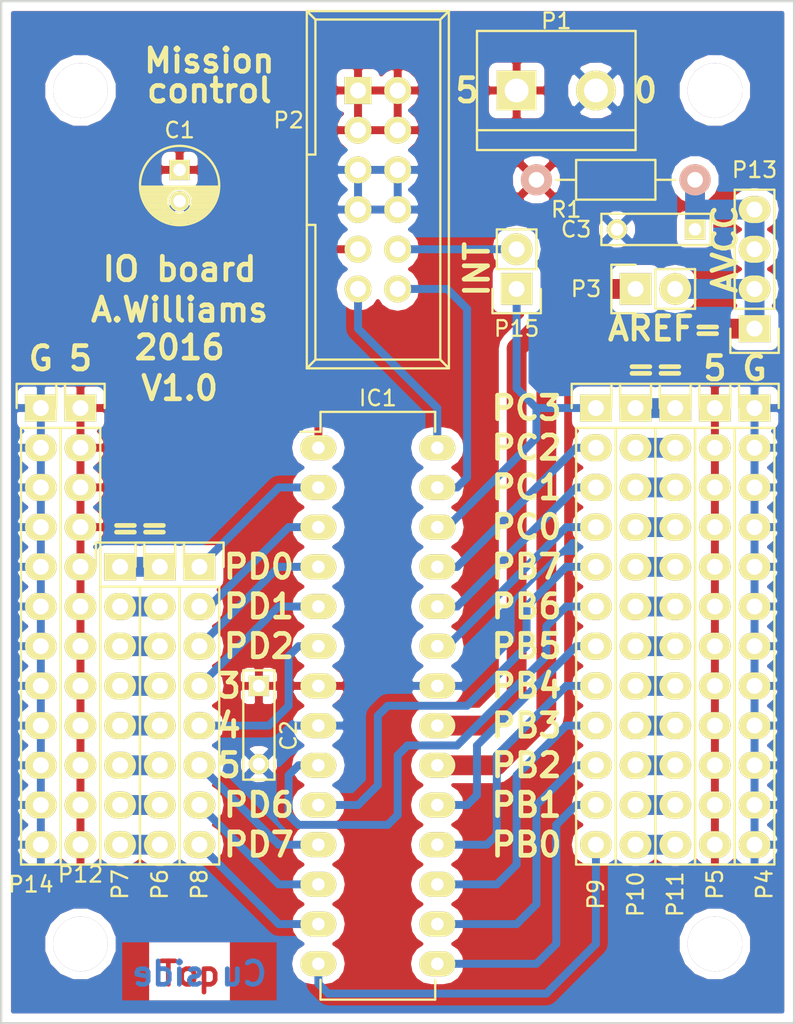
<source format=kicad_pcb>
(kicad_pcb (version 4) (host pcbnew 4.0.2-stable)

  (general
    (links 118)
    (no_connects 0)
    (area 129.464999 78.029999 180.415001 143.585001)
    (thickness 1.6)
    (drawings 42)
    (tracks 137)
    (zones 0)
    (modules 24)
    (nets 53)
  )

  (page A4)
  (layers
    (0 F.Cu signal)
    (31 B.Cu signal)
    (32 B.Adhes user)
    (33 F.Adhes user)
    (34 B.Paste user)
    (35 F.Paste user)
    (36 B.SilkS user)
    (37 F.SilkS user)
    (38 B.Mask user)
    (39 F.Mask user)
    (40 Dwgs.User user)
    (41 Cmts.User user)
    (42 Eco1.User user)
    (43 Eco2.User user)
    (44 Edge.Cuts user)
    (45 Margin user)
    (46 B.CrtYd user)
    (47 F.CrtYd user)
    (48 B.Fab user)
    (49 F.Fab user)
  )

  (setup
    (last_trace_width 0.508)
    (user_trace_width 0.508)
    (user_trace_width 1.27)
    (trace_clearance 0.2)
    (zone_clearance 0.508)
    (zone_45_only no)
    (trace_min 0.2)
    (segment_width 0.2)
    (edge_width 0.15)
    (via_size 0.6)
    (via_drill 0.4)
    (via_min_size 0.4)
    (via_min_drill 0.3)
    (uvia_size 0.3)
    (uvia_drill 0.1)
    (uvias_allowed no)
    (uvia_min_size 0.2)
    (uvia_min_drill 0.1)
    (pcb_text_width 0.3)
    (pcb_text_size 1.5 1.5)
    (mod_edge_width 0.15)
    (mod_text_size 1 1)
    (mod_text_width 0.15)
    (pad_size 1.524 1.524)
    (pad_drill 0.762)
    (pad_to_mask_clearance 0.2)
    (aux_axis_origin 0 0)
    (visible_elements FFFFFF7F)
    (pcbplotparams
      (layerselection 0x000e0_80000001)
      (usegerberextensions false)
      (excludeedgelayer true)
      (linewidth 0.100000)
      (plotframeref false)
      (viasonmask false)
      (mode 1)
      (useauxorigin false)
      (hpglpennumber 1)
      (hpglpenspeed 20)
      (hpglpendiameter 15)
      (hpglpenoverlay 2)
      (psnegative false)
      (psa4output false)
      (plotreference true)
      (plotvalue true)
      (plotinvisibletext false)
      (padsonsilk false)
      (subtractmaskfromsilk false)
      (outputformat 1)
      (mirror false)
      (drillshape 0)
      (scaleselection 1)
      (outputdirectory ""))
  )

  (net 0 "")
  (net 1 VCC)
  (net 2 GND)
  (net 3 /AVCC)
  (net 4 /RST)
  (net 5 /PD0)
  (net 6 /PD1)
  (net 7 /PD2)
  (net 8 /PD3)
  (net 9 /PD4)
  (net 10 /PB6)
  (net 11 /PB7)
  (net 12 /PD5)
  (net 13 /PD6)
  (net 14 /PD7)
  (net 15 /PB0)
  (net 16 /PB1)
  (net 17 /PB2)
  (net 18 /PB3)
  (net 19 /PB4)
  (net 20 /PB5)
  (net 21 "Net-(IC1-Pad21)")
  (net 22 /PC0)
  (net 23 /PC1)
  (net 24 /PC2)
  (net 25 /PC3)
  (net 26 /SDA)
  (net 27 /SCL)
  (net 28 /INT)
  (net 29 "Net-(P6-Pad1)")
  (net 30 "Net-(P6-Pad2)")
  (net 31 "Net-(P6-Pad3)")
  (net 32 "Net-(P6-Pad4)")
  (net 33 "Net-(P6-Pad5)")
  (net 34 "Net-(P6-Pad6)")
  (net 35 "Net-(P6-Pad7)")
  (net 36 "Net-(P6-Pad8)")
  (net 37 "Net-(P10-Pad1)")
  (net 38 "Net-(P10-Pad2)")
  (net 39 "Net-(P10-Pad3)")
  (net 40 "Net-(P10-Pad4)")
  (net 41 "Net-(P10-Pad5)")
  (net 42 "Net-(P10-Pad6)")
  (net 43 "Net-(P10-Pad7)")
  (net 44 "Net-(P10-Pad8)")
  (net 45 "Net-(P10-Pad9)")
  (net 46 "Net-(P10-Pad10)")
  (net 47 "Net-(P10-Pad11)")
  (net 48 "Net-(P10-Pad12)")
  (net 49 "Net-(P16-Pad1)")
  (net 50 "Net-(P17-Pad1)")
  (net 51 "Net-(P18-Pad1)")
  (net 52 "Net-(P19-Pad1)")

  (net_class Default "This is the default net class."
    (clearance 0.2)
    (trace_width 0.25)
    (via_dia 0.6)
    (via_drill 0.4)
    (uvia_dia 0.3)
    (uvia_drill 0.1)
    (add_net /AVCC)
    (add_net /INT)
    (add_net /PB0)
    (add_net /PB1)
    (add_net /PB2)
    (add_net /PB3)
    (add_net /PB4)
    (add_net /PB5)
    (add_net /PB6)
    (add_net /PB7)
    (add_net /PC0)
    (add_net /PC1)
    (add_net /PC2)
    (add_net /PC3)
    (add_net /PD0)
    (add_net /PD1)
    (add_net /PD2)
    (add_net /PD3)
    (add_net /PD4)
    (add_net /PD5)
    (add_net /PD6)
    (add_net /PD7)
    (add_net /RST)
    (add_net /SCL)
    (add_net /SDA)
    (add_net GND)
    (add_net "Net-(IC1-Pad21)")
    (add_net "Net-(P10-Pad1)")
    (add_net "Net-(P10-Pad10)")
    (add_net "Net-(P10-Pad11)")
    (add_net "Net-(P10-Pad12)")
    (add_net "Net-(P10-Pad2)")
    (add_net "Net-(P10-Pad3)")
    (add_net "Net-(P10-Pad4)")
    (add_net "Net-(P10-Pad5)")
    (add_net "Net-(P10-Pad6)")
    (add_net "Net-(P10-Pad7)")
    (add_net "Net-(P10-Pad8)")
    (add_net "Net-(P10-Pad9)")
    (add_net "Net-(P16-Pad1)")
    (add_net "Net-(P17-Pad1)")
    (add_net "Net-(P18-Pad1)")
    (add_net "Net-(P19-Pad1)")
    (add_net "Net-(P6-Pad1)")
    (add_net "Net-(P6-Pad2)")
    (add_net "Net-(P6-Pad3)")
    (add_net "Net-(P6-Pad4)")
    (add_net "Net-(P6-Pad5)")
    (add_net "Net-(P6-Pad6)")
    (add_net "Net-(P6-Pad7)")
    (add_net "Net-(P6-Pad8)")
    (add_net VCC)
  )

  (module Capacitors_ThroughHole:C_Radial_D5_L11_P2 (layer F.Cu) (tedit 56DEC55C) (tstamp 56DF8CC8)
    (at 140.97 88.9 270)
    (descr "Radial Electrolytic Capacitor 5mm x Length 11mm, Pitch 2mm")
    (tags "Electrolytic Capacitor")
    (path /56DC108A)
    (fp_text reference C1 (at -2.54 0 360) (layer F.SilkS)
      (effects (font (size 1 1) (thickness 0.15)))
    )
    (fp_text value 100U (at 4.445 0 360) (layer F.Fab)
      (effects (font (size 1 1) (thickness 0.15)))
    )
    (fp_line (start 1.075 -2.499) (end 1.075 2.499) (layer F.SilkS) (width 0.15))
    (fp_line (start 1.215 -2.491) (end 1.215 -0.154) (layer F.SilkS) (width 0.15))
    (fp_line (start 1.215 0.154) (end 1.215 2.491) (layer F.SilkS) (width 0.15))
    (fp_line (start 1.355 -2.475) (end 1.355 -0.473) (layer F.SilkS) (width 0.15))
    (fp_line (start 1.355 0.473) (end 1.355 2.475) (layer F.SilkS) (width 0.15))
    (fp_line (start 1.495 -2.451) (end 1.495 -0.62) (layer F.SilkS) (width 0.15))
    (fp_line (start 1.495 0.62) (end 1.495 2.451) (layer F.SilkS) (width 0.15))
    (fp_line (start 1.635 -2.418) (end 1.635 -0.712) (layer F.SilkS) (width 0.15))
    (fp_line (start 1.635 0.712) (end 1.635 2.418) (layer F.SilkS) (width 0.15))
    (fp_line (start 1.775 -2.377) (end 1.775 -0.768) (layer F.SilkS) (width 0.15))
    (fp_line (start 1.775 0.768) (end 1.775 2.377) (layer F.SilkS) (width 0.15))
    (fp_line (start 1.915 -2.327) (end 1.915 -0.795) (layer F.SilkS) (width 0.15))
    (fp_line (start 1.915 0.795) (end 1.915 2.327) (layer F.SilkS) (width 0.15))
    (fp_line (start 2.055 -2.266) (end 2.055 -0.798) (layer F.SilkS) (width 0.15))
    (fp_line (start 2.055 0.798) (end 2.055 2.266) (layer F.SilkS) (width 0.15))
    (fp_line (start 2.195 -2.196) (end 2.195 -0.776) (layer F.SilkS) (width 0.15))
    (fp_line (start 2.195 0.776) (end 2.195 2.196) (layer F.SilkS) (width 0.15))
    (fp_line (start 2.335 -2.114) (end 2.335 -0.726) (layer F.SilkS) (width 0.15))
    (fp_line (start 2.335 0.726) (end 2.335 2.114) (layer F.SilkS) (width 0.15))
    (fp_line (start 2.475 -2.019) (end 2.475 -0.644) (layer F.SilkS) (width 0.15))
    (fp_line (start 2.475 0.644) (end 2.475 2.019) (layer F.SilkS) (width 0.15))
    (fp_line (start 2.615 -1.908) (end 2.615 -0.512) (layer F.SilkS) (width 0.15))
    (fp_line (start 2.615 0.512) (end 2.615 1.908) (layer F.SilkS) (width 0.15))
    (fp_line (start 2.755 -1.78) (end 2.755 -0.265) (layer F.SilkS) (width 0.15))
    (fp_line (start 2.755 0.265) (end 2.755 1.78) (layer F.SilkS) (width 0.15))
    (fp_line (start 2.895 -1.631) (end 2.895 1.631) (layer F.SilkS) (width 0.15))
    (fp_line (start 3.035 -1.452) (end 3.035 1.452) (layer F.SilkS) (width 0.15))
    (fp_line (start 3.175 -1.233) (end 3.175 1.233) (layer F.SilkS) (width 0.15))
    (fp_line (start 3.315 -0.944) (end 3.315 0.944) (layer F.SilkS) (width 0.15))
    (fp_line (start 3.455 -0.472) (end 3.455 0.472) (layer F.SilkS) (width 0.15))
    (fp_circle (center 2 0) (end 2 -0.8) (layer F.SilkS) (width 0.15))
    (fp_circle (center 1 0) (end 1 -2.5375) (layer F.SilkS) (width 0.15))
    (fp_circle (center 1 0) (end 1 -2.8) (layer F.CrtYd) (width 0.05))
    (pad 1 thru_hole rect (at 0 0 270) (size 1.3 1.3) (drill 0.8) (layers *.Cu *.Mask F.SilkS)
      (net 1 VCC))
    (pad 2 thru_hole circle (at 2 0 270) (size 1.3 1.3) (drill 0.8) (layers *.Cu *.Mask F.SilkS)
      (net 2 GND))
    (model Capacitors_ThroughHole.3dshapes/C_Radial_D5_L11_P2.wrl
      (at (xyz 0 0 0))
      (scale (xyz 1 1 1))
      (rotate (xyz 0 0 0))
    )
  )

  (module Capacitors_ThroughHole:C_Rect_L7_W2_P5 (layer F.Cu) (tedit 56DF84E5) (tstamp 56DF8CD6)
    (at 146.05 121.92 270)
    (descr "Film Capacitor Length 7 x Width 2mm, Pitch 5mm")
    (tags Capacitor)
    (path /56DC12D5)
    (fp_text reference C2 (at 3.175 -1.905 450) (layer F.SilkS)
      (effects (font (size 1 1) (thickness 0.15)))
    )
    (fp_text value 100N (at 2.54 0 270) (layer F.Fab)
      (effects (font (size 1 1) (thickness 0.15)))
    )
    (fp_line (start -1.25 -1.25) (end 6.25 -1.25) (layer F.CrtYd) (width 0.05))
    (fp_line (start 6.25 -1.25) (end 6.25 1.25) (layer F.CrtYd) (width 0.05))
    (fp_line (start 6.25 1.25) (end -1.25 1.25) (layer F.CrtYd) (width 0.05))
    (fp_line (start -1.25 1.25) (end -1.25 -1.25) (layer F.CrtYd) (width 0.05))
    (fp_line (start -1 -1) (end 6 -1) (layer F.SilkS) (width 0.15))
    (fp_line (start 6 -1) (end 6 1) (layer F.SilkS) (width 0.15))
    (fp_line (start 6 1) (end -1 1) (layer F.SilkS) (width 0.15))
    (fp_line (start -1 1) (end -1 -1) (layer F.SilkS) (width 0.15))
    (pad 1 thru_hole rect (at 0 0 270) (size 1.3 1.3) (drill 0.8) (layers *.Cu *.Mask F.SilkS)
      (net 1 VCC))
    (pad 2 thru_hole circle (at 5 0 270) (size 1.3 1.3) (drill 0.8) (layers *.Cu *.Mask F.SilkS)
      (net 2 GND))
    (model Capacitors_ThroughHole.3dshapes/C_Rect_L7_W2_P5.wrl
      (at (xyz 0.098425 0 0))
      (scale (xyz 1 1 1))
      (rotate (xyz 0 0 0))
    )
  )

  (module Capacitors_ThroughHole:C_Rect_L7_W2_P5 (layer F.Cu) (tedit 56DF81C0) (tstamp 56DF8CE4)
    (at 173.99 92.71 180)
    (descr "Film Capacitor Length 7 x Width 2mm, Pitch 5mm")
    (tags Capacitor)
    (path /56DCA5D2)
    (fp_text reference C3 (at 7.62 0 180) (layer F.SilkS)
      (effects (font (size 1 1) (thickness 0.15)))
    )
    (fp_text value 100N (at 2.54 0 180) (layer F.Fab)
      (effects (font (size 1 1) (thickness 0.15)))
    )
    (fp_line (start -1.25 -1.25) (end 6.25 -1.25) (layer F.CrtYd) (width 0.05))
    (fp_line (start 6.25 -1.25) (end 6.25 1.25) (layer F.CrtYd) (width 0.05))
    (fp_line (start 6.25 1.25) (end -1.25 1.25) (layer F.CrtYd) (width 0.05))
    (fp_line (start -1.25 1.25) (end -1.25 -1.25) (layer F.CrtYd) (width 0.05))
    (fp_line (start -1 -1) (end 6 -1) (layer F.SilkS) (width 0.15))
    (fp_line (start 6 -1) (end 6 1) (layer F.SilkS) (width 0.15))
    (fp_line (start 6 1) (end -1 1) (layer F.SilkS) (width 0.15))
    (fp_line (start -1 1) (end -1 -1) (layer F.SilkS) (width 0.15))
    (pad 1 thru_hole rect (at 0 0 180) (size 1.3 1.3) (drill 0.8) (layers *.Cu *.Mask F.SilkS)
      (net 3 /AVCC))
    (pad 2 thru_hole circle (at 5 0 180) (size 1.3 1.3) (drill 0.8) (layers *.Cu *.Mask F.SilkS)
      (net 2 GND))
    (model Capacitors_ThroughHole.3dshapes/C_Rect_L7_W2_P5.wrl
      (at (xyz 0.098425 0 0))
      (scale (xyz 1 1 1))
      (rotate (xyz 0 0 0))
    )
  )

  (module Housings_DIP:DIP-28_W7.62mm_LongPads (layer F.Cu) (tedit 56DF8082) (tstamp 56DF8D0F)
    (at 149.86 106.68)
    (descr "28-lead dip package, row spacing 7.62 mm (300 mils), longer pads")
    (tags "dil dip 2.54 300")
    (path /56DC0A8C)
    (fp_text reference IC1 (at 3.81 -3.175) (layer F.SilkS)
      (effects (font (size 1 1) (thickness 0.15)))
    )
    (fp_text value ATMEGA8/48 (at 3.81 8.255 90) (layer F.Fab)
      (effects (font (size 1 1) (thickness 0.15)))
    )
    (fp_line (start -1.4 -2.45) (end -1.4 35.5) (layer F.CrtYd) (width 0.05))
    (fp_line (start 9 -2.45) (end 9 35.5) (layer F.CrtYd) (width 0.05))
    (fp_line (start -1.4 -2.45) (end 9 -2.45) (layer F.CrtYd) (width 0.05))
    (fp_line (start -1.4 35.5) (end 9 35.5) (layer F.CrtYd) (width 0.05))
    (fp_line (start 0.135 -2.295) (end 0.135 -1.025) (layer F.SilkS) (width 0.15))
    (fp_line (start 7.485 -2.295) (end 7.485 -1.025) (layer F.SilkS) (width 0.15))
    (fp_line (start 7.485 35.315) (end 7.485 34.045) (layer F.SilkS) (width 0.15))
    (fp_line (start 0.135 35.315) (end 0.135 34.045) (layer F.SilkS) (width 0.15))
    (fp_line (start 0.135 -2.295) (end 7.485 -2.295) (layer F.SilkS) (width 0.15))
    (fp_line (start 0.135 35.315) (end 7.485 35.315) (layer F.SilkS) (width 0.15))
    (fp_line (start 0.135 -1.025) (end -1.15 -1.025) (layer F.SilkS) (width 0.15))
    (pad 1 thru_hole oval (at 0 0) (size 2.3 1.6) (drill 0.8) (layers *.Cu *.Mask F.SilkS)
      (net 4 /RST))
    (pad 2 thru_hole oval (at 0 2.54) (size 2.3 1.6) (drill 0.8) (layers *.Cu *.Mask F.SilkS)
      (net 5 /PD0))
    (pad 3 thru_hole oval (at 0 5.08) (size 2.3 1.6) (drill 0.8) (layers *.Cu *.Mask F.SilkS)
      (net 6 /PD1))
    (pad 4 thru_hole oval (at 0 7.62) (size 2.3 1.6) (drill 0.8) (layers *.Cu *.Mask F.SilkS)
      (net 7 /PD2))
    (pad 5 thru_hole oval (at 0 10.16) (size 2.3 1.6) (drill 0.8) (layers *.Cu *.Mask F.SilkS)
      (net 8 /PD3))
    (pad 6 thru_hole oval (at 0 12.7) (size 2.3 1.6) (drill 0.8) (layers *.Cu *.Mask F.SilkS)
      (net 9 /PD4))
    (pad 7 thru_hole oval (at 0 15.24) (size 2.3 1.6) (drill 0.8) (layers *.Cu *.Mask F.SilkS)
      (net 1 VCC))
    (pad 8 thru_hole oval (at 0 17.78) (size 2.3 1.6) (drill 0.8) (layers *.Cu *.Mask F.SilkS)
      (net 2 GND))
    (pad 9 thru_hole oval (at 0 20.32) (size 2.3 1.6) (drill 0.8) (layers *.Cu *.Mask F.SilkS)
      (net 10 /PB6))
    (pad 10 thru_hole oval (at 0 22.86) (size 2.3 1.6) (drill 0.8) (layers *.Cu *.Mask F.SilkS)
      (net 11 /PB7))
    (pad 11 thru_hole oval (at 0 25.4) (size 2.3 1.6) (drill 0.8) (layers *.Cu *.Mask F.SilkS)
      (net 12 /PD5))
    (pad 12 thru_hole oval (at 0 27.94) (size 2.3 1.6) (drill 0.8) (layers *.Cu *.Mask F.SilkS)
      (net 13 /PD6))
    (pad 13 thru_hole oval (at 0 30.48) (size 2.3 1.6) (drill 0.8) (layers *.Cu *.Mask F.SilkS)
      (net 14 /PD7))
    (pad 14 thru_hole oval (at 0 33.02) (size 2.3 1.6) (drill 0.8) (layers *.Cu *.Mask F.SilkS)
      (net 15 /PB0))
    (pad 15 thru_hole oval (at 7.62 33.02) (size 2.3 1.6) (drill 0.8) (layers *.Cu *.Mask F.SilkS)
      (net 16 /PB1))
    (pad 16 thru_hole oval (at 7.62 30.48) (size 2.3 1.6) (drill 0.8) (layers *.Cu *.Mask F.SilkS)
      (net 17 /PB2))
    (pad 17 thru_hole oval (at 7.62 27.94) (size 2.3 1.6) (drill 0.8) (layers *.Cu *.Mask F.SilkS)
      (net 18 /PB3))
    (pad 18 thru_hole oval (at 7.62 25.4) (size 2.3 1.6) (drill 0.8) (layers *.Cu *.Mask F.SilkS)
      (net 19 /PB4))
    (pad 19 thru_hole oval (at 7.62 22.86) (size 2.3 1.6) (drill 0.8) (layers *.Cu *.Mask F.SilkS)
      (net 20 /PB5))
    (pad 20 thru_hole oval (at 7.62 20.32) (size 2.3 1.6) (drill 0.8) (layers *.Cu *.Mask F.SilkS)
      (net 3 /AVCC))
    (pad 21 thru_hole oval (at 7.62 17.78) (size 2.3 1.6) (drill 0.8) (layers *.Cu *.Mask F.SilkS)
      (net 21 "Net-(IC1-Pad21)"))
    (pad 22 thru_hole oval (at 7.62 15.24) (size 2.3 1.6) (drill 0.8) (layers *.Cu *.Mask F.SilkS)
      (net 2 GND))
    (pad 23 thru_hole oval (at 7.62 12.7) (size 2.3 1.6) (drill 0.8) (layers *.Cu *.Mask F.SilkS)
      (net 22 /PC0))
    (pad 24 thru_hole oval (at 7.62 10.16) (size 2.3 1.6) (drill 0.8) (layers *.Cu *.Mask F.SilkS)
      (net 23 /PC1))
    (pad 25 thru_hole oval (at 7.62 7.62) (size 2.3 1.6) (drill 0.8) (layers *.Cu *.Mask F.SilkS)
      (net 24 /PC2))
    (pad 26 thru_hole oval (at 7.62 5.08) (size 2.3 1.6) (drill 0.8) (layers *.Cu *.Mask F.SilkS)
      (net 25 /PC3))
    (pad 27 thru_hole oval (at 7.62 2.54) (size 2.3 1.6) (drill 0.8) (layers *.Cu *.Mask F.SilkS)
      (net 26 /SDA))
    (pad 28 thru_hole oval (at 7.62 0) (size 2.3 1.6) (drill 0.8) (layers *.Cu *.Mask F.SilkS)
      (net 27 /SCL))
    (model Housings_DIP.3dshapes/DIP-28_W7.62mm_LongPads.wrl
      (at (xyz 0 0 0))
      (scale (xyz 1 1 1))
      (rotate (xyz 0 0 0))
    )
  )

  (module Connect:bornier2 (layer F.Cu) (tedit 56DF83BA) (tstamp 56DF8D1A)
    (at 165.1 83.82)
    (descr "Bornier d'alimentation 2 pins")
    (tags DEV)
    (path /56DC0C48)
    (fp_text reference P1 (at 0 -4.445) (layer F.SilkS)
      (effects (font (size 1 1) (thickness 0.15)))
    )
    (fp_text value CONN_01X02 (at 0 3.175) (layer F.Fab)
      (effects (font (size 1 1) (thickness 0.15)))
    )
    (fp_line (start 5.08 2.54) (end -5.08 2.54) (layer F.SilkS) (width 0.15))
    (fp_line (start 5.08 3.81) (end 5.08 -3.81) (layer F.SilkS) (width 0.15))
    (fp_line (start 5.08 -3.81) (end -5.08 -3.81) (layer F.SilkS) (width 0.15))
    (fp_line (start -5.08 -3.81) (end -5.08 3.81) (layer F.SilkS) (width 0.15))
    (fp_line (start -5.08 3.81) (end 5.08 3.81) (layer F.SilkS) (width 0.15))
    (pad 1 thru_hole rect (at -2.54 0) (size 2.54 2.54) (drill 1.524) (layers *.Cu *.Mask F.SilkS)
      (net 1 VCC))
    (pad 2 thru_hole circle (at 2.54 0) (size 2.54 2.54) (drill 1.524) (layers *.Cu *.Mask F.SilkS)
      (net 2 GND))
    (model Connect.3dshapes/bornier2.wrl
      (at (xyz 0 0 0))
      (scale (xyz 1 1 1))
      (rotate (xyz 0 0 0))
    )
  )

  (module Connect:IDC_Header_Straight_12pins (layer F.Cu) (tedit 56DF7F40) (tstamp 56DF8D3D)
    (at 152.4 83.82 270)
    (descr "12 pins through hole IDC header")
    (tags "IDC header socket VASCH")
    (path /56DC0BB3)
    (fp_text reference P2 (at 1.905 4.445 360) (layer F.SilkS)
      (effects (font (size 1 1) (thickness 0.15)))
    )
    (fp_text value CONN_02X06 (at 7.62 4.445 270) (layer F.Fab)
      (effects (font (size 1 1) (thickness 0.15)))
    )
    (fp_line (start -5.08 -5.82) (end 17.78 -5.82) (layer F.SilkS) (width 0.15))
    (fp_line (start -4.54 -5.27) (end 17.22 -5.27) (layer F.SilkS) (width 0.15))
    (fp_line (start -5.08 3.28) (end 17.78 3.28) (layer F.SilkS) (width 0.15))
    (fp_line (start -4.54 2.73) (end 4.1 2.73) (layer F.SilkS) (width 0.15))
    (fp_line (start 8.6 2.73) (end 17.22 2.73) (layer F.SilkS) (width 0.15))
    (fp_line (start 4.1 2.73) (end 4.1 3.28) (layer F.SilkS) (width 0.15))
    (fp_line (start 8.6 2.73) (end 8.6 3.28) (layer F.SilkS) (width 0.15))
    (fp_line (start -5.08 -5.82) (end -5.08 3.28) (layer F.SilkS) (width 0.15))
    (fp_line (start -4.54 -5.27) (end -4.54 2.73) (layer F.SilkS) (width 0.15))
    (fp_line (start 17.78 -5.82) (end 17.78 3.28) (layer F.SilkS) (width 0.15))
    (fp_line (start 17.22 -5.27) (end 17.22 2.73) (layer F.SilkS) (width 0.15))
    (fp_line (start -5.08 -5.82) (end -4.54 -5.27) (layer F.SilkS) (width 0.15))
    (fp_line (start 17.78 -5.82) (end 17.22 -5.27) (layer F.SilkS) (width 0.15))
    (fp_line (start -5.08 3.28) (end -4.54 2.73) (layer F.SilkS) (width 0.15))
    (fp_line (start 17.78 3.28) (end 17.22 2.73) (layer F.SilkS) (width 0.15))
    (fp_line (start -5.35 -6.05) (end 18.05 -6.05) (layer F.CrtYd) (width 0.05))
    (fp_line (start 18.05 -6.05) (end 18.05 3.55) (layer F.CrtYd) (width 0.05))
    (fp_line (start 18.05 3.55) (end -5.35 3.55) (layer F.CrtYd) (width 0.05))
    (fp_line (start -5.35 3.55) (end -5.35 -6.05) (layer F.CrtYd) (width 0.05))
    (pad 1 thru_hole rect (at 0 0 270) (size 1.7272 1.7272) (drill 1.016) (layers *.Cu *.Mask F.SilkS)
      (net 1 VCC))
    (pad 2 thru_hole oval (at 0 -2.54 270) (size 1.7272 1.7272) (drill 1.016) (layers *.Cu *.Mask F.SilkS)
      (net 1 VCC))
    (pad 3 thru_hole oval (at 2.54 0 270) (size 1.7272 1.7272) (drill 1.016) (layers *.Cu *.Mask F.SilkS)
      (net 1 VCC))
    (pad 4 thru_hole oval (at 2.54 -2.54 270) (size 1.7272 1.7272) (drill 1.016) (layers *.Cu *.Mask F.SilkS)
      (net 1 VCC))
    (pad 5 thru_hole oval (at 5.08 0 270) (size 1.7272 1.7272) (drill 1.016) (layers *.Cu *.Mask F.SilkS)
      (net 2 GND))
    (pad 6 thru_hole oval (at 5.08 -2.54 270) (size 1.7272 1.7272) (drill 1.016) (layers *.Cu *.Mask F.SilkS)
      (net 2 GND))
    (pad 7 thru_hole oval (at 7.62 0 270) (size 1.7272 1.7272) (drill 1.016) (layers *.Cu *.Mask F.SilkS)
      (net 2 GND))
    (pad 8 thru_hole oval (at 7.62 -2.54 270) (size 1.7272 1.7272) (drill 1.016) (layers *.Cu *.Mask F.SilkS)
      (net 2 GND))
    (pad 9 thru_hole oval (at 10.16 0 270) (size 1.7272 1.7272) (drill 1.016) (layers *.Cu *.Mask F.SilkS)
      (net 4 /RST))
    (pad 10 thru_hole oval (at 10.16 -2.54 270) (size 1.7272 1.7272) (drill 1.016) (layers *.Cu *.Mask F.SilkS)
      (net 28 /INT))
    (pad 11 thru_hole oval (at 12.7 0 270) (size 1.7272 1.7272) (drill 1.016) (layers *.Cu *.Mask F.SilkS)
      (net 27 /SCL))
    (pad 12 thru_hole oval (at 12.7 -2.54 270) (size 1.7272 1.7272) (drill 1.016) (layers *.Cu *.Mask F.SilkS)
      (net 26 /SDA))
  )

  (module Pin_Headers:Pin_Header_Straight_1x02 (layer F.Cu) (tedit 56DF81C5) (tstamp 56DF8D4E)
    (at 170.18 96.52 90)
    (descr "Through hole pin header")
    (tags "pin header")
    (path /56DCA387)
    (fp_text reference P3 (at 0 -3.175 180) (layer F.SilkS)
      (effects (font (size 1 1) (thickness 0.15)))
    )
    (fp_text value CONN_01X02 (at 0 -3.1 90) (layer F.Fab)
      (effects (font (size 1 1) (thickness 0.15)))
    )
    (fp_line (start 1.27 1.27) (end 1.27 3.81) (layer F.SilkS) (width 0.15))
    (fp_line (start 1.55 -1.55) (end 1.55 0) (layer F.SilkS) (width 0.15))
    (fp_line (start -1.75 -1.75) (end -1.75 4.3) (layer F.CrtYd) (width 0.05))
    (fp_line (start 1.75 -1.75) (end 1.75 4.3) (layer F.CrtYd) (width 0.05))
    (fp_line (start -1.75 -1.75) (end 1.75 -1.75) (layer F.CrtYd) (width 0.05))
    (fp_line (start -1.75 4.3) (end 1.75 4.3) (layer F.CrtYd) (width 0.05))
    (fp_line (start 1.27 1.27) (end -1.27 1.27) (layer F.SilkS) (width 0.15))
    (fp_line (start -1.55 0) (end -1.55 -1.55) (layer F.SilkS) (width 0.15))
    (fp_line (start -1.55 -1.55) (end 1.55 -1.55) (layer F.SilkS) (width 0.15))
    (fp_line (start -1.27 1.27) (end -1.27 3.81) (layer F.SilkS) (width 0.15))
    (fp_line (start -1.27 3.81) (end 1.27 3.81) (layer F.SilkS) (width 0.15))
    (pad 1 thru_hole rect (at 0 0 90) (size 2.032 2.032) (drill 1.016) (layers *.Cu *.Mask F.SilkS)
      (net 21 "Net-(IC1-Pad21)"))
    (pad 2 thru_hole oval (at 0 2.54 90) (size 2.032 2.032) (drill 1.016) (layers *.Cu *.Mask F.SilkS)
      (net 3 /AVCC))
    (model Pin_Headers.3dshapes/Pin_Header_Straight_1x02.wrl
      (at (xyz 0 -0.05 0))
      (scale (xyz 1 1 1))
      (rotate (xyz 0 0 90))
    )
  )

  (module Pin_Headers:Pin_Header_Straight_1x12 (layer F.Cu) (tedit 56DF86A0) (tstamp 56DF8D69)
    (at 177.8 104.14)
    (descr "Through hole pin header")
    (tags "pin header")
    (path /56DC4FAE)
    (fp_text reference P4 (at 0.635 30.48 90) (layer F.SilkS)
      (effects (font (size 1 1) (thickness 0.15)))
    )
    (fp_text value CONN_01X12 (at -2.54 -3.175) (layer F.Fab)
      (effects (font (size 1 1) (thickness 0.15)))
    )
    (fp_line (start -1.75 -1.75) (end -1.75 29.7) (layer F.CrtYd) (width 0.05))
    (fp_line (start 1.75 -1.75) (end 1.75 29.7) (layer F.CrtYd) (width 0.05))
    (fp_line (start -1.75 -1.75) (end 1.75 -1.75) (layer F.CrtYd) (width 0.05))
    (fp_line (start -1.75 29.7) (end 1.75 29.7) (layer F.CrtYd) (width 0.05))
    (fp_line (start 1.27 1.27) (end 1.27 29.21) (layer F.SilkS) (width 0.15))
    (fp_line (start 1.27 29.21) (end -1.27 29.21) (layer F.SilkS) (width 0.15))
    (fp_line (start -1.27 29.21) (end -1.27 1.27) (layer F.SilkS) (width 0.15))
    (fp_line (start 1.55 -1.55) (end 1.55 0) (layer F.SilkS) (width 0.15))
    (fp_line (start 1.27 1.27) (end -1.27 1.27) (layer F.SilkS) (width 0.15))
    (fp_line (start -1.55 0) (end -1.55 -1.55) (layer F.SilkS) (width 0.15))
    (fp_line (start -1.55 -1.55) (end 1.55 -1.55) (layer F.SilkS) (width 0.15))
    (pad 1 thru_hole rect (at 0 0) (size 2.032 1.7272) (drill 1.016) (layers *.Cu *.Mask F.SilkS)
      (net 2 GND))
    (pad 2 thru_hole oval (at 0 2.54) (size 2.032 1.7272) (drill 1.016) (layers *.Cu *.Mask F.SilkS)
      (net 2 GND))
    (pad 3 thru_hole oval (at 0 5.08) (size 2.032 1.7272) (drill 1.016) (layers *.Cu *.Mask F.SilkS)
      (net 2 GND))
    (pad 4 thru_hole oval (at 0 7.62) (size 2.032 1.7272) (drill 1.016) (layers *.Cu *.Mask F.SilkS)
      (net 2 GND))
    (pad 5 thru_hole oval (at 0 10.16) (size 2.032 1.7272) (drill 1.016) (layers *.Cu *.Mask F.SilkS)
      (net 2 GND))
    (pad 6 thru_hole oval (at 0 12.7) (size 2.032 1.7272) (drill 1.016) (layers *.Cu *.Mask F.SilkS)
      (net 2 GND))
    (pad 7 thru_hole oval (at 0 15.24) (size 2.032 1.7272) (drill 1.016) (layers *.Cu *.Mask F.SilkS)
      (net 2 GND))
    (pad 8 thru_hole oval (at 0 17.78) (size 2.032 1.7272) (drill 1.016) (layers *.Cu *.Mask F.SilkS)
      (net 2 GND))
    (pad 9 thru_hole oval (at 0 20.32) (size 2.032 1.7272) (drill 1.016) (layers *.Cu *.Mask F.SilkS)
      (net 2 GND))
    (pad 10 thru_hole oval (at 0 22.86) (size 2.032 1.7272) (drill 1.016) (layers *.Cu *.Mask F.SilkS)
      (net 2 GND))
    (pad 11 thru_hole oval (at 0 25.4) (size 2.032 1.7272) (drill 1.016) (layers *.Cu *.Mask F.SilkS)
      (net 2 GND))
    (pad 12 thru_hole oval (at 0 27.94) (size 2.032 1.7272) (drill 1.016) (layers *.Cu *.Mask F.SilkS)
      (net 2 GND))
    (model Pin_Headers.3dshapes/Pin_Header_Straight_1x12.wrl
      (at (xyz 0 -0.55 0))
      (scale (xyz 1 1 1))
      (rotate (xyz 0 0 90))
    )
  )

  (module Pin_Headers:Pin_Header_Straight_1x12 (layer F.Cu) (tedit 56DF87F3) (tstamp 56DF8D84)
    (at 175.26 104.14)
    (descr "Through hole pin header")
    (tags "pin header")
    (path /56DC5093)
    (fp_text reference P5 (at 0 30.48 270) (layer F.SilkS)
      (effects (font (size 1 1) (thickness 0.15)))
    )
    (fp_text value CONN_01X12 (at 0 -3.1) (layer F.Fab)
      (effects (font (size 1 1) (thickness 0.15)))
    )
    (fp_line (start -1.75 -1.75) (end -1.75 29.7) (layer F.CrtYd) (width 0.05))
    (fp_line (start 1.75 -1.75) (end 1.75 29.7) (layer F.CrtYd) (width 0.05))
    (fp_line (start -1.75 -1.75) (end 1.75 -1.75) (layer F.CrtYd) (width 0.05))
    (fp_line (start -1.75 29.7) (end 1.75 29.7) (layer F.CrtYd) (width 0.05))
    (fp_line (start 1.27 1.27) (end 1.27 29.21) (layer F.SilkS) (width 0.15))
    (fp_line (start 1.27 29.21) (end -1.27 29.21) (layer F.SilkS) (width 0.15))
    (fp_line (start -1.27 29.21) (end -1.27 1.27) (layer F.SilkS) (width 0.15))
    (fp_line (start 1.55 -1.55) (end 1.55 0) (layer F.SilkS) (width 0.15))
    (fp_line (start 1.27 1.27) (end -1.27 1.27) (layer F.SilkS) (width 0.15))
    (fp_line (start -1.55 0) (end -1.55 -1.55) (layer F.SilkS) (width 0.15))
    (fp_line (start -1.55 -1.55) (end 1.55 -1.55) (layer F.SilkS) (width 0.15))
    (pad 1 thru_hole rect (at 0 0) (size 2.032 1.7272) (drill 1.016) (layers *.Cu *.Mask F.SilkS)
      (net 1 VCC))
    (pad 2 thru_hole oval (at 0 2.54) (size 2.032 1.7272) (drill 1.016) (layers *.Cu *.Mask F.SilkS)
      (net 1 VCC))
    (pad 3 thru_hole oval (at 0 5.08) (size 2.032 1.7272) (drill 1.016) (layers *.Cu *.Mask F.SilkS)
      (net 1 VCC))
    (pad 4 thru_hole oval (at 0 7.62) (size 2.032 1.7272) (drill 1.016) (layers *.Cu *.Mask F.SilkS)
      (net 1 VCC))
    (pad 5 thru_hole oval (at 0 10.16) (size 2.032 1.7272) (drill 1.016) (layers *.Cu *.Mask F.SilkS)
      (net 1 VCC))
    (pad 6 thru_hole oval (at 0 12.7) (size 2.032 1.7272) (drill 1.016) (layers *.Cu *.Mask F.SilkS)
      (net 1 VCC))
    (pad 7 thru_hole oval (at 0 15.24) (size 2.032 1.7272) (drill 1.016) (layers *.Cu *.Mask F.SilkS)
      (net 1 VCC))
    (pad 8 thru_hole oval (at 0 17.78) (size 2.032 1.7272) (drill 1.016) (layers *.Cu *.Mask F.SilkS)
      (net 1 VCC))
    (pad 9 thru_hole oval (at 0 20.32) (size 2.032 1.7272) (drill 1.016) (layers *.Cu *.Mask F.SilkS)
      (net 1 VCC))
    (pad 10 thru_hole oval (at 0 22.86) (size 2.032 1.7272) (drill 1.016) (layers *.Cu *.Mask F.SilkS)
      (net 1 VCC))
    (pad 11 thru_hole oval (at 0 25.4) (size 2.032 1.7272) (drill 1.016) (layers *.Cu *.Mask F.SilkS)
      (net 1 VCC))
    (pad 12 thru_hole oval (at 0 27.94) (size 2.032 1.7272) (drill 1.016) (layers *.Cu *.Mask F.SilkS)
      (net 1 VCC))
    (model Pin_Headers.3dshapes/Pin_Header_Straight_1x12.wrl
      (at (xyz 0 -0.55 0))
      (scale (xyz 1 1 1))
      (rotate (xyz 0 0 90))
    )
  )

  (module Pin_Headers:Pin_Header_Straight_1x08 (layer F.Cu) (tedit 56DF8710) (tstamp 56DF8D9B)
    (at 139.7 114.3)
    (descr "Through hole pin header")
    (tags "pin header")
    (path /56DC524F)
    (fp_text reference P6 (at 0 20.32 90) (layer F.SilkS)
      (effects (font (size 1 1) (thickness 0.15)))
    )
    (fp_text value CONN_01X08 (at 0 -8.89 90) (layer F.Fab)
      (effects (font (size 1 1) (thickness 0.15)))
    )
    (fp_line (start -1.75 -1.75) (end -1.75 19.55) (layer F.CrtYd) (width 0.05))
    (fp_line (start 1.75 -1.75) (end 1.75 19.55) (layer F.CrtYd) (width 0.05))
    (fp_line (start -1.75 -1.75) (end 1.75 -1.75) (layer F.CrtYd) (width 0.05))
    (fp_line (start -1.75 19.55) (end 1.75 19.55) (layer F.CrtYd) (width 0.05))
    (fp_line (start 1.27 1.27) (end 1.27 19.05) (layer F.SilkS) (width 0.15))
    (fp_line (start 1.27 19.05) (end -1.27 19.05) (layer F.SilkS) (width 0.15))
    (fp_line (start -1.27 19.05) (end -1.27 1.27) (layer F.SilkS) (width 0.15))
    (fp_line (start 1.55 -1.55) (end 1.55 0) (layer F.SilkS) (width 0.15))
    (fp_line (start 1.27 1.27) (end -1.27 1.27) (layer F.SilkS) (width 0.15))
    (fp_line (start -1.55 0) (end -1.55 -1.55) (layer F.SilkS) (width 0.15))
    (fp_line (start -1.55 -1.55) (end 1.55 -1.55) (layer F.SilkS) (width 0.15))
    (pad 1 thru_hole rect (at 0 0) (size 2.032 1.7272) (drill 1.016) (layers *.Cu *.Mask F.SilkS)
      (net 29 "Net-(P6-Pad1)"))
    (pad 2 thru_hole oval (at 0 2.54) (size 2.032 1.7272) (drill 1.016) (layers *.Cu *.Mask F.SilkS)
      (net 30 "Net-(P6-Pad2)"))
    (pad 3 thru_hole oval (at 0 5.08) (size 2.032 1.7272) (drill 1.016) (layers *.Cu *.Mask F.SilkS)
      (net 31 "Net-(P6-Pad3)"))
    (pad 4 thru_hole oval (at 0 7.62) (size 2.032 1.7272) (drill 1.016) (layers *.Cu *.Mask F.SilkS)
      (net 32 "Net-(P6-Pad4)"))
    (pad 5 thru_hole oval (at 0 10.16) (size 2.032 1.7272) (drill 1.016) (layers *.Cu *.Mask F.SilkS)
      (net 33 "Net-(P6-Pad5)"))
    (pad 6 thru_hole oval (at 0 12.7) (size 2.032 1.7272) (drill 1.016) (layers *.Cu *.Mask F.SilkS)
      (net 34 "Net-(P6-Pad6)"))
    (pad 7 thru_hole oval (at 0 15.24) (size 2.032 1.7272) (drill 1.016) (layers *.Cu *.Mask F.SilkS)
      (net 35 "Net-(P6-Pad7)"))
    (pad 8 thru_hole oval (at 0 17.78) (size 2.032 1.7272) (drill 1.016) (layers *.Cu *.Mask F.SilkS)
      (net 36 "Net-(P6-Pad8)"))
    (model Pin_Headers.3dshapes/Pin_Header_Straight_1x08.wrl
      (at (xyz 0 -0.35 0))
      (scale (xyz 1 1 1))
      (rotate (xyz 0 0 90))
    )
  )

  (module Pin_Headers:Pin_Header_Straight_1x08 (layer F.Cu) (tedit 56DF8716) (tstamp 56DF8DB2)
    (at 137.16 114.3)
    (descr "Through hole pin header")
    (tags "pin header")
    (path /56DC5276)
    (fp_text reference P7 (at 0 20.32 90) (layer F.SilkS)
      (effects (font (size 1 1) (thickness 0.15)))
    )
    (fp_text value CONN_01X08 (at 0 -8.89 90) (layer F.Fab)
      (effects (font (size 1 1) (thickness 0.15)))
    )
    (fp_line (start -1.75 -1.75) (end -1.75 19.55) (layer F.CrtYd) (width 0.05))
    (fp_line (start 1.75 -1.75) (end 1.75 19.55) (layer F.CrtYd) (width 0.05))
    (fp_line (start -1.75 -1.75) (end 1.75 -1.75) (layer F.CrtYd) (width 0.05))
    (fp_line (start -1.75 19.55) (end 1.75 19.55) (layer F.CrtYd) (width 0.05))
    (fp_line (start 1.27 1.27) (end 1.27 19.05) (layer F.SilkS) (width 0.15))
    (fp_line (start 1.27 19.05) (end -1.27 19.05) (layer F.SilkS) (width 0.15))
    (fp_line (start -1.27 19.05) (end -1.27 1.27) (layer F.SilkS) (width 0.15))
    (fp_line (start 1.55 -1.55) (end 1.55 0) (layer F.SilkS) (width 0.15))
    (fp_line (start 1.27 1.27) (end -1.27 1.27) (layer F.SilkS) (width 0.15))
    (fp_line (start -1.55 0) (end -1.55 -1.55) (layer F.SilkS) (width 0.15))
    (fp_line (start -1.55 -1.55) (end 1.55 -1.55) (layer F.SilkS) (width 0.15))
    (pad 1 thru_hole rect (at 0 0) (size 2.032 1.7272) (drill 1.016) (layers *.Cu *.Mask F.SilkS)
      (net 29 "Net-(P6-Pad1)"))
    (pad 2 thru_hole oval (at 0 2.54) (size 2.032 1.7272) (drill 1.016) (layers *.Cu *.Mask F.SilkS)
      (net 30 "Net-(P6-Pad2)"))
    (pad 3 thru_hole oval (at 0 5.08) (size 2.032 1.7272) (drill 1.016) (layers *.Cu *.Mask F.SilkS)
      (net 31 "Net-(P6-Pad3)"))
    (pad 4 thru_hole oval (at 0 7.62) (size 2.032 1.7272) (drill 1.016) (layers *.Cu *.Mask F.SilkS)
      (net 32 "Net-(P6-Pad4)"))
    (pad 5 thru_hole oval (at 0 10.16) (size 2.032 1.7272) (drill 1.016) (layers *.Cu *.Mask F.SilkS)
      (net 33 "Net-(P6-Pad5)"))
    (pad 6 thru_hole oval (at 0 12.7) (size 2.032 1.7272) (drill 1.016) (layers *.Cu *.Mask F.SilkS)
      (net 34 "Net-(P6-Pad6)"))
    (pad 7 thru_hole oval (at 0 15.24) (size 2.032 1.7272) (drill 1.016) (layers *.Cu *.Mask F.SilkS)
      (net 35 "Net-(P6-Pad7)"))
    (pad 8 thru_hole oval (at 0 17.78) (size 2.032 1.7272) (drill 1.016) (layers *.Cu *.Mask F.SilkS)
      (net 36 "Net-(P6-Pad8)"))
    (model Pin_Headers.3dshapes/Pin_Header_Straight_1x08.wrl
      (at (xyz 0 -0.35 0))
      (scale (xyz 1 1 1))
      (rotate (xyz 0 0 90))
    )
  )

  (module Pin_Headers:Pin_Header_Straight_1x08 (layer F.Cu) (tedit 56DF8709) (tstamp 56DF8DC9)
    (at 142.24 114.3)
    (descr "Through hole pin header")
    (tags "pin header")
    (path /56DC51DE)
    (fp_text reference P8 (at 0 20.32 90) (layer F.SilkS)
      (effects (font (size 1 1) (thickness 0.15)))
    )
    (fp_text value CONN_01X08 (at 0 -8.89 90) (layer F.Fab)
      (effects (font (size 1 1) (thickness 0.15)))
    )
    (fp_line (start -1.75 -1.75) (end -1.75 19.55) (layer F.CrtYd) (width 0.05))
    (fp_line (start 1.75 -1.75) (end 1.75 19.55) (layer F.CrtYd) (width 0.05))
    (fp_line (start -1.75 -1.75) (end 1.75 -1.75) (layer F.CrtYd) (width 0.05))
    (fp_line (start -1.75 19.55) (end 1.75 19.55) (layer F.CrtYd) (width 0.05))
    (fp_line (start 1.27 1.27) (end 1.27 19.05) (layer F.SilkS) (width 0.15))
    (fp_line (start 1.27 19.05) (end -1.27 19.05) (layer F.SilkS) (width 0.15))
    (fp_line (start -1.27 19.05) (end -1.27 1.27) (layer F.SilkS) (width 0.15))
    (fp_line (start 1.55 -1.55) (end 1.55 0) (layer F.SilkS) (width 0.15))
    (fp_line (start 1.27 1.27) (end -1.27 1.27) (layer F.SilkS) (width 0.15))
    (fp_line (start -1.55 0) (end -1.55 -1.55) (layer F.SilkS) (width 0.15))
    (fp_line (start -1.55 -1.55) (end 1.55 -1.55) (layer F.SilkS) (width 0.15))
    (pad 1 thru_hole rect (at 0 0) (size 2.032 1.7272) (drill 1.016) (layers *.Cu *.Mask F.SilkS)
      (net 5 /PD0))
    (pad 2 thru_hole oval (at 0 2.54) (size 2.032 1.7272) (drill 1.016) (layers *.Cu *.Mask F.SilkS)
      (net 6 /PD1))
    (pad 3 thru_hole oval (at 0 5.08) (size 2.032 1.7272) (drill 1.016) (layers *.Cu *.Mask F.SilkS)
      (net 7 /PD2))
    (pad 4 thru_hole oval (at 0 7.62) (size 2.032 1.7272) (drill 1.016) (layers *.Cu *.Mask F.SilkS)
      (net 8 /PD3))
    (pad 5 thru_hole oval (at 0 10.16) (size 2.032 1.7272) (drill 1.016) (layers *.Cu *.Mask F.SilkS)
      (net 9 /PD4))
    (pad 6 thru_hole oval (at 0 12.7) (size 2.032 1.7272) (drill 1.016) (layers *.Cu *.Mask F.SilkS)
      (net 12 /PD5))
    (pad 7 thru_hole oval (at 0 15.24) (size 2.032 1.7272) (drill 1.016) (layers *.Cu *.Mask F.SilkS)
      (net 13 /PD6))
    (pad 8 thru_hole oval (at 0 17.78) (size 2.032 1.7272) (drill 1.016) (layers *.Cu *.Mask F.SilkS)
      (net 14 /PD7))
    (model Pin_Headers.3dshapes/Pin_Header_Straight_1x08.wrl
      (at (xyz 0 -0.35 0))
      (scale (xyz 1 1 1))
      (rotate (xyz 0 0 90))
    )
  )

  (module Pin_Headers:Pin_Header_Straight_1x12 (layer F.Cu) (tedit 56DF8808) (tstamp 56DF8DE4)
    (at 167.64 104.14)
    (descr "Through hole pin header")
    (tags "pin header")
    (path /56DC5B18)
    (fp_text reference P9 (at 0 31.115 90) (layer F.SilkS)
      (effects (font (size 1 1) (thickness 0.15)))
    )
    (fp_text value CONN_01X12 (at 0 -3.1) (layer F.Fab)
      (effects (font (size 1 1) (thickness 0.15)))
    )
    (fp_line (start -1.75 -1.75) (end -1.75 29.7) (layer F.CrtYd) (width 0.05))
    (fp_line (start 1.75 -1.75) (end 1.75 29.7) (layer F.CrtYd) (width 0.05))
    (fp_line (start -1.75 -1.75) (end 1.75 -1.75) (layer F.CrtYd) (width 0.05))
    (fp_line (start -1.75 29.7) (end 1.75 29.7) (layer F.CrtYd) (width 0.05))
    (fp_line (start 1.27 1.27) (end 1.27 29.21) (layer F.SilkS) (width 0.15))
    (fp_line (start 1.27 29.21) (end -1.27 29.21) (layer F.SilkS) (width 0.15))
    (fp_line (start -1.27 29.21) (end -1.27 1.27) (layer F.SilkS) (width 0.15))
    (fp_line (start 1.55 -1.55) (end 1.55 0) (layer F.SilkS) (width 0.15))
    (fp_line (start 1.27 1.27) (end -1.27 1.27) (layer F.SilkS) (width 0.15))
    (fp_line (start -1.55 0) (end -1.55 -1.55) (layer F.SilkS) (width 0.15))
    (fp_line (start -1.55 -1.55) (end 1.55 -1.55) (layer F.SilkS) (width 0.15))
    (pad 1 thru_hole rect (at 0 0) (size 2.032 1.7272) (drill 1.016) (layers *.Cu *.Mask F.SilkS)
      (net 25 /PC3))
    (pad 2 thru_hole oval (at 0 2.54) (size 2.032 1.7272) (drill 1.016) (layers *.Cu *.Mask F.SilkS)
      (net 24 /PC2))
    (pad 3 thru_hole oval (at 0 5.08) (size 2.032 1.7272) (drill 1.016) (layers *.Cu *.Mask F.SilkS)
      (net 23 /PC1))
    (pad 4 thru_hole oval (at 0 7.62) (size 2.032 1.7272) (drill 1.016) (layers *.Cu *.Mask F.SilkS)
      (net 22 /PC0))
    (pad 5 thru_hole oval (at 0 10.16) (size 2.032 1.7272) (drill 1.016) (layers *.Cu *.Mask F.SilkS)
      (net 11 /PB7))
    (pad 6 thru_hole oval (at 0 12.7) (size 2.032 1.7272) (drill 1.016) (layers *.Cu *.Mask F.SilkS)
      (net 10 /PB6))
    (pad 7 thru_hole oval (at 0 15.24) (size 2.032 1.7272) (drill 1.016) (layers *.Cu *.Mask F.SilkS)
      (net 20 /PB5))
    (pad 8 thru_hole oval (at 0 17.78) (size 2.032 1.7272) (drill 1.016) (layers *.Cu *.Mask F.SilkS)
      (net 19 /PB4))
    (pad 9 thru_hole oval (at 0 20.32) (size 2.032 1.7272) (drill 1.016) (layers *.Cu *.Mask F.SilkS)
      (net 18 /PB3))
    (pad 10 thru_hole oval (at 0 22.86) (size 2.032 1.7272) (drill 1.016) (layers *.Cu *.Mask F.SilkS)
      (net 17 /PB2))
    (pad 11 thru_hole oval (at 0 25.4) (size 2.032 1.7272) (drill 1.016) (layers *.Cu *.Mask F.SilkS)
      (net 16 /PB1))
    (pad 12 thru_hole oval (at 0 27.94) (size 2.032 1.7272) (drill 1.016) (layers *.Cu *.Mask F.SilkS)
      (net 15 /PB0))
    (model Pin_Headers.3dshapes/Pin_Header_Straight_1x12.wrl
      (at (xyz 0 -0.55 0))
      (scale (xyz 1 1 1))
      (rotate (xyz 0 0 90))
    )
  )

  (module Pin_Headers:Pin_Header_Straight_1x12 (layer F.Cu) (tedit 56DF87FD) (tstamp 56DF8DFF)
    (at 170.18 104.14)
    (descr "Through hole pin header")
    (tags "pin header")
    (path /56DC5ADF)
    (fp_text reference P10 (at 0 31.115 90) (layer F.SilkS)
      (effects (font (size 1 1) (thickness 0.15)))
    )
    (fp_text value CONN_01X12 (at 0 -3.1) (layer F.Fab)
      (effects (font (size 1 1) (thickness 0.15)))
    )
    (fp_line (start -1.75 -1.75) (end -1.75 29.7) (layer F.CrtYd) (width 0.05))
    (fp_line (start 1.75 -1.75) (end 1.75 29.7) (layer F.CrtYd) (width 0.05))
    (fp_line (start -1.75 -1.75) (end 1.75 -1.75) (layer F.CrtYd) (width 0.05))
    (fp_line (start -1.75 29.7) (end 1.75 29.7) (layer F.CrtYd) (width 0.05))
    (fp_line (start 1.27 1.27) (end 1.27 29.21) (layer F.SilkS) (width 0.15))
    (fp_line (start 1.27 29.21) (end -1.27 29.21) (layer F.SilkS) (width 0.15))
    (fp_line (start -1.27 29.21) (end -1.27 1.27) (layer F.SilkS) (width 0.15))
    (fp_line (start 1.55 -1.55) (end 1.55 0) (layer F.SilkS) (width 0.15))
    (fp_line (start 1.27 1.27) (end -1.27 1.27) (layer F.SilkS) (width 0.15))
    (fp_line (start -1.55 0) (end -1.55 -1.55) (layer F.SilkS) (width 0.15))
    (fp_line (start -1.55 -1.55) (end 1.55 -1.55) (layer F.SilkS) (width 0.15))
    (pad 1 thru_hole rect (at 0 0) (size 2.032 1.7272) (drill 1.016) (layers *.Cu *.Mask F.SilkS)
      (net 37 "Net-(P10-Pad1)"))
    (pad 2 thru_hole oval (at 0 2.54) (size 2.032 1.7272) (drill 1.016) (layers *.Cu *.Mask F.SilkS)
      (net 38 "Net-(P10-Pad2)"))
    (pad 3 thru_hole oval (at 0 5.08) (size 2.032 1.7272) (drill 1.016) (layers *.Cu *.Mask F.SilkS)
      (net 39 "Net-(P10-Pad3)"))
    (pad 4 thru_hole oval (at 0 7.62) (size 2.032 1.7272) (drill 1.016) (layers *.Cu *.Mask F.SilkS)
      (net 40 "Net-(P10-Pad4)"))
    (pad 5 thru_hole oval (at 0 10.16) (size 2.032 1.7272) (drill 1.016) (layers *.Cu *.Mask F.SilkS)
      (net 41 "Net-(P10-Pad5)"))
    (pad 6 thru_hole oval (at 0 12.7) (size 2.032 1.7272) (drill 1.016) (layers *.Cu *.Mask F.SilkS)
      (net 42 "Net-(P10-Pad6)"))
    (pad 7 thru_hole oval (at 0 15.24) (size 2.032 1.7272) (drill 1.016) (layers *.Cu *.Mask F.SilkS)
      (net 43 "Net-(P10-Pad7)"))
    (pad 8 thru_hole oval (at 0 17.78) (size 2.032 1.7272) (drill 1.016) (layers *.Cu *.Mask F.SilkS)
      (net 44 "Net-(P10-Pad8)"))
    (pad 9 thru_hole oval (at 0 20.32) (size 2.032 1.7272) (drill 1.016) (layers *.Cu *.Mask F.SilkS)
      (net 45 "Net-(P10-Pad9)"))
    (pad 10 thru_hole oval (at 0 22.86) (size 2.032 1.7272) (drill 1.016) (layers *.Cu *.Mask F.SilkS)
      (net 46 "Net-(P10-Pad10)"))
    (pad 11 thru_hole oval (at 0 25.4) (size 2.032 1.7272) (drill 1.016) (layers *.Cu *.Mask F.SilkS)
      (net 47 "Net-(P10-Pad11)"))
    (pad 12 thru_hole oval (at 0 27.94) (size 2.032 1.7272) (drill 1.016) (layers *.Cu *.Mask F.SilkS)
      (net 48 "Net-(P10-Pad12)"))
    (model Pin_Headers.3dshapes/Pin_Header_Straight_1x12.wrl
      (at (xyz 0 -0.55 0))
      (scale (xyz 1 1 1))
      (rotate (xyz 0 0 90))
    )
  )

  (module Pin_Headers:Pin_Header_Straight_1x12 (layer F.Cu) (tedit 56DF8803) (tstamp 56DF8E1A)
    (at 172.72 104.14)
    (descr "Through hole pin header")
    (tags "pin header")
    (path /56DC5A50)
    (fp_text reference P11 (at 0 31.115 270) (layer F.SilkS)
      (effects (font (size 1 1) (thickness 0.15)))
    )
    (fp_text value CONN_01X12 (at 0 -3.1) (layer F.Fab)
      (effects (font (size 1 1) (thickness 0.15)))
    )
    (fp_line (start -1.75 -1.75) (end -1.75 29.7) (layer F.CrtYd) (width 0.05))
    (fp_line (start 1.75 -1.75) (end 1.75 29.7) (layer F.CrtYd) (width 0.05))
    (fp_line (start -1.75 -1.75) (end 1.75 -1.75) (layer F.CrtYd) (width 0.05))
    (fp_line (start -1.75 29.7) (end 1.75 29.7) (layer F.CrtYd) (width 0.05))
    (fp_line (start 1.27 1.27) (end 1.27 29.21) (layer F.SilkS) (width 0.15))
    (fp_line (start 1.27 29.21) (end -1.27 29.21) (layer F.SilkS) (width 0.15))
    (fp_line (start -1.27 29.21) (end -1.27 1.27) (layer F.SilkS) (width 0.15))
    (fp_line (start 1.55 -1.55) (end 1.55 0) (layer F.SilkS) (width 0.15))
    (fp_line (start 1.27 1.27) (end -1.27 1.27) (layer F.SilkS) (width 0.15))
    (fp_line (start -1.55 0) (end -1.55 -1.55) (layer F.SilkS) (width 0.15))
    (fp_line (start -1.55 -1.55) (end 1.55 -1.55) (layer F.SilkS) (width 0.15))
    (pad 1 thru_hole rect (at 0 0) (size 2.032 1.7272) (drill 1.016) (layers *.Cu *.Mask F.SilkS)
      (net 37 "Net-(P10-Pad1)"))
    (pad 2 thru_hole oval (at 0 2.54) (size 2.032 1.7272) (drill 1.016) (layers *.Cu *.Mask F.SilkS)
      (net 38 "Net-(P10-Pad2)"))
    (pad 3 thru_hole oval (at 0 5.08) (size 2.032 1.7272) (drill 1.016) (layers *.Cu *.Mask F.SilkS)
      (net 39 "Net-(P10-Pad3)"))
    (pad 4 thru_hole oval (at 0 7.62) (size 2.032 1.7272) (drill 1.016) (layers *.Cu *.Mask F.SilkS)
      (net 40 "Net-(P10-Pad4)"))
    (pad 5 thru_hole oval (at 0 10.16) (size 2.032 1.7272) (drill 1.016) (layers *.Cu *.Mask F.SilkS)
      (net 41 "Net-(P10-Pad5)"))
    (pad 6 thru_hole oval (at 0 12.7) (size 2.032 1.7272) (drill 1.016) (layers *.Cu *.Mask F.SilkS)
      (net 42 "Net-(P10-Pad6)"))
    (pad 7 thru_hole oval (at 0 15.24) (size 2.032 1.7272) (drill 1.016) (layers *.Cu *.Mask F.SilkS)
      (net 43 "Net-(P10-Pad7)"))
    (pad 8 thru_hole oval (at 0 17.78) (size 2.032 1.7272) (drill 1.016) (layers *.Cu *.Mask F.SilkS)
      (net 44 "Net-(P10-Pad8)"))
    (pad 9 thru_hole oval (at 0 20.32) (size 2.032 1.7272) (drill 1.016) (layers *.Cu *.Mask F.SilkS)
      (net 45 "Net-(P10-Pad9)"))
    (pad 10 thru_hole oval (at 0 22.86) (size 2.032 1.7272) (drill 1.016) (layers *.Cu *.Mask F.SilkS)
      (net 46 "Net-(P10-Pad10)"))
    (pad 11 thru_hole oval (at 0 25.4) (size 2.032 1.7272) (drill 1.016) (layers *.Cu *.Mask F.SilkS)
      (net 47 "Net-(P10-Pad11)"))
    (pad 12 thru_hole oval (at 0 27.94) (size 2.032 1.7272) (drill 1.016) (layers *.Cu *.Mask F.SilkS)
      (net 48 "Net-(P10-Pad12)"))
    (model Pin_Headers.3dshapes/Pin_Header_Straight_1x12.wrl
      (at (xyz 0 -0.55 0))
      (scale (xyz 1 1 1))
      (rotate (xyz 0 0 90))
    )
  )

  (module Pin_Headers:Pin_Header_Straight_1x12 (layer F.Cu) (tedit 56DF8721) (tstamp 56DF8E35)
    (at 134.62 104.14)
    (descr "Through hole pin header")
    (tags "pin header")
    (path /56DC50E9)
    (fp_text reference P12 (at 0 29.845 180) (layer F.SilkS)
      (effects (font (size 1 1) (thickness 0.15)))
    )
    (fp_text value CONN_01X12 (at 0 -10.795 90) (layer F.Fab)
      (effects (font (size 1 1) (thickness 0.15)))
    )
    (fp_line (start -1.75 -1.75) (end -1.75 29.7) (layer F.CrtYd) (width 0.05))
    (fp_line (start 1.75 -1.75) (end 1.75 29.7) (layer F.CrtYd) (width 0.05))
    (fp_line (start -1.75 -1.75) (end 1.75 -1.75) (layer F.CrtYd) (width 0.05))
    (fp_line (start -1.75 29.7) (end 1.75 29.7) (layer F.CrtYd) (width 0.05))
    (fp_line (start 1.27 1.27) (end 1.27 29.21) (layer F.SilkS) (width 0.15))
    (fp_line (start 1.27 29.21) (end -1.27 29.21) (layer F.SilkS) (width 0.15))
    (fp_line (start -1.27 29.21) (end -1.27 1.27) (layer F.SilkS) (width 0.15))
    (fp_line (start 1.55 -1.55) (end 1.55 0) (layer F.SilkS) (width 0.15))
    (fp_line (start 1.27 1.27) (end -1.27 1.27) (layer F.SilkS) (width 0.15))
    (fp_line (start -1.55 0) (end -1.55 -1.55) (layer F.SilkS) (width 0.15))
    (fp_line (start -1.55 -1.55) (end 1.55 -1.55) (layer F.SilkS) (width 0.15))
    (pad 1 thru_hole rect (at 0 0) (size 2.032 1.7272) (drill 1.016) (layers *.Cu *.Mask F.SilkS)
      (net 1 VCC))
    (pad 2 thru_hole oval (at 0 2.54) (size 2.032 1.7272) (drill 1.016) (layers *.Cu *.Mask F.SilkS)
      (net 1 VCC))
    (pad 3 thru_hole oval (at 0 5.08) (size 2.032 1.7272) (drill 1.016) (layers *.Cu *.Mask F.SilkS)
      (net 1 VCC))
    (pad 4 thru_hole oval (at 0 7.62) (size 2.032 1.7272) (drill 1.016) (layers *.Cu *.Mask F.SilkS)
      (net 1 VCC))
    (pad 5 thru_hole oval (at 0 10.16) (size 2.032 1.7272) (drill 1.016) (layers *.Cu *.Mask F.SilkS)
      (net 1 VCC))
    (pad 6 thru_hole oval (at 0 12.7) (size 2.032 1.7272) (drill 1.016) (layers *.Cu *.Mask F.SilkS)
      (net 1 VCC))
    (pad 7 thru_hole oval (at 0 15.24) (size 2.032 1.7272) (drill 1.016) (layers *.Cu *.Mask F.SilkS)
      (net 1 VCC))
    (pad 8 thru_hole oval (at 0 17.78) (size 2.032 1.7272) (drill 1.016) (layers *.Cu *.Mask F.SilkS)
      (net 1 VCC))
    (pad 9 thru_hole oval (at 0 20.32) (size 2.032 1.7272) (drill 1.016) (layers *.Cu *.Mask F.SilkS)
      (net 1 VCC))
    (pad 10 thru_hole oval (at 0 22.86) (size 2.032 1.7272) (drill 1.016) (layers *.Cu *.Mask F.SilkS)
      (net 1 VCC))
    (pad 11 thru_hole oval (at 0 25.4) (size 2.032 1.7272) (drill 1.016) (layers *.Cu *.Mask F.SilkS)
      (net 1 VCC))
    (pad 12 thru_hole oval (at 0 27.94) (size 2.032 1.7272) (drill 1.016) (layers *.Cu *.Mask F.SilkS)
      (net 1 VCC))
    (model Pin_Headers.3dshapes/Pin_Header_Straight_1x12.wrl
      (at (xyz 0 -0.55 0))
      (scale (xyz 1 1 1))
      (rotate (xyz 0 0 90))
    )
  )

  (module Pin_Headers:Pin_Header_Straight_1x04 (layer F.Cu) (tedit 56DF81FE) (tstamp 56DF8E48)
    (at 177.8 99.06 180)
    (descr "Through hole pin header")
    (tags "pin header")
    (path /56DCA82A)
    (fp_text reference P13 (at 0 10.16 180) (layer F.SilkS)
      (effects (font (size 1 1) (thickness 0.15)))
    )
    (fp_text value CONN_01X04 (at 3.175 -1.905 180) (layer F.Fab)
      (effects (font (size 1 1) (thickness 0.15)))
    )
    (fp_line (start -1.75 -1.75) (end -1.75 9.4) (layer F.CrtYd) (width 0.05))
    (fp_line (start 1.75 -1.75) (end 1.75 9.4) (layer F.CrtYd) (width 0.05))
    (fp_line (start -1.75 -1.75) (end 1.75 -1.75) (layer F.CrtYd) (width 0.05))
    (fp_line (start -1.75 9.4) (end 1.75 9.4) (layer F.CrtYd) (width 0.05))
    (fp_line (start -1.27 1.27) (end -1.27 8.89) (layer F.SilkS) (width 0.15))
    (fp_line (start 1.27 1.27) (end 1.27 8.89) (layer F.SilkS) (width 0.15))
    (fp_line (start 1.55 -1.55) (end 1.55 0) (layer F.SilkS) (width 0.15))
    (fp_line (start -1.27 8.89) (end 1.27 8.89) (layer F.SilkS) (width 0.15))
    (fp_line (start 1.27 1.27) (end -1.27 1.27) (layer F.SilkS) (width 0.15))
    (fp_line (start -1.55 0) (end -1.55 -1.55) (layer F.SilkS) (width 0.15))
    (fp_line (start -1.55 -1.55) (end 1.55 -1.55) (layer F.SilkS) (width 0.15))
    (pad 1 thru_hole rect (at 0 0 180) (size 2.032 1.7272) (drill 1.016) (layers *.Cu *.Mask F.SilkS)
      (net 3 /AVCC))
    (pad 2 thru_hole oval (at 0 2.54 180) (size 2.032 1.7272) (drill 1.016) (layers *.Cu *.Mask F.SilkS)
      (net 3 /AVCC))
    (pad 3 thru_hole oval (at 0 5.08 180) (size 2.032 1.7272) (drill 1.016) (layers *.Cu *.Mask F.SilkS)
      (net 3 /AVCC))
    (pad 4 thru_hole oval (at 0 7.62 180) (size 2.032 1.7272) (drill 1.016) (layers *.Cu *.Mask F.SilkS)
      (net 3 /AVCC))
    (model Pin_Headers.3dshapes/Pin_Header_Straight_1x04.wrl
      (at (xyz 0 -0.15 0))
      (scale (xyz 1 1 1))
      (rotate (xyz 0 0 90))
    )
  )

  (module Pin_Headers:Pin_Header_Straight_1x12 (layer F.Cu) (tedit 56DF86F9) (tstamp 56DF8E63)
    (at 132.08 104.14)
    (descr "Through hole pin header")
    (tags "pin header")
    (path /56DC50B4)
    (fp_text reference P14 (at -0.635 30.48 180) (layer F.SilkS)
      (effects (font (size 1 1) (thickness 0.15)))
    )
    (fp_text value CONN_01X12 (at 0 -10.795 90) (layer F.Fab)
      (effects (font (size 1 1) (thickness 0.15)))
    )
    (fp_line (start -1.75 -1.75) (end -1.75 29.7) (layer F.CrtYd) (width 0.05))
    (fp_line (start 1.75 -1.75) (end 1.75 29.7) (layer F.CrtYd) (width 0.05))
    (fp_line (start -1.75 -1.75) (end 1.75 -1.75) (layer F.CrtYd) (width 0.05))
    (fp_line (start -1.75 29.7) (end 1.75 29.7) (layer F.CrtYd) (width 0.05))
    (fp_line (start 1.27 1.27) (end 1.27 29.21) (layer F.SilkS) (width 0.15))
    (fp_line (start 1.27 29.21) (end -1.27 29.21) (layer F.SilkS) (width 0.15))
    (fp_line (start -1.27 29.21) (end -1.27 1.27) (layer F.SilkS) (width 0.15))
    (fp_line (start 1.55 -1.55) (end 1.55 0) (layer F.SilkS) (width 0.15))
    (fp_line (start 1.27 1.27) (end -1.27 1.27) (layer F.SilkS) (width 0.15))
    (fp_line (start -1.55 0) (end -1.55 -1.55) (layer F.SilkS) (width 0.15))
    (fp_line (start -1.55 -1.55) (end 1.55 -1.55) (layer F.SilkS) (width 0.15))
    (pad 1 thru_hole rect (at 0 0) (size 2.032 1.7272) (drill 1.016) (layers *.Cu *.Mask F.SilkS)
      (net 2 GND))
    (pad 2 thru_hole oval (at 0 2.54) (size 2.032 1.7272) (drill 1.016) (layers *.Cu *.Mask F.SilkS)
      (net 2 GND))
    (pad 3 thru_hole oval (at 0 5.08) (size 2.032 1.7272) (drill 1.016) (layers *.Cu *.Mask F.SilkS)
      (net 2 GND))
    (pad 4 thru_hole oval (at 0 7.62) (size 2.032 1.7272) (drill 1.016) (layers *.Cu *.Mask F.SilkS)
      (net 2 GND))
    (pad 5 thru_hole oval (at 0 10.16) (size 2.032 1.7272) (drill 1.016) (layers *.Cu *.Mask F.SilkS)
      (net 2 GND))
    (pad 6 thru_hole oval (at 0 12.7) (size 2.032 1.7272) (drill 1.016) (layers *.Cu *.Mask F.SilkS)
      (net 2 GND))
    (pad 7 thru_hole oval (at 0 15.24) (size 2.032 1.7272) (drill 1.016) (layers *.Cu *.Mask F.SilkS)
      (net 2 GND))
    (pad 8 thru_hole oval (at 0 17.78) (size 2.032 1.7272) (drill 1.016) (layers *.Cu *.Mask F.SilkS)
      (net 2 GND))
    (pad 9 thru_hole oval (at 0 20.32) (size 2.032 1.7272) (drill 1.016) (layers *.Cu *.Mask F.SilkS)
      (net 2 GND))
    (pad 10 thru_hole oval (at 0 22.86) (size 2.032 1.7272) (drill 1.016) (layers *.Cu *.Mask F.SilkS)
      (net 2 GND))
    (pad 11 thru_hole oval (at 0 25.4) (size 2.032 1.7272) (drill 1.016) (layers *.Cu *.Mask F.SilkS)
      (net 2 GND))
    (pad 12 thru_hole oval (at 0 27.94) (size 2.032 1.7272) (drill 1.016) (layers *.Cu *.Mask F.SilkS)
      (net 2 GND))
    (model Pin_Headers.3dshapes/Pin_Header_Straight_1x12.wrl
      (at (xyz 0 -0.55 0))
      (scale (xyz 1 1 1))
      (rotate (xyz 0 0 90))
    )
  )

  (module Pin_Headers:Pin_Header_Straight_1x02 (layer F.Cu) (tedit 56DF8379) (tstamp 56DF8E74)
    (at 162.56 96.52 180)
    (descr "Through hole pin header")
    (tags "pin header")
    (path /56DD279D)
    (fp_text reference P15 (at 0 -2.54 180) (layer F.SilkS)
      (effects (font (size 1 1) (thickness 0.15)))
    )
    (fp_text value CONN_01X02 (at -2.54 0.635 270) (layer F.Fab)
      (effects (font (size 1 1) (thickness 0.15)))
    )
    (fp_line (start 1.27 1.27) (end 1.27 3.81) (layer F.SilkS) (width 0.15))
    (fp_line (start 1.55 -1.55) (end 1.55 0) (layer F.SilkS) (width 0.15))
    (fp_line (start -1.75 -1.75) (end -1.75 4.3) (layer F.CrtYd) (width 0.05))
    (fp_line (start 1.75 -1.75) (end 1.75 4.3) (layer F.CrtYd) (width 0.05))
    (fp_line (start -1.75 -1.75) (end 1.75 -1.75) (layer F.CrtYd) (width 0.05))
    (fp_line (start -1.75 4.3) (end 1.75 4.3) (layer F.CrtYd) (width 0.05))
    (fp_line (start 1.27 1.27) (end -1.27 1.27) (layer F.SilkS) (width 0.15))
    (fp_line (start -1.55 0) (end -1.55 -1.55) (layer F.SilkS) (width 0.15))
    (fp_line (start -1.55 -1.55) (end 1.55 -1.55) (layer F.SilkS) (width 0.15))
    (fp_line (start -1.27 1.27) (end -1.27 3.81) (layer F.SilkS) (width 0.15))
    (fp_line (start -1.27 3.81) (end 1.27 3.81) (layer F.SilkS) (width 0.15))
    (pad 1 thru_hole rect (at 0 0 180) (size 2.032 2.032) (drill 1.016) (layers *.Cu *.Mask F.SilkS)
      (net 25 /PC3))
    (pad 2 thru_hole oval (at 0 2.54 180) (size 2.032 2.032) (drill 1.016) (layers *.Cu *.Mask F.SilkS)
      (net 28 /INT))
    (model Pin_Headers.3dshapes/Pin_Header_Straight_1x02.wrl
      (at (xyz 0 -0.05 0))
      (scale (xyz 1 1 1))
      (rotate (xyz 0 0 90))
    )
  )

  (module Mounting_Holes:MountingHole_3-5mm (layer F.Cu) (tedit 56DF87E8) (tstamp 56DF8E7A)
    (at 134.62 83.82)
    (descr "Mounting hole, Befestigungsbohrung, 3,5mm, No Annular, Kein Restring,")
    (tags "Mounting hole, Befestigungsbohrung, 3,5mm, No Annular, Kein Restring,")
    (path /56DD7BFA)
    (fp_text reference P16 (at 0 -0.635) (layer F.SilkS)
      (effects (font (size 1 1) (thickness 0.15)))
    )
    (fp_text value MH1 (at 0 2.54) (layer F.Fab)
      (effects (font (size 1 1) (thickness 0.15)))
    )
    (fp_circle (center 0 0) (end 3.5 0) (layer Cmts.User) (width 0.381))
    (pad 1 thru_hole circle (at 0 0) (size 3.5 3.5) (drill 3.5) (layers)
      (net 49 "Net-(P16-Pad1)"))
  )

  (module Mounting_Holes:MountingHole_3-5mm (layer F.Cu) (tedit 56DF87EC) (tstamp 56DF8E86)
    (at 175.26 83.82)
    (descr "Mounting hole, Befestigungsbohrung, 3,5mm, No Annular, Kein Restring,")
    (tags "Mounting hole, Befestigungsbohrung, 3,5mm, No Annular, Kein Restring,")
    (path /56DD7CDF)
    (fp_text reference P18 (at 0 0) (layer F.SilkS)
      (effects (font (size 1 1) (thickness 0.15)))
    )
    (fp_text value MH3 (at 0 2.54) (layer F.Fab)
      (effects (font (size 1 1) (thickness 0.15)))
    )
    (fp_circle (center 0 0) (end 3.5 0) (layer Cmts.User) (width 0.381))
    (pad 1 thru_hole circle (at 0 0) (size 3.5 3.5) (drill 3.5) (layers)
      (net 51 "Net-(P18-Pad1)"))
  )

  (module Mounting_Holes:MountingHole_3-5mm (layer F.Cu) (tedit 56DF87E1) (tstamp 56DF8E8C)
    (at 134.62 138.43)
    (descr "Mounting hole, Befestigungsbohrung, 3,5mm, No Annular, Kein Restring,")
    (tags "Mounting hole, Befestigungsbohrung, 3,5mm, No Annular, Kein Restring,")
    (path /56DD7D1E)
    (fp_text reference P19 (at 0 0) (layer F.SilkS)
      (effects (font (size 1 1) (thickness 0.15)))
    )
    (fp_text value MH4 (at 0 2.54) (layer F.Fab)
      (effects (font (size 1 1) (thickness 0.15)))
    )
    (fp_circle (center 0 0) (end 3.5 0) (layer Cmts.User) (width 0.381))
    (pad 1 thru_hole circle (at 0 0) (size 3.5 3.5) (drill 3.5) (layers)
      (net 52 "Net-(P19-Pad1)"))
  )

  (module Resistors_ThroughHole:Resistor_Horizontal_RM10mm (layer F.Cu) (tedit 56DF8384) (tstamp 56DF8E9C)
    (at 163.83 89.535)
    (descr "Resistor, Axial,  RM 10mm, 1/3W")
    (tags "Resistor Axial RM 10mm 1/3W")
    (path /56DCA54E)
    (fp_text reference R1 (at 1.905 1.905) (layer F.SilkS)
      (effects (font (size 1 1) (thickness 0.15)))
    )
    (fp_text value 100 (at 5.08 0) (layer F.Fab)
      (effects (font (size 1 1) (thickness 0.15)))
    )
    (fp_line (start -1.25 -1.5) (end 11.4 -1.5) (layer F.CrtYd) (width 0.05))
    (fp_line (start -1.25 1.5) (end -1.25 -1.5) (layer F.CrtYd) (width 0.05))
    (fp_line (start 11.4 -1.5) (end 11.4 1.5) (layer F.CrtYd) (width 0.05))
    (fp_line (start -1.25 1.5) (end 11.4 1.5) (layer F.CrtYd) (width 0.05))
    (fp_line (start 2.54 -1.27) (end 7.62 -1.27) (layer F.SilkS) (width 0.15))
    (fp_line (start 7.62 -1.27) (end 7.62 1.27) (layer F.SilkS) (width 0.15))
    (fp_line (start 7.62 1.27) (end 2.54 1.27) (layer F.SilkS) (width 0.15))
    (fp_line (start 2.54 1.27) (end 2.54 -1.27) (layer F.SilkS) (width 0.15))
    (fp_line (start 2.54 0) (end 1.27 0) (layer F.SilkS) (width 0.15))
    (fp_line (start 7.62 0) (end 8.89 0) (layer F.SilkS) (width 0.15))
    (pad 1 thru_hole circle (at 0 0) (size 1.99898 1.99898) (drill 1.00076) (layers *.Cu *.SilkS *.Mask)
      (net 1 VCC))
    (pad 2 thru_hole circle (at 10.16 0) (size 1.99898 1.99898) (drill 1.00076) (layers *.Cu *.SilkS *.Mask)
      (net 3 /AVCC))
    (model Resistors_ThroughHole.3dshapes/Resistor_Horizontal_RM10mm.wrl
      (at (xyz 0.2 0 0))
      (scale (xyz 0.4 0.4 0.4))
      (rotate (xyz 0 0 0))
    )
  )

  (module Mounting_Holes:MountingHole_3-5mm (layer F.Cu) (tedit 56DF87DC) (tstamp 56DF9E2E)
    (at 175.26 138.43)
    (descr "Mounting hole, Befestigungsbohrung, 3,5mm, No Annular, Kein Restring,")
    (tags "Mounting hole, Befestigungsbohrung, 3,5mm, No Annular, Kein Restring,")
    (path /56DD7C72)
    (fp_text reference P17 (at 0 0) (layer F.SilkS)
      (effects (font (size 1 1) (thickness 0.15)))
    )
    (fp_text value MH2 (at 0 1.905) (layer F.Fab)
      (effects (font (size 1 1) (thickness 0.15)))
    )
    (fp_circle (center 0 0) (end 3.5 0) (layer Cmts.User) (width 0.381))
    (pad 1 thru_hole circle (at 0 0) (size 3.5 3.5) (drill 3.5) (layers)
      (net 50 "Net-(P17-Pad1)"))
  )

  (gr_text INT (at 160.02 95.25 90) (layer F.SilkS)
    (effects (font (size 1.5 1.5) (thickness 0.3)))
  )
  (gr_text "AREF=\n" (at 172.085 99.06) (layer F.SilkS)
    (effects (font (size 1.5 1.5) (thickness 0.3)))
  )
  (gr_text AVCC (at 175.895 93.98 90) (layer F.SilkS)
    (effects (font (size 1.5 1.5) (thickness 0.3)))
  )
  (gr_text == (at 171.45 101.6) (layer F.SilkS)
    (effects (font (size 1.5 1.5) (thickness 0.3)))
  )
  (gr_text 5 (at 175.26 101.6) (layer F.SilkS)
    (effects (font (size 1.5 1.5) (thickness 0.3)))
  )
  (gr_text G (at 177.8 101.6) (layer F.SilkS)
    (effects (font (size 1.5 1.5) (thickness 0.3)))
  )
  (gr_text == (at 138.43 111.76) (layer F.SilkS)
    (effects (font (size 1.5 1.5) (thickness 0.3)))
  )
  (gr_text 5 (at 134.62 100.965) (layer F.SilkS)
    (effects (font (size 1.5 1.5) (thickness 0.3)))
  )
  (gr_text G (at 132.08 100.965) (layer F.SilkS)
    (effects (font (size 1.5 1.5) (thickness 0.3)))
  )
  (gr_text 5 (at 144.145 127) (layer F.SilkS)
    (effects (font (size 1.5 1.5) (thickness 0.3)))
  )
  (gr_text 4 (at 144.145 124.46) (layer F.SilkS)
    (effects (font (size 1.5 1.5) (thickness 0.3)))
  )
  (gr_text 3 (at 144.145 121.92) (layer F.SilkS)
    (effects (font (size 1.5 1.5) (thickness 0.3)))
  )
  (gr_text PD2 (at 146.05 119.38) (layer F.SilkS)
    (effects (font (size 1.5 1.5) (thickness 0.3)))
  )
  (gr_text PD6 (at 146.05 129.54) (layer F.SilkS)
    (effects (font (size 1.5 1.5) (thickness 0.3)))
  )
  (gr_text PD7 (at 146.05 132.08) (layer F.SilkS)
    (effects (font (size 1.5 1.5) (thickness 0.3)))
  )
  (gr_text PD1 (at 146.05 116.84) (layer F.SilkS)
    (effects (font (size 1.5 1.5) (thickness 0.3)))
  )
  (gr_text PD0 (at 146.05 114.3) (layer F.SilkS)
    (effects (font (size 1.5 1.5) (thickness 0.3)))
  )
  (gr_text PC3 (at 163.195 104.14) (layer F.SilkS)
    (effects (font (size 1.5 1.5) (thickness 0.3)))
  )
  (gr_text PC2 (at 163.195 106.68) (layer F.SilkS)
    (effects (font (size 1.5 1.5) (thickness 0.3)))
  )
  (gr_text PC1 (at 163.195 109.22) (layer F.SilkS)
    (effects (font (size 1.5 1.5) (thickness 0.3)))
  )
  (gr_text PC0 (at 163.195 111.76) (layer F.SilkS)
    (effects (font (size 1.5 1.5) (thickness 0.3)))
  )
  (gr_text PB7 (at 163.195 114.3) (layer F.SilkS)
    (effects (font (size 1.5 1.5) (thickness 0.3)))
  )
  (gr_text PB6 (at 163.195 116.84) (layer F.SilkS)
    (effects (font (size 1.5 1.5) (thickness 0.3)))
  )
  (gr_text PB5 (at 163.195 119.38) (layer F.SilkS)
    (effects (font (size 1.5 1.5) (thickness 0.3)))
  )
  (gr_text PB4 (at 163.195 121.92) (layer F.SilkS)
    (effects (font (size 1.5 1.5) (thickness 0.3)))
  )
  (gr_text PB3 (at 163.195 124.46) (layer F.SilkS)
    (effects (font (size 1.5 1.5) (thickness 0.3)))
  )
  (gr_text PB2 (at 163.195 127) (layer F.SilkS)
    (effects (font (size 1.5 1.5) (thickness 0.3)))
  )
  (gr_text PB1 (at 163.195 129.54) (layer F.SilkS)
    (effects (font (size 1.5 1.5) (thickness 0.3)))
  )
  (gr_text PB0 (at 163.195 132.08) (layer F.SilkS)
    (effects (font (size 1.5 1.5) (thickness 0.3)))
  )
  (gr_text 5 (at 159.385 83.82) (layer F.SilkS)
    (effects (font (size 1.5 1.5) (thickness 0.3)))
  )
  (gr_text 0 (at 170.815 83.82) (layer F.SilkS)
    (effects (font (size 1.5 1.5) (thickness 0.3)))
  )
  (gr_text Top (at 141.605 140.335) (layer F.Cu)
    (effects (font (size 1.5 1.5) (thickness 0.3)))
  )
  (gr_text "Cu side" (at 142.24 140.335) (layer B.Cu)
    (effects (font (size 1.5 1.5) (thickness 0.3)) (justify mirror))
  )
  (gr_text "V1.0\n" (at 140.97 102.87) (layer F.SilkS)
    (effects (font (size 1.5 1.5) (thickness 0.3)))
  )
  (gr_text "A.Williams\n2016\n" (at 140.97 99.06) (layer F.SilkS)
    (effects (font (size 1.5 1.5) (thickness 0.3)))
  )
  (gr_text "IO board" (at 140.97 95.25) (layer F.SilkS)
    (effects (font (size 1.5 1.5) (thickness 0.3)))
  )
  (gr_text "control\n" (at 142.875 83.82) (layer F.SilkS)
    (effects (font (size 1.5 1.5) (thickness 0.3)))
  )
  (gr_text Mission (at 142.875 81.915) (layer F.SilkS)
    (effects (font (size 1.5 1.5) (thickness 0.3)))
  )
  (gr_line (start 129.54 78.105) (end 129.54 143.51) (angle 90) (layer Edge.Cuts) (width 0.15))
  (gr_line (start 180.34 143.51) (end 180.34 78.105) (angle 90) (layer Edge.Cuts) (width 0.15))
  (gr_line (start 129.54 143.51) (end 180.34 143.51) (angle 90) (layer Edge.Cuts) (width 0.15))
  (gr_line (start 129.54 78.105) (end 180.34 78.105) (angle 90) (layer Edge.Cuts) (width 0.15))

  (segment (start 157.48 127) (end 161.29 127) (width 1.27) (layer F.Cu) (net 3))
  (segment (start 166.37 99.06) (end 177.8 99.06) (width 1.27) (layer F.Cu) (net 3) (tstamp 56DF9BE2))
  (segment (start 164.465 100.965) (end 166.37 99.06) (width 1.27) (layer F.Cu) (net 3) (tstamp 56DF9BE1))
  (segment (start 164.465 123.825) (end 164.465 100.965) (width 1.27) (layer F.Cu) (net 3) (tstamp 56DF9BE0))
  (segment (start 161.29 127) (end 164.465 123.825) (width 1.27) (layer F.Cu) (net 3) (tstamp 56DF9BDF))
  (segment (start 173.99 91.44) (end 177.8 91.44) (width 1.27) (layer B.Cu) (net 3))
  (segment (start 173.99 89.535) (end 173.99 91.44) (width 1.27) (layer B.Cu) (net 3))
  (segment (start 173.99 91.44) (end 173.99 92.71) (width 1.27) (layer B.Cu) (net 3) (tstamp 56DF9BD4))
  (segment (start 172.72 96.52) (end 177.8 96.52) (width 1.27) (layer B.Cu) (net 3))
  (segment (start 177.8 96.52) (end 177.8 99.06) (width 1.27) (layer B.Cu) (net 3))
  (segment (start 177.8 93.98) (end 177.8 96.52) (width 1.27) (layer B.Cu) (net 3))
  (segment (start 177.8 91.44) (end 177.8 93.98) (width 1.27) (layer B.Cu) (net 3))
  (segment (start 149.86 106.68) (end 149.86 94.615) (width 0.508) (layer F.Cu) (net 4))
  (segment (start 150.495 93.98) (end 152.4 93.98) (width 0.508) (layer F.Cu) (net 4) (tstamp 56DF9D7F))
  (segment (start 149.86 94.615) (end 150.495 93.98) (width 0.508) (layer F.Cu) (net 4) (tstamp 56DF9D7E))
  (segment (start 142.24 114.3) (end 147.32 109.22) (width 0.508) (layer B.Cu) (net 5))
  (segment (start 147.32 109.22) (end 149.86 109.22) (width 0.508) (layer B.Cu) (net 5) (tstamp 56DF99BA))
  (segment (start 142.24 116.84) (end 142.875 116.84) (width 0.508) (layer B.Cu) (net 6))
  (segment (start 142.875 116.84) (end 147.955 111.76) (width 0.508) (layer B.Cu) (net 6) (tstamp 56DF99CC))
  (segment (start 147.955 111.76) (end 149.86 111.76) (width 0.508) (layer B.Cu) (net 6) (tstamp 56DF99CD))
  (segment (start 142.24 119.38) (end 147.32 114.3) (width 0.508) (layer B.Cu) (net 7))
  (segment (start 147.32 114.3) (end 149.86 114.3) (width 0.508) (layer B.Cu) (net 7) (tstamp 56DF99B4))
  (segment (start 142.24 121.92) (end 147.32 116.84) (width 0.508) (layer B.Cu) (net 8))
  (segment (start 147.32 116.84) (end 149.86 116.84) (width 0.508) (layer B.Cu) (net 8) (tstamp 56DF99B1))
  (segment (start 142.24 124.46) (end 146.685 124.46) (width 0.508) (layer B.Cu) (net 9))
  (segment (start 148.59 119.38) (end 149.86 119.38) (width 0.508) (layer B.Cu) (net 9) (tstamp 56DF99C7))
  (segment (start 147.955 120.015) (end 148.59 119.38) (width 0.508) (layer B.Cu) (net 9) (tstamp 56DF99C6))
  (segment (start 147.955 123.19) (end 147.955 120.015) (width 0.508) (layer B.Cu) (net 9) (tstamp 56DF99C5))
  (segment (start 146.685 124.46) (end 147.955 123.19) (width 0.508) (layer B.Cu) (net 9) (tstamp 56DF99C4))
  (segment (start 149.86 127) (end 148.59 127) (width 0.508) (layer B.Cu) (net 10))
  (segment (start 165.735 116.84) (end 167.64 116.84) (width 0.508) (layer B.Cu) (net 10) (tstamp 56DF9DC0))
  (segment (start 164.465 118.11) (end 165.735 116.84) (width 0.508) (layer B.Cu) (net 10) (tstamp 56DF9DBF))
  (segment (start 164.465 120.015) (end 164.465 118.11) (width 0.508) (layer B.Cu) (net 10) (tstamp 56DF9DBD))
  (segment (start 158.75 125.73) (end 164.465 120.015) (width 0.508) (layer B.Cu) (net 10) (tstamp 56DF9DBB))
  (segment (start 155.575 125.73) (end 158.75 125.73) (width 0.508) (layer B.Cu) (net 10) (tstamp 56DF9DBA))
  (segment (start 154.94 126.365) (end 155.575 125.73) (width 0.508) (layer B.Cu) (net 10) (tstamp 56DF9DB9))
  (segment (start 154.94 130.175) (end 154.94 126.365) (width 0.508) (layer B.Cu) (net 10) (tstamp 56DF9DB8))
  (segment (start 154.305 130.81) (end 154.94 130.175) (width 0.508) (layer B.Cu) (net 10) (tstamp 56DF9DB7))
  (segment (start 148.59 130.81) (end 154.305 130.81) (width 0.508) (layer B.Cu) (net 10) (tstamp 56DF9DB6))
  (segment (start 147.955 130.175) (end 148.59 130.81) (width 0.508) (layer B.Cu) (net 10) (tstamp 56DF9DB5))
  (segment (start 147.955 127.635) (end 147.955 130.175) (width 0.508) (layer B.Cu) (net 10) (tstamp 56DF9DB4))
  (segment (start 148.59 127) (end 147.955 127.635) (width 0.508) (layer B.Cu) (net 10) (tstamp 56DF9DB3))
  (segment (start 149.86 129.54) (end 152.4 129.54) (width 0.508) (layer B.Cu) (net 11))
  (segment (start 165.735 114.3) (end 167.64 114.3) (width 0.508) (layer B.Cu) (net 11) (tstamp 56DF9DD0))
  (segment (start 163.195 116.84) (end 165.735 114.3) (width 0.508) (layer B.Cu) (net 11) (tstamp 56DF9DCE))
  (segment (start 163.195 119.38) (end 163.195 116.84) (width 0.508) (layer B.Cu) (net 11) (tstamp 56DF9DCC))
  (segment (start 159.385 123.19) (end 163.195 119.38) (width 0.508) (layer B.Cu) (net 11) (tstamp 56DF9DCA))
  (segment (start 154.305 123.19) (end 159.385 123.19) (width 0.508) (layer B.Cu) (net 11) (tstamp 56DF9DC9))
  (segment (start 153.67 123.825) (end 154.305 123.19) (width 0.508) (layer B.Cu) (net 11) (tstamp 56DF9DC8))
  (segment (start 153.67 128.27) (end 153.67 123.825) (width 0.508) (layer B.Cu) (net 11) (tstamp 56DF9DC7))
  (segment (start 152.4 129.54) (end 153.67 128.27) (width 0.508) (layer B.Cu) (net 11) (tstamp 56DF9DC6))
  (segment (start 142.24 127) (end 147.32 132.08) (width 0.508) (layer B.Cu) (net 12))
  (segment (start 147.32 132.08) (end 149.86 132.08) (width 0.508) (layer B.Cu) (net 12) (tstamp 56DF99AD))
  (segment (start 142.24 129.54) (end 147.32 134.62) (width 0.508) (layer B.Cu) (net 13))
  (segment (start 147.32 134.62) (end 149.86 134.62) (width 0.508) (layer B.Cu) (net 13) (tstamp 56DF99A9))
  (segment (start 142.24 132.08) (end 147.32 137.16) (width 0.508) (layer B.Cu) (net 14))
  (segment (start 147.32 137.16) (end 149.86 137.16) (width 0.508) (layer B.Cu) (net 14) (tstamp 56DF99BE))
  (segment (start 149.86 139.7) (end 149.86 140.97) (width 0.508) (layer B.Cu) (net 15))
  (segment (start 167.64 138.43) (end 167.64 132.08) (width 0.508) (layer B.Cu) (net 15) (tstamp 56DF9C5B))
  (segment (start 164.465 141.605) (end 167.64 138.43) (width 0.508) (layer B.Cu) (net 15) (tstamp 56DF9C59))
  (segment (start 150.495 141.605) (end 164.465 141.605) (width 0.508) (layer B.Cu) (net 15) (tstamp 56DF9C58))
  (segment (start 149.86 140.97) (end 150.495 141.605) (width 0.508) (layer B.Cu) (net 15) (tstamp 56DF9C57))
  (segment (start 157.48 139.7) (end 163.83 139.7) (width 0.508) (layer B.Cu) (net 16))
  (segment (start 166.37 129.54) (end 167.64 129.54) (width 0.508) (layer B.Cu) (net 16) (tstamp 56DF9999))
  (segment (start 165.1 130.81) (end 166.37 129.54) (width 0.508) (layer B.Cu) (net 16) (tstamp 56DF9998))
  (segment (start 165.1 138.43) (end 165.1 130.81) (width 0.508) (layer B.Cu) (net 16) (tstamp 56DF9997))
  (segment (start 163.83 139.7) (end 165.1 138.43) (width 0.508) (layer B.Cu) (net 16) (tstamp 56DF9996))
  (segment (start 157.48 137.16) (end 162.56 137.16) (width 0.508) (layer B.Cu) (net 17))
  (segment (start 166.37 127) (end 167.64 127) (width 0.508) (layer B.Cu) (net 17) (tstamp 56DF99A0))
  (segment (start 163.83 129.54) (end 166.37 127) (width 0.508) (layer B.Cu) (net 17) (tstamp 56DF999E))
  (segment (start 163.83 135.89) (end 163.83 129.54) (width 0.508) (layer B.Cu) (net 17) (tstamp 56DF999D))
  (segment (start 162.56 137.16) (end 163.83 135.89) (width 0.508) (layer B.Cu) (net 17) (tstamp 56DF999C))
  (segment (start 157.48 134.62) (end 161.29 134.62) (width 0.508) (layer B.Cu) (net 18))
  (segment (start 165.735 124.46) (end 167.64 124.46) (width 0.508) (layer B.Cu) (net 18) (tstamp 56DF9B89))
  (segment (start 162.56 127.635) (end 165.735 124.46) (width 0.508) (layer B.Cu) (net 18) (tstamp 56DF9B87))
  (segment (start 162.56 133.35) (end 162.56 127.635) (width 0.508) (layer B.Cu) (net 18) (tstamp 56DF9B86))
  (segment (start 161.29 134.62) (end 162.56 133.35) (width 0.508) (layer B.Cu) (net 18) (tstamp 56DF9B85))
  (segment (start 157.48 132.08) (end 160.655 132.08) (width 0.508) (layer B.Cu) (net 19))
  (segment (start 165.735 121.92) (end 167.64 121.92) (width 0.508) (layer B.Cu) (net 19) (tstamp 56DF9B97))
  (segment (start 161.29 126.365) (end 165.735 121.92) (width 0.508) (layer B.Cu) (net 19) (tstamp 56DF9B95))
  (segment (start 161.29 131.445) (end 161.29 126.365) (width 0.508) (layer B.Cu) (net 19) (tstamp 56DF9B94))
  (segment (start 160.655 132.08) (end 161.29 131.445) (width 0.508) (layer B.Cu) (net 19) (tstamp 56DF9B93))
  (segment (start 157.48 129.54) (end 159.385 129.54) (width 0.508) (layer B.Cu) (net 20))
  (segment (start 166.37 119.38) (end 167.64 119.38) (width 0.508) (layer B.Cu) (net 20) (tstamp 56DF9D9B))
  (segment (start 160.02 125.73) (end 166.37 119.38) (width 0.508) (layer B.Cu) (net 20) (tstamp 56DF9D99))
  (segment (start 160.02 128.905) (end 160.02 125.73) (width 0.508) (layer B.Cu) (net 20) (tstamp 56DF9D98))
  (segment (start 159.385 129.54) (end 160.02 128.905) (width 0.508) (layer B.Cu) (net 20) (tstamp 56DF9D97))
  (segment (start 157.48 124.46) (end 160.655 124.46) (width 1.27) (layer F.Cu) (net 21))
  (segment (start 166.37 96.52) (end 170.18 96.52) (width 1.27) (layer F.Cu) (net 21) (tstamp 56DF9BE8))
  (segment (start 162.56 100.33) (end 166.37 96.52) (width 1.27) (layer F.Cu) (net 21) (tstamp 56DF9BE7))
  (segment (start 162.56 122.555) (end 162.56 100.33) (width 1.27) (layer F.Cu) (net 21) (tstamp 56DF9BE6))
  (segment (start 160.655 124.46) (end 162.56 122.555) (width 1.27) (layer F.Cu) (net 21) (tstamp 56DF9BE5))
  (segment (start 157.48 119.38) (end 158.115 119.38) (width 0.508) (layer B.Cu) (net 22))
  (segment (start 158.115 119.38) (end 165.735 111.76) (width 0.508) (layer B.Cu) (net 22) (tstamp 56DF9A1D))
  (segment (start 165.735 111.76) (end 167.64 111.76) (width 0.508) (layer B.Cu) (net 22) (tstamp 56DF9A1E))
  (segment (start 157.48 116.84) (end 158.75 116.84) (width 0.508) (layer B.Cu) (net 23))
  (segment (start 166.37 109.22) (end 167.64 109.22) (width 0.508) (layer B.Cu) (net 23) (tstamp 56DF9A1A))
  (segment (start 158.75 116.84) (end 166.37 109.22) (width 0.508) (layer B.Cu) (net 23) (tstamp 56DF9A19))
  (segment (start 157.48 114.3) (end 158.75 114.3) (width 0.508) (layer B.Cu) (net 24))
  (segment (start 166.37 106.68) (end 167.64 106.68) (width 0.508) (layer B.Cu) (net 24) (tstamp 56DF9A16))
  (segment (start 158.75 114.3) (end 166.37 106.68) (width 0.508) (layer B.Cu) (net 24) (tstamp 56DF9A15))
  (segment (start 157.48 111.76) (end 158.115 111.76) (width 0.508) (layer B.Cu) (net 25))
  (segment (start 158.115 111.76) (end 163.83 106.045) (width 0.508) (layer B.Cu) (net 25) (tstamp 56DF9BCE))
  (segment (start 163.83 106.045) (end 163.83 104.14) (width 0.508) (layer B.Cu) (net 25) (tstamp 56DF9BCF))
  (segment (start 162.56 96.52) (end 162.56 102.87) (width 0.508) (layer B.Cu) (net 25))
  (segment (start 163.83 104.14) (end 167.64 104.14) (width 0.508) (layer B.Cu) (net 25) (tstamp 56DF9BCA))
  (segment (start 162.56 102.87) (end 163.83 104.14) (width 0.508) (layer B.Cu) (net 25) (tstamp 56DF9BC9))
  (segment (start 167.64 104.14) (end 167.005 104.14) (width 0.508) (layer B.Cu) (net 25))
  (segment (start 157.48 109.22) (end 158.75 109.22) (width 0.508) (layer B.Cu) (net 26))
  (segment (start 158.75 109.22) (end 159.385 108.585) (width 0.508) (layer B.Cu) (net 26) (tstamp 56DF99FD))
  (segment (start 159.385 108.585) (end 159.385 97.79) (width 0.508) (layer B.Cu) (net 26) (tstamp 56DF99FE))
  (segment (start 159.385 97.79) (end 158.115 96.52) (width 0.508) (layer B.Cu) (net 26) (tstamp 56DF99FF))
  (segment (start 158.115 96.52) (end 154.94 96.52) (width 0.508) (layer B.Cu) (net 26) (tstamp 56DF9A00))
  (segment (start 152.4 96.52) (end 152.4 99.06) (width 0.508) (layer B.Cu) (net 27))
  (segment (start 157.48 104.14) (end 157.48 106.68) (width 0.508) (layer B.Cu) (net 27) (tstamp 56DF9D85))
  (segment (start 152.4 99.06) (end 157.48 104.14) (width 0.508) (layer B.Cu) (net 27) (tstamp 56DF9D83))
  (segment (start 154.94 93.98) (end 162.56 93.98) (width 0.508) (layer B.Cu) (net 28))
  (segment (start 137.16 114.3) (end 139.7 114.3) (width 1.27) (layer B.Cu) (net 29))
  (segment (start 137.16 116.84) (end 139.7 116.84) (width 1.27) (layer B.Cu) (net 30))
  (segment (start 137.16 119.38) (end 139.7 119.38) (width 1.27) (layer B.Cu) (net 31))
  (segment (start 137.16 121.92) (end 139.7 121.92) (width 1.27) (layer B.Cu) (net 32))
  (segment (start 137.16 124.46) (end 139.7 124.46) (width 1.27) (layer B.Cu) (net 33))
  (segment (start 137.16 127) (end 139.7 127) (width 1.27) (layer B.Cu) (net 34))
  (segment (start 137.16 129.54) (end 139.7 129.54) (width 1.27) (layer B.Cu) (net 35))
  (segment (start 137.16 132.08) (end 139.7 132.08) (width 1.27) (layer B.Cu) (net 36))
  (segment (start 170.18 104.14) (end 172.72 104.14) (width 1.27) (layer B.Cu) (net 37))
  (segment (start 170.18 106.68) (end 172.72 106.68) (width 1.27) (layer B.Cu) (net 38))
  (segment (start 170.18 109.22) (end 172.72 109.22) (width 1.27) (layer B.Cu) (net 39))
  (segment (start 170.18 111.76) (end 172.72 111.76) (width 1.27) (layer B.Cu) (net 40))
  (segment (start 170.18 114.3) (end 172.72 114.3) (width 1.27) (layer B.Cu) (net 41))
  (segment (start 170.18 116.84) (end 172.72 116.84) (width 1.27) (layer B.Cu) (net 42))
  (segment (start 170.18 119.38) (end 172.72 119.38) (width 1.27) (layer B.Cu) (net 43))
  (segment (start 170.18 121.92) (end 172.72 121.92) (width 1.27) (layer B.Cu) (net 44))
  (segment (start 170.18 124.46) (end 172.72 124.46) (width 1.27) (layer B.Cu) (net 45))
  (segment (start 170.18 127) (end 172.72 127) (width 1.27) (layer B.Cu) (net 46))
  (segment (start 170.18 129.54) (end 172.72 129.54) (width 1.27) (layer B.Cu) (net 47))
  (segment (start 170.18 132.08) (end 172.72 132.08) (width 1.27) (layer B.Cu) (net 48))

  (zone (net 2) (net_name GND) (layer B.Cu) (tstamp 56DF9DFC) (hatch edge 0.508)
    (connect_pads (clearance 0.508))
    (min_thickness 0.254)
    (fill yes (arc_segments 16) (thermal_gap 0.508) (thermal_bridge_width 0.508))
    (polygon
      (pts
        (xy 130.175 78.74) (xy 179.705 78.74) (xy 179.705 142.875) (xy 130.175 142.875)
      )
    )
    (filled_polygon
      (pts
        (xy 179.578 142.748) (xy 130.302 142.748) (xy 130.302 138.902325) (xy 132.234587 138.902325) (xy 132.596916 139.779229)
        (xy 133.267242 140.450726) (xy 134.143513 140.814585) (xy 135.092325 140.815413) (xy 135.969229 140.453084) (xy 136.640726 139.782758)
        (xy 137.004585 138.906487) (xy 137.005201 138.2) (xy 137.169286 138.2) (xy 137.169286 142.17) (xy 147.310715 142.17)
        (xy 147.310715 138.2) (xy 137.169286 138.2) (xy 137.005201 138.2) (xy 137.005413 137.957675) (xy 136.643084 137.080771)
        (xy 135.972758 136.409274) (xy 135.096487 136.045415) (xy 134.147675 136.044587) (xy 133.270771 136.406916) (xy 132.599274 137.077242)
        (xy 132.235415 137.953513) (xy 132.234587 138.902325) (xy 130.302 138.902325) (xy 130.302 132.439026) (xy 130.472642 132.439026)
        (xy 130.475291 132.454791) (xy 130.729268 132.982036) (xy 131.16568 133.371954) (xy 131.718087 133.565184) (xy 131.953 133.420924)
        (xy 131.953 132.207) (xy 130.593783 132.207) (xy 130.472642 132.439026) (xy 130.302 132.439026) (xy 130.302 129.899026)
        (xy 130.472642 129.899026) (xy 130.475291 129.914791) (xy 130.729268 130.442036) (xy 131.141108 130.81) (xy 130.729268 131.177964)
        (xy 130.475291 131.705209) (xy 130.472642 131.720974) (xy 130.593783 131.953) (xy 131.953 131.953) (xy 131.953 129.667)
        (xy 130.593783 129.667) (xy 130.472642 129.899026) (xy 130.302 129.899026) (xy 130.302 127.359026) (xy 130.472642 127.359026)
        (xy 130.475291 127.374791) (xy 130.729268 127.902036) (xy 131.141108 128.27) (xy 130.729268 128.637964) (xy 130.475291 129.165209)
        (xy 130.472642 129.180974) (xy 130.593783 129.413) (xy 131.953 129.413) (xy 131.953 127.127) (xy 130.593783 127.127)
        (xy 130.472642 127.359026) (xy 130.302 127.359026) (xy 130.302 124.819026) (xy 130.472642 124.819026) (xy 130.475291 124.834791)
        (xy 130.729268 125.362036) (xy 131.141108 125.73) (xy 130.729268 126.097964) (xy 130.475291 126.625209) (xy 130.472642 126.640974)
        (xy 130.593783 126.873) (xy 131.953 126.873) (xy 131.953 124.587) (xy 130.593783 124.587) (xy 130.472642 124.819026)
        (xy 130.302 124.819026) (xy 130.302 122.279026) (xy 130.472642 122.279026) (xy 130.475291 122.294791) (xy 130.729268 122.822036)
        (xy 131.141108 123.19) (xy 130.729268 123.557964) (xy 130.475291 124.085209) (xy 130.472642 124.100974) (xy 130.593783 124.333)
        (xy 131.953 124.333) (xy 131.953 122.047) (xy 130.593783 122.047) (xy 130.472642 122.279026) (xy 130.302 122.279026)
        (xy 130.302 119.739026) (xy 130.472642 119.739026) (xy 130.475291 119.754791) (xy 130.729268 120.282036) (xy 131.141108 120.65)
        (xy 130.729268 121.017964) (xy 130.475291 121.545209) (xy 130.472642 121.560974) (xy 130.593783 121.793) (xy 131.953 121.793)
        (xy 131.953 119.507) (xy 130.593783 119.507) (xy 130.472642 119.739026) (xy 130.302 119.739026) (xy 130.302 117.199026)
        (xy 130.472642 117.199026) (xy 130.475291 117.214791) (xy 130.729268 117.742036) (xy 131.141108 118.11) (xy 130.729268 118.477964)
        (xy 130.475291 119.005209) (xy 130.472642 119.020974) (xy 130.593783 119.253) (xy 131.953 119.253) (xy 131.953 116.967)
        (xy 130.593783 116.967) (xy 130.472642 117.199026) (xy 130.302 117.199026) (xy 130.302 114.659026) (xy 130.472642 114.659026)
        (xy 130.475291 114.674791) (xy 130.729268 115.202036) (xy 131.141108 115.57) (xy 130.729268 115.937964) (xy 130.475291 116.465209)
        (xy 130.472642 116.480974) (xy 130.593783 116.713) (xy 131.953 116.713) (xy 131.953 114.427) (xy 130.593783 114.427)
        (xy 130.472642 114.659026) (xy 130.302 114.659026) (xy 130.302 112.119026) (xy 130.472642 112.119026) (xy 130.475291 112.134791)
        (xy 130.729268 112.662036) (xy 131.141108 113.03) (xy 130.729268 113.397964) (xy 130.475291 113.925209) (xy 130.472642 113.940974)
        (xy 130.593783 114.173) (xy 131.953 114.173) (xy 131.953 111.887) (xy 130.593783 111.887) (xy 130.472642 112.119026)
        (xy 130.302 112.119026) (xy 130.302 109.579026) (xy 130.472642 109.579026) (xy 130.475291 109.594791) (xy 130.729268 110.122036)
        (xy 131.141108 110.49) (xy 130.729268 110.857964) (xy 130.475291 111.385209) (xy 130.472642 111.400974) (xy 130.593783 111.633)
        (xy 131.953 111.633) (xy 131.953 109.347) (xy 130.593783 109.347) (xy 130.472642 109.579026) (xy 130.302 109.579026)
        (xy 130.302 107.039026) (xy 130.472642 107.039026) (xy 130.475291 107.054791) (xy 130.729268 107.582036) (xy 131.141108 107.95)
        (xy 130.729268 108.317964) (xy 130.475291 108.845209) (xy 130.472642 108.860974) (xy 130.593783 109.093) (xy 131.953 109.093)
        (xy 131.953 106.807) (xy 130.593783 106.807) (xy 130.472642 107.039026) (xy 130.302 107.039026) (xy 130.302 104.42575)
        (xy 130.429 104.42575) (xy 130.429 105.12991) (xy 130.525673 105.363299) (xy 130.704302 105.541927) (xy 130.901861 105.623759)
        (xy 130.729268 105.777964) (xy 130.475291 106.305209) (xy 130.472642 106.320974) (xy 130.593783 106.553) (xy 131.953 106.553)
        (xy 131.953 104.267) (xy 130.58775 104.267) (xy 130.429 104.42575) (xy 130.302 104.42575) (xy 130.302 103.15009)
        (xy 130.429 103.15009) (xy 130.429 103.85425) (xy 130.58775 104.013) (xy 131.953 104.013) (xy 131.953 102.80015)
        (xy 132.207 102.80015) (xy 132.207 104.013) (xy 132.227 104.013) (xy 132.227 104.267) (xy 132.207 104.267)
        (xy 132.207 106.553) (xy 132.227 106.553) (xy 132.227 106.807) (xy 132.207 106.807) (xy 132.207 109.093)
        (xy 132.227 109.093) (xy 132.227 109.347) (xy 132.207 109.347) (xy 132.207 111.633) (xy 132.227 111.633)
        (xy 132.227 111.887) (xy 132.207 111.887) (xy 132.207 114.173) (xy 132.227 114.173) (xy 132.227 114.427)
        (xy 132.207 114.427) (xy 132.207 116.713) (xy 132.227 116.713) (xy 132.227 116.967) (xy 132.207 116.967)
        (xy 132.207 119.253) (xy 132.227 119.253) (xy 132.227 119.507) (xy 132.207 119.507) (xy 132.207 121.793)
        (xy 132.227 121.793) (xy 132.227 122.047) (xy 132.207 122.047) (xy 132.207 124.333) (xy 132.227 124.333)
        (xy 132.227 124.587) (xy 132.207 124.587) (xy 132.207 126.873) (xy 132.227 126.873) (xy 132.227 127.127)
        (xy 132.207 127.127) (xy 132.207 129.413) (xy 132.227 129.413) (xy 132.227 129.667) (xy 132.207 129.667)
        (xy 132.207 131.953) (xy 132.227 131.953) (xy 132.227 132.207) (xy 132.207 132.207) (xy 132.207 133.420924)
        (xy 132.441913 133.565184) (xy 132.99432 133.371954) (xy 133.330246 133.071816) (xy 133.375585 133.13967) (xy 133.861766 133.464526)
        (xy 134.435255 133.5786) (xy 134.804745 133.5786) (xy 135.378234 133.464526) (xy 135.864415 133.13967) (xy 135.89 133.101379)
        (xy 135.915585 133.13967) (xy 136.401766 133.464526) (xy 136.975255 133.5786) (xy 137.344745 133.5786) (xy 137.918234 133.464526)
        (xy 138.089634 133.35) (xy 138.770366 133.35) (xy 138.941766 133.464526) (xy 139.515255 133.5786) (xy 139.884745 133.5786)
        (xy 140.458234 133.464526) (xy 140.944415 133.13967) (xy 140.97 133.101379) (xy 140.995585 133.13967) (xy 141.481766 133.464526)
        (xy 142.055255 133.5786) (xy 142.424745 133.5786) (xy 142.47197 133.569206) (xy 146.691382 137.788618) (xy 146.979794 137.981329)
        (xy 147.32 138.049) (xy 148.376343 138.049) (xy 148.460332 138.174698) (xy 148.842418 138.43) (xy 148.460332 138.685302)
        (xy 148.149263 139.150849) (xy 148.04003 139.7) (xy 148.149263 140.249151) (xy 148.460332 140.714698) (xy 148.925879 141.025767)
        (xy 148.984408 141.037409) (xy 149.038671 141.310206) (xy 149.231382 141.598618) (xy 149.866382 142.233618) (xy 150.154795 142.42633)
        (xy 150.495 142.494) (xy 164.465 142.494) (xy 164.805206 142.426329) (xy 165.093618 142.233618) (xy 168.268618 139.058618)
        (xy 168.373049 138.902325) (xy 172.874587 138.902325) (xy 173.236916 139.779229) (xy 173.907242 140.450726) (xy 174.783513 140.814585)
        (xy 175.732325 140.815413) (xy 176.609229 140.453084) (xy 177.280726 139.782758) (xy 177.644585 138.906487) (xy 177.645413 137.957675)
        (xy 177.283084 137.080771) (xy 176.612758 136.409274) (xy 175.736487 136.045415) (xy 174.787675 136.044587) (xy 173.910771 136.406916)
        (xy 173.239274 137.077242) (xy 172.875415 137.953513) (xy 172.874587 138.902325) (xy 168.373049 138.902325) (xy 168.461329 138.770206)
        (xy 168.529 138.43) (xy 168.529 133.377151) (xy 168.884415 133.13967) (xy 168.91 133.101379) (xy 168.935585 133.13967)
        (xy 169.421766 133.464526) (xy 169.995255 133.5786) (xy 170.364745 133.5786) (xy 170.938234 133.464526) (xy 171.109634 133.35)
        (xy 171.790366 133.35) (xy 171.961766 133.464526) (xy 172.535255 133.5786) (xy 172.904745 133.5786) (xy 173.478234 133.464526)
        (xy 173.964415 133.13967) (xy 173.99 133.101379) (xy 174.015585 133.13967) (xy 174.501766 133.464526) (xy 175.075255 133.5786)
        (xy 175.444745 133.5786) (xy 176.018234 133.464526) (xy 176.504415 133.13967) (xy 176.549754 133.071816) (xy 176.88568 133.371954)
        (xy 177.438087 133.565184) (xy 177.673 133.420924) (xy 177.673 132.207) (xy 177.927 132.207) (xy 177.927 133.420924)
        (xy 178.161913 133.565184) (xy 178.71432 133.371954) (xy 179.150732 132.982036) (xy 179.404709 132.454791) (xy 179.407358 132.439026)
        (xy 179.286217 132.207) (xy 177.927 132.207) (xy 177.673 132.207) (xy 177.653 132.207) (xy 177.653 131.953)
        (xy 177.673 131.953) (xy 177.673 129.667) (xy 177.927 129.667) (xy 177.927 131.953) (xy 179.286217 131.953)
        (xy 179.407358 131.720974) (xy 179.404709 131.705209) (xy 179.150732 131.177964) (xy 178.738892 130.81) (xy 179.150732 130.442036)
        (xy 179.404709 129.914791) (xy 179.407358 129.899026) (xy 179.286217 129.667) (xy 177.927 129.667) (xy 177.673 129.667)
        (xy 177.653 129.667) (xy 177.653 129.413) (xy 177.673 129.413) (xy 177.673 127.127) (xy 177.927 127.127)
        (xy 177.927 129.413) (xy 179.286217 129.413) (xy 179.407358 129.180974) (xy 179.404709 129.165209) (xy 179.150732 128.637964)
        (xy 178.738892 128.27) (xy 179.150732 127.902036) (xy 179.404709 127.374791) (xy 179.407358 127.359026) (xy 179.286217 127.127)
        (xy 177.927 127.127) (xy 177.673 127.127) (xy 177.653 127.127) (xy 177.653 126.873) (xy 177.673 126.873)
        (xy 177.673 124.587) (xy 177.927 124.587) (xy 177.927 126.873) (xy 179.286217 126.873) (xy 179.407358 126.640974)
        (xy 179.404709 126.625209) (xy 179.150732 126.097964) (xy 178.738892 125.73) (xy 179.150732 125.362036) (xy 179.404709 124.834791)
        (xy 179.407358 124.819026) (xy 179.286217 124.587) (xy 177.927 124.587) (xy 177.673 124.587) (xy 177.653 124.587)
        (xy 177.653 124.333) (xy 177.673 124.333) (xy 177.673 122.047) (xy 177.927 122.047) (xy 177.927 124.333)
        (xy 179.286217 124.333) (xy 179.407358 124.100974) (xy 179.404709 124.085209) (xy 179.150732 123.557964) (xy 178.738892 123.19)
        (xy 179.150732 122.822036) (xy 179.404709 122.294791) (xy 179.407358 122.279026) (xy 179.286217 122.047) (xy 177.927 122.047)
        (xy 177.673 122.047) (xy 177.653 122.047) (xy 177.653 121.793) (xy 177.673 121.793) (xy 177.673 119.507)
        (xy 177.927 119.507) (xy 177.927 121.793) (xy 179.286217 121.793) (xy 179.407358 121.560974) (xy 179.404709 121.545209)
        (xy 179.150732 121.017964) (xy 178.738892 120.65) (xy 179.150732 120.282036) (xy 179.404709 119.754791) (xy 179.407358 119.739026)
        (xy 179.286217 119.507) (xy 177.927 119.507) (xy 177.673 119.507) (xy 177.653 119.507) (xy 177.653 119.253)
        (xy 177.673 119.253) (xy 177.673 116.967) (xy 177.927 116.967) (xy 177.927 119.253) (xy 179.286217 119.253)
        (xy 179.407358 119.020974) (xy 179.404709 119.005209) (xy 179.150732 118.477964) (xy 178.738892 118.11) (xy 179.150732 117.742036)
        (xy 179.404709 117.214791) (xy 179.407358 117.199026) (xy 179.286217 116.967) (xy 177.927 116.967) (xy 177.673 116.967)
        (xy 177.653 116.967) (xy 177.653 116.713) (xy 177.673 116.713) (xy 177.673 114.427) (xy 177.927 114.427)
        (xy 177.927 116.713) (xy 179.286217 116.713) (xy 179.407358 116.480974) (xy 179.404709 116.465209) (xy 179.150732 115.937964)
        (xy 178.738892 115.57) (xy 179.150732 115.202036) (xy 179.404709 114.674791) (xy 179.407358 114.659026) (xy 179.286217 114.427)
        (xy 177.927 114.427) (xy 177.673 114.427) (xy 177.653 114.427) (xy 177.653 114.173) (xy 177.673 114.173)
        (xy 177.673 111.887) (xy 177.927 111.887) (xy 177.927 114.173) (xy 179.286217 114.173) (xy 179.407358 113.940974)
        (xy 179.404709 113.925209) (xy 179.150732 113.397964) (xy 178.738892 113.03) (xy 179.150732 112.662036) (xy 179.404709 112.134791)
        (xy 179.407358 112.119026) (xy 179.286217 111.887) (xy 177.927 111.887) (xy 177.673 111.887) (xy 177.653 111.887)
        (xy 177.653 111.633) (xy 177.673 111.633) (xy 177.673 109.347) (xy 177.927 109.347) (xy 177.927 111.633)
        (xy 179.286217 111.633) (xy 179.407358 111.400974) (xy 179.404709 111.385209) (xy 179.150732 110.857964) (xy 178.738892 110.49)
        (xy 179.150732 110.122036) (xy 179.404709 109.594791) (xy 179.407358 109.579026) (xy 179.286217 109.347) (xy 177.927 109.347)
        (xy 177.673 109.347) (xy 177.653 109.347) (xy 177.653 109.093) (xy 177.673 109.093) (xy 177.673 106.807)
        (xy 177.927 106.807) (xy 177.927 109.093) (xy 179.286217 109.093) (xy 179.407358 108.860974) (xy 179.404709 108.845209)
        (xy 179.150732 108.317964) (xy 178.738892 107.95) (xy 179.150732 107.582036) (xy 179.404709 107.054791) (xy 179.407358 107.039026)
        (xy 179.286217 106.807) (xy 177.927 106.807) (xy 177.673 106.807) (xy 177.653 106.807) (xy 177.653 106.553)
        (xy 177.673 106.553) (xy 177.673 104.267) (xy 177.927 104.267) (xy 177.927 106.553) (xy 179.286217 106.553)
        (xy 179.407358 106.320974) (xy 179.404709 106.305209) (xy 179.150732 105.777964) (xy 178.978139 105.623759) (xy 179.175698 105.541927)
        (xy 179.354327 105.363299) (xy 179.451 105.12991) (xy 179.451 104.42575) (xy 179.29225 104.267) (xy 177.927 104.267)
        (xy 177.673 104.267) (xy 177.653 104.267) (xy 177.653 104.013) (xy 177.673 104.013) (xy 177.673 102.80015)
        (xy 177.927 102.80015) (xy 177.927 104.013) (xy 179.29225 104.013) (xy 179.451 103.85425) (xy 179.451 103.15009)
        (xy 179.354327 102.916701) (xy 179.175698 102.738073) (xy 178.942309 102.6414) (xy 178.08575 102.6414) (xy 177.927 102.80015)
        (xy 177.673 102.80015) (xy 177.51425 102.6414) (xy 176.657691 102.6414) (xy 176.541737 102.68943) (xy 176.52789 102.679969)
        (xy 176.276 102.62896) (xy 174.244 102.62896) (xy 174.008683 102.673238) (xy 173.992901 102.683393) (xy 173.98789 102.679969)
        (xy 173.736 102.62896) (xy 171.704 102.62896) (xy 171.468683 102.673238) (xy 171.452901 102.683393) (xy 171.44789 102.679969)
        (xy 171.196 102.62896) (xy 169.164 102.62896) (xy 168.928683 102.673238) (xy 168.912901 102.683393) (xy 168.90789 102.679969)
        (xy 168.656 102.62896) (xy 166.624 102.62896) (xy 166.388683 102.673238) (xy 166.172559 102.81231) (xy 166.027569 103.02451)
        (xy 165.981704 103.251) (xy 164.198236 103.251) (xy 163.449 102.501764) (xy 163.449 98.18344) (xy 163.576 98.18344)
        (xy 163.811317 98.139162) (xy 164.027441 98.00009) (xy 164.172431 97.78789) (xy 164.22344 97.536) (xy 164.22344 95.504)
        (xy 168.51656 95.504) (xy 168.51656 97.536) (xy 168.560838 97.771317) (xy 168.69991 97.987441) (xy 168.91211 98.132431)
        (xy 169.164 98.18344) (xy 171.196 98.18344) (xy 171.431317 98.139162) (xy 171.647441 98.00009) (xy 171.749198 97.851163)
        (xy 172.08819 98.07767) (xy 172.72 98.203345) (xy 173.35181 98.07767) (xy 173.782338 97.79) (xy 176.293141 97.79)
        (xy 176.187569 97.94451) (xy 176.13656 98.1964) (xy 176.13656 99.9236) (xy 176.180838 100.158917) (xy 176.31991 100.375041)
        (xy 176.53211 100.520031) (xy 176.784 100.57104) (xy 178.816 100.57104) (xy 179.051317 100.526762) (xy 179.267441 100.38769)
        (xy 179.412431 100.17549) (xy 179.46344 99.9236) (xy 179.46344 98.1964) (xy 179.419162 97.961083) (xy 179.28009 97.744959)
        (xy 179.07 97.601411) (xy 179.07 97.541379) (xy 179.369271 97.093489) (xy 179.483345 96.52) (xy 179.369271 95.946511)
        (xy 179.07 95.498621) (xy 179.07 95.001379) (xy 179.369271 94.553489) (xy 179.483345 93.98) (xy 179.369271 93.406511)
        (xy 179.07 92.958621) (xy 179.07 92.461379) (xy 179.369271 92.013489) (xy 179.483345 91.44) (xy 179.369271 90.866511)
        (xy 179.044415 90.38033) (xy 178.558234 90.055474) (xy 177.984745 89.9414) (xy 177.615255 89.9414) (xy 177.041766 90.055474)
        (xy 176.870366 90.17) (xy 175.496125 90.17) (xy 175.624206 89.861547) (xy 175.624774 89.211306) (xy 175.376462 88.610345)
        (xy 174.917073 88.150154) (xy 174.316547 87.900794) (xy 173.666306 87.900226) (xy 173.065345 88.148538) (xy 172.605154 88.607927)
        (xy 172.355794 89.208453) (xy 172.355226 89.858694) (xy 172.603538 90.459655) (xy 172.72 90.57632) (xy 172.72 91.924497)
        (xy 172.69256 92.06) (xy 172.69256 93.36) (xy 172.736838 93.595317) (xy 172.87591 93.811441) (xy 173.08811 93.956431)
        (xy 173.34 94.00744) (xy 174.64 94.00744) (xy 174.875317 93.963162) (xy 175.091441 93.82409) (xy 175.236431 93.61189)
        (xy 175.28744 93.36) (xy 175.28744 92.71) (xy 176.53 92.71) (xy 176.53 92.958621) (xy 176.230729 93.406511)
        (xy 176.116655 93.98) (xy 176.230729 94.553489) (xy 176.53 95.001379) (xy 176.53 95.25) (xy 173.782338 95.25)
        (xy 173.35181 94.96233) (xy 172.72 94.836655) (xy 172.08819 94.96233) (xy 171.748208 95.189499) (xy 171.66009 95.052559)
        (xy 171.44789 94.907569) (xy 171.196 94.85656) (xy 169.164 94.85656) (xy 168.928683 94.900838) (xy 168.712559 95.03991)
        (xy 168.567569 95.25211) (xy 168.51656 95.504) (xy 164.22344 95.504) (xy 164.179162 95.268683) (xy 164.04009 95.052559)
        (xy 163.891163 94.950802) (xy 164.11767 94.61181) (xy 164.243345 93.98) (xy 164.169552 93.609016) (xy 168.27059 93.609016)
        (xy 168.326271 93.839611) (xy 168.809078 94.007622) (xy 169.319428 93.978083) (xy 169.653729 93.839611) (xy 169.70941 93.609016)
        (xy 168.99 92.889605) (xy 168.27059 93.609016) (xy 164.169552 93.609016) (xy 164.11767 93.34819) (xy 163.759778 92.812567)
        (xy 163.335507 92.529078) (xy 167.692378 92.529078) (xy 167.721917 93.039428) (xy 167.860389 93.373729) (xy 168.090984 93.42941)
        (xy 168.810395 92.71) (xy 169.169605 92.71) (xy 169.889016 93.42941) (xy 170.119611 93.373729) (xy 170.287622 92.890922)
        (xy 170.258083 92.380572) (xy 170.119611 92.046271) (xy 169.889016 91.99059) (xy 169.169605 92.71) (xy 168.810395 92.71)
        (xy 168.090984 91.99059) (xy 167.860389 92.046271) (xy 167.692378 92.529078) (xy 163.335507 92.529078) (xy 163.224155 92.454675)
        (xy 162.592345 92.329) (xy 162.527655 92.329) (xy 161.895845 92.454675) (xy 161.360222 92.812567) (xy 161.174179 93.091)
        (xy 156.133325 93.091) (xy 155.99967 92.890971) (xy 155.728839 92.710008) (xy 156.146821 92.32849) (xy 156.389364 91.810984)
        (xy 168.27059 91.810984) (xy 168.99 92.530395) (xy 169.70941 91.810984) (xy 169.653729 91.580389) (xy 169.170922 91.412378)
        (xy 168.660572 91.441917) (xy 168.326271 91.580389) (xy 168.27059 91.810984) (xy 156.389364 91.810984) (xy 156.394968 91.799027)
        (xy 156.274469 91.567) (xy 155.067 91.567) (xy 155.067 91.587) (xy 154.813 91.587) (xy 154.813 91.567)
        (xy 152.527 91.567) (xy 152.527 91.587) (xy 152.273 91.587) (xy 152.273 91.567) (xy 151.065531 91.567)
        (xy 150.945032 91.799027) (xy 151.193179 92.32849) (xy 151.611161 92.710008) (xy 151.34033 92.890971) (xy 151.015474 93.377152)
        (xy 150.9014 93.950641) (xy 150.9014 94.009359) (xy 151.015474 94.582848) (xy 151.34033 95.069029) (xy 151.611172 95.25)
        (xy 151.34033 95.430971) (xy 151.015474 95.917152) (xy 150.9014 96.490641) (xy 150.9014 96.549359) (xy 151.015474 97.122848)
        (xy 151.34033 97.609029) (xy 151.511 97.723067) (xy 151.511 99.06) (xy 151.578671 99.400206) (xy 151.676093 99.546008)
        (xy 151.771382 99.688618) (xy 156.591 104.508236) (xy 156.591 105.345258) (xy 156.545879 105.354233) (xy 156.080332 105.665302)
        (xy 155.769263 106.130849) (xy 155.66003 106.68) (xy 155.769263 107.229151) (xy 156.080332 107.694698) (xy 156.462418 107.95)
        (xy 156.080332 108.205302) (xy 155.769263 108.670849) (xy 155.66003 109.22) (xy 155.769263 109.769151) (xy 156.080332 110.234698)
        (xy 156.462418 110.49) (xy 156.080332 110.745302) (xy 155.769263 111.210849) (xy 155.66003 111.76) (xy 155.769263 112.309151)
        (xy 156.080332 112.774698) (xy 156.462418 113.03) (xy 156.080332 113.285302) (xy 155.769263 113.750849) (xy 155.66003 114.3)
        (xy 155.769263 114.849151) (xy 156.080332 115.314698) (xy 156.462418 115.57) (xy 156.080332 115.825302) (xy 155.769263 116.290849)
        (xy 155.66003 116.84) (xy 155.769263 117.389151) (xy 156.080332 117.854698) (xy 156.462418 118.11) (xy 156.080332 118.365302)
        (xy 155.769263 118.830849) (xy 155.66003 119.38) (xy 155.769263 119.929151) (xy 156.080332 120.394698) (xy 156.458151 120.647149)
        (xy 156.0255 120.995104) (xy 155.755633 121.488181) (xy 155.738096 121.570961) (xy 155.860085 121.793) (xy 157.353 121.793)
        (xy 157.353 121.773) (xy 157.607 121.773) (xy 157.607 121.793) (xy 159.099915 121.793) (xy 159.221904 121.570961)
        (xy 159.204367 121.488181) (xy 158.9345 120.995104) (xy 158.501849 120.647149) (xy 158.879668 120.394698) (xy 159.190737 119.929151)
        (xy 159.282026 119.47021) (xy 166.103236 112.649) (xy 166.281547 112.649) (xy 166.395585 112.81967) (xy 166.710366 113.03)
        (xy 166.395585 113.24033) (xy 166.281547 113.411) (xy 165.735 113.411) (xy 165.394794 113.478671) (xy 165.106382 113.671382)
        (xy 162.566382 116.211382) (xy 162.373671 116.499794) (xy 162.306 116.84) (xy 162.306 119.011764) (xy 159.160496 122.157268)
        (xy 159.099915 122.047) (xy 157.607 122.047) (xy 157.607 122.067) (xy 157.353 122.067) (xy 157.353 122.047)
        (xy 155.860085 122.047) (xy 155.738096 122.269039) (xy 155.744867 122.301) (xy 154.305 122.301) (xy 153.964795 122.36867)
        (xy 153.676382 122.561382) (xy 153.041382 123.196382) (xy 152.848671 123.484794) (xy 152.781 123.825) (xy 152.781 127.901764)
        (xy 152.031764 128.651) (xy 151.343657 128.651) (xy 151.259668 128.525302) (xy 150.877582 128.27) (xy 151.259668 128.014698)
        (xy 151.570737 127.549151) (xy 151.67997 127) (xy 151.570737 126.450849) (xy 151.259668 125.985302) (xy 150.881849 125.732851)
        (xy 151.3145 125.384896) (xy 151.584367 124.891819) (xy 151.601904 124.809039) (xy 151.479915 124.587) (xy 149.987 124.587)
        (xy 149.987 124.607) (xy 149.733 124.607) (xy 149.733 124.587) (xy 148.240085 124.587) (xy 148.118096 124.809039)
        (xy 148.135633 124.891819) (xy 148.4055 125.384896) (xy 148.838151 125.732851) (xy 148.460332 125.985302) (xy 148.343594 126.160012)
        (xy 148.249795 126.17867) (xy 147.961382 126.371382) (xy 147.341287 126.991477) (xy 147.318083 126.590572) (xy 147.179611 126.256271)
        (xy 146.949016 126.20059) (xy 146.229605 126.92) (xy 146.949016 127.63941) (xy 147.070981 127.60996) (xy 147.066 127.635)
        (xy 147.066 130.175) (xy 147.133671 130.515206) (xy 147.293384 130.754233) (xy 147.326382 130.803618) (xy 147.713764 131.191)
        (xy 147.688236 131.191) (xy 144.316252 127.819016) (xy 145.33059 127.819016) (xy 145.386271 128.049611) (xy 145.869078 128.217622)
        (xy 146.379428 128.188083) (xy 146.713729 128.049611) (xy 146.76941 127.819016) (xy 146.05 127.099605) (xy 145.33059 127.819016)
        (xy 144.316252 127.819016) (xy 143.852649 127.355413) (xy 143.923345 127) (xy 143.871445 126.739078) (xy 144.752378 126.739078)
        (xy 144.781917 127.249428) (xy 144.920389 127.583729) (xy 145.150984 127.63941) (xy 145.870395 126.92) (xy 145.150984 126.20059)
        (xy 144.920389 126.256271) (xy 144.752378 126.739078) (xy 143.871445 126.739078) (xy 143.809271 126.426511) (xy 143.538307 126.020984)
        (xy 145.33059 126.020984) (xy 146.05 126.740395) (xy 146.76941 126.020984) (xy 146.713729 125.790389) (xy 146.230922 125.622378)
        (xy 145.720572 125.651917) (xy 145.386271 125.790389) (xy 145.33059 126.020984) (xy 143.538307 126.020984) (xy 143.484415 125.94033)
        (xy 143.169634 125.73) (xy 143.484415 125.51967) (xy 143.598453 125.349) (xy 146.685 125.349) (xy 147.025206 125.281329)
        (xy 147.313618 125.088618) (xy 148.179504 124.222732) (xy 148.240085 124.333) (xy 149.733 124.333) (xy 149.733 124.313)
        (xy 149.987 124.313) (xy 149.987 124.333) (xy 151.479915 124.333) (xy 151.601904 124.110961) (xy 151.584367 124.028181)
        (xy 151.3145 123.535104) (xy 150.881849 123.187149) (xy 151.259668 122.934698) (xy 151.570737 122.469151) (xy 151.67997 121.92)
        (xy 151.570737 121.370849) (xy 151.259668 120.905302) (xy 150.877582 120.65) (xy 151.259668 120.394698) (xy 151.570737 119.929151)
        (xy 151.67997 119.38) (xy 151.570737 118.830849) (xy 151.259668 118.365302) (xy 150.877582 118.11) (xy 151.259668 117.854698)
        (xy 151.570737 117.389151) (xy 151.67997 116.84) (xy 151.570737 116.290849) (xy 151.259668 115.825302) (xy 150.877582 115.57)
        (xy 151.259668 115.314698) (xy 151.570737 114.849151) (xy 151.67997 114.3) (xy 151.570737 113.750849) (xy 151.259668 113.285302)
        (xy 150.877582 113.03) (xy 151.259668 112.774698) (xy 151.570737 112.309151) (xy 151.67997 111.76) (xy 151.570737 111.210849)
        (xy 151.259668 110.745302) (xy 150.877582 110.49) (xy 151.259668 110.234698) (xy 151.570737 109.769151) (xy 151.67997 109.22)
        (xy 151.570737 108.670849) (xy 151.259668 108.205302) (xy 150.877582 107.95) (xy 151.259668 107.694698) (xy 151.570737 107.229151)
        (xy 151.67997 106.68) (xy 151.570737 106.130849) (xy 151.259668 105.665302) (xy 150.794121 105.354233) (xy 150.24497 105.245)
        (xy 149.47503 105.245) (xy 148.925879 105.354233) (xy 148.460332 105.665302) (xy 148.149263 106.130849) (xy 148.04003 106.68)
        (xy 148.149263 107.229151) (xy 148.460332 107.694698) (xy 148.842418 107.95) (xy 148.460332 108.205302) (xy 148.376343 108.331)
        (xy 147.32 108.331) (xy 146.979794 108.398671) (xy 146.700933 108.585) (xy 146.691382 108.591382) (xy 142.493804 112.78896)
        (xy 141.224 112.78896) (xy 140.988683 112.833238) (xy 140.972901 112.843393) (xy 140.96789 112.839969) (xy 140.716 112.78896)
        (xy 138.684 112.78896) (xy 138.448683 112.833238) (xy 138.432901 112.843393) (xy 138.42789 112.839969) (xy 138.176 112.78896)
        (xy 136.144 112.78896) (xy 135.908683 112.833238) (xy 135.692559 112.97231) (xy 135.620697 113.077483) (xy 135.549634 113.03)
        (xy 135.864415 112.81967) (xy 136.189271 112.333489) (xy 136.303345 111.76) (xy 136.189271 111.186511) (xy 135.864415 110.70033)
        (xy 135.549634 110.49) (xy 135.864415 110.27967) (xy 136.189271 109.793489) (xy 136.303345 109.22) (xy 136.189271 108.646511)
        (xy 135.864415 108.16033) (xy 135.549634 107.95) (xy 135.864415 107.73967) (xy 136.189271 107.253489) (xy 136.303345 106.68)
        (xy 136.189271 106.106511) (xy 135.864415 105.62033) (xy 135.850087 105.610757) (xy 135.871317 105.606762) (xy 136.087441 105.46769)
        (xy 136.232431 105.25549) (xy 136.28344 105.0036) (xy 136.28344 103.2764) (xy 136.239162 103.041083) (xy 136.10009 102.824959)
        (xy 135.88789 102.679969) (xy 135.636 102.62896) (xy 133.604 102.62896) (xy 133.368683 102.673238) (xy 133.341461 102.690755)
        (xy 133.222309 102.6414) (xy 132.36575 102.6414) (xy 132.207 102.80015) (xy 131.953 102.80015) (xy 131.79425 102.6414)
        (xy 130.937691 102.6414) (xy 130.704302 102.738073) (xy 130.525673 102.916701) (xy 130.429 103.15009) (xy 130.302 103.15009)
        (xy 130.302 91.799016) (xy 140.25059 91.799016) (xy 140.306271 92.029611) (xy 140.789078 92.197622) (xy 141.299428 92.168083)
        (xy 141.633729 92.029611) (xy 141.68941 91.799016) (xy 140.97 91.079605) (xy 140.25059 91.799016) (xy 130.302 91.799016)
        (xy 130.302 90.719078) (xy 139.672378 90.719078) (xy 139.701917 91.229428) (xy 139.840389 91.563729) (xy 140.070984 91.61941)
        (xy 140.790395 90.9) (xy 140.776252 90.885858) (xy 140.955858 90.706252) (xy 140.97 90.720395) (xy 140.984142 90.706252)
        (xy 141.163748 90.885858) (xy 141.149605 90.9) (xy 141.869016 91.61941) (xy 142.099611 91.563729) (xy 142.267622 91.080922)
        (xy 142.238083 90.570572) (xy 142.099611 90.236271) (xy 141.869018 90.18059) (xy 141.97068 90.078928) (xy 142.071441 90.01409)
        (xy 142.216431 89.80189) (xy 142.26744 89.55) (xy 142.26744 89.259027) (xy 150.945032 89.259027) (xy 151.193179 89.78849)
        (xy 151.611152 90.17) (xy 151.193179 90.55151) (xy 150.945032 91.080973) (xy 151.065531 91.313) (xy 152.273 91.313)
        (xy 152.273 89.027) (xy 152.527 89.027) (xy 152.527 91.313) (xy 154.813 91.313) (xy 154.813 89.027)
        (xy 155.067 89.027) (xy 155.067 91.313) (xy 156.274469 91.313) (xy 156.394968 91.080973) (xy 156.146821 90.55151)
        (xy 155.728848 90.17) (xy 156.069907 89.858694) (xy 162.195226 89.858694) (xy 162.443538 90.459655) (xy 162.902927 90.919846)
        (xy 163.503453 91.169206) (xy 164.153694 91.169774) (xy 164.754655 90.921462) (xy 165.214846 90.462073) (xy 165.464206 89.861547)
        (xy 165.464774 89.211306) (xy 165.216462 88.610345) (xy 164.757073 88.150154) (xy 164.156547 87.900794) (xy 163.506306 87.900226)
        (xy 162.905345 88.148538) (xy 162.445154 88.607927) (xy 162.195794 89.208453) (xy 162.195226 89.858694) (xy 156.069907 89.858694)
        (xy 156.146821 89.78849) (xy 156.394968 89.259027) (xy 156.274469 89.027) (xy 155.067 89.027) (xy 154.813 89.027)
        (xy 152.527 89.027) (xy 152.273 89.027) (xy 151.065531 89.027) (xy 150.945032 89.259027) (xy 142.26744 89.259027)
        (xy 142.26744 88.25) (xy 142.223162 88.014683) (xy 142.08409 87.798559) (xy 141.87189 87.653569) (xy 141.62 87.60256)
        (xy 140.32 87.60256) (xy 140.084683 87.646838) (xy 139.868559 87.78591) (xy 139.723569 87.99811) (xy 139.67256 88.25)
        (xy 139.67256 89.55) (xy 139.716838 89.785317) (xy 139.85591 90.001441) (xy 139.969329 90.078937) (xy 140.070982 90.18059)
        (xy 139.840389 90.236271) (xy 139.672378 90.719078) (xy 130.302 90.719078) (xy 130.302 84.292325) (xy 132.234587 84.292325)
        (xy 132.596916 85.169229) (xy 133.267242 85.840726) (xy 134.143513 86.204585) (xy 135.092325 86.205413) (xy 135.969229 85.843084)
        (xy 136.640726 85.172758) (xy 137.004585 84.296487) (xy 137.005413 83.347675) (xy 136.843742 82.9564) (xy 150.88896 82.9564)
        (xy 150.88896 84.6836) (xy 150.933238 84.918917) (xy 151.07231 85.135041) (xy 151.28451 85.280031) (xy 151.328345 85.288908)
        (xy 151.015474 85.757152) (xy 150.9014 86.330641) (xy 150.9014 86.389359) (xy 151.015474 86.962848) (xy 151.34033 87.449029)
        (xy 151.611161 87.629992) (xy 151.193179 88.01151) (xy 150.945032 88.540973) (xy 151.065531 88.773) (xy 152.273 88.773)
        (xy 152.273 88.753) (xy 152.527 88.753) (xy 152.527 88.773) (xy 154.813 88.773) (xy 154.813 88.753)
        (xy 155.067 88.753) (xy 155.067 88.773) (xy 156.274469 88.773) (xy 156.394968 88.540973) (xy 156.146821 88.01151)
        (xy 155.728839 87.629992) (xy 155.99967 87.449029) (xy 156.324526 86.962848) (xy 156.4386 86.389359) (xy 156.4386 86.330641)
        (xy 156.324526 85.757152) (xy 155.99967 85.270971) (xy 155.728828 85.09) (xy 155.99967 84.909029) (xy 156.324526 84.422848)
        (xy 156.4386 83.849359) (xy 156.4386 83.790641) (xy 156.324526 83.217152) (xy 155.99967 82.730971) (xy 155.728828 82.55)
        (xy 160.64256 82.55) (xy 160.64256 85.09) (xy 160.686838 85.325317) (xy 160.82591 85.541441) (xy 161.03811 85.686431)
        (xy 161.29 85.73744) (xy 163.83 85.73744) (xy 164.065317 85.693162) (xy 164.281441 85.55409) (xy 164.426431 85.34189)
        (xy 164.461689 85.167777) (xy 166.471828 85.167777) (xy 166.60352 85.462657) (xy 167.311036 85.734261) (xy 168.068632 85.714436)
        (xy 168.67648 85.462657) (xy 168.808172 85.167777) (xy 167.64 83.999605) (xy 166.471828 85.167777) (xy 164.461689 85.167777)
        (xy 164.47744 85.09) (xy 164.47744 83.491036) (xy 165.725739 83.491036) (xy 165.745564 84.248632) (xy 165.997343 84.85648)
        (xy 166.292223 84.988172) (xy 167.460395 83.82) (xy 167.819605 83.82) (xy 168.987777 84.988172) (xy 169.282657 84.85648)
        (xy 169.499227 84.292325) (xy 172.874587 84.292325) (xy 173.236916 85.169229) (xy 173.907242 85.840726) (xy 174.783513 86.204585)
        (xy 175.732325 86.205413) (xy 176.609229 85.843084) (xy 177.280726 85.172758) (xy 177.644585 84.296487) (xy 177.645413 83.347675)
        (xy 177.283084 82.470771) (xy 176.612758 81.799274) (xy 175.736487 81.435415) (xy 174.787675 81.434587) (xy 173.910771 81.796916)
        (xy 173.239274 82.467242) (xy 172.875415 83.343513) (xy 172.874587 84.292325) (xy 169.499227 84.292325) (xy 169.554261 84.148964)
        (xy 169.534436 83.391368) (xy 169.282657 82.78352) (xy 168.987777 82.651828) (xy 167.819605 83.82) (xy 167.460395 83.82)
        (xy 166.292223 82.651828) (xy 165.997343 82.78352) (xy 165.725739 83.491036) (xy 164.47744 83.491036) (xy 164.47744 82.55)
        (xy 164.462806 82.472223) (xy 166.471828 82.472223) (xy 167.64 83.640395) (xy 168.808172 82.472223) (xy 168.67648 82.177343)
        (xy 167.968964 81.905739) (xy 167.211368 81.925564) (xy 166.60352 82.177343) (xy 166.471828 82.472223) (xy 164.462806 82.472223)
        (xy 164.433162 82.314683) (xy 164.29409 82.098559) (xy 164.08189 81.953569) (xy 163.83 81.90256) (xy 161.29 81.90256)
        (xy 161.054683 81.946838) (xy 160.838559 82.08591) (xy 160.693569 82.29811) (xy 160.64256 82.55) (xy 155.728828 82.55)
        (xy 155.513489 82.406115) (xy 154.94 82.292041) (xy 154.366511 82.406115) (xy 153.88033 82.730971) (xy 153.871195 82.744642)
        (xy 153.866762 82.721083) (xy 153.72769 82.504959) (xy 153.51549 82.359969) (xy 153.2636 82.30896) (xy 151.5364 82.30896)
        (xy 151.301083 82.353238) (xy 151.084959 82.49231) (xy 150.939969 82.70451) (xy 150.88896 82.9564) (xy 136.843742 82.9564)
        (xy 136.643084 82.470771) (xy 135.972758 81.799274) (xy 135.096487 81.435415) (xy 134.147675 81.434587) (xy 133.270771 81.796916)
        (xy 132.599274 82.467242) (xy 132.235415 83.343513) (xy 132.234587 84.292325) (xy 130.302 84.292325) (xy 130.302 78.867)
        (xy 179.578 78.867)
      )
    )
  )
  (zone (net 1) (net_name VCC) (layer F.Cu) (tstamp 56DF9DFD) (hatch edge 0.508)
    (connect_pads (clearance 0.508))
    (min_thickness 0.254)
    (fill yes (arc_segments 16) (thermal_gap 0.508) (thermal_bridge_width 0.508))
    (polygon
      (pts
        (xy 130.175 78.74) (xy 179.705 78.74) (xy 179.705 142.875) (xy 130.175 142.875)
      )
    )
    (filled_polygon
      (pts
        (xy 179.578 142.748) (xy 130.302 142.748) (xy 130.302 138.902325) (xy 132.234587 138.902325) (xy 132.596916 139.779229)
        (xy 133.267242 140.450726) (xy 134.143513 140.814585) (xy 135.092325 140.815413) (xy 135.969229 140.453084) (xy 136.640726 139.782758)
        (xy 137.004585 138.906487) (xy 137.005201 138.2) (xy 138.891429 138.2) (xy 138.891429 142.17) (xy 144.318572 142.17)
        (xy 144.318572 138.2) (xy 138.891429 138.2) (xy 137.005201 138.2) (xy 137.005413 137.957675) (xy 136.643084 137.080771)
        (xy 135.972758 136.409274) (xy 135.096487 136.045415) (xy 134.147675 136.044587) (xy 133.270771 136.406916) (xy 132.599274 137.077242)
        (xy 132.235415 137.953513) (xy 132.234587 138.902325) (xy 130.302 138.902325) (xy 130.302 106.68) (xy 130.396655 106.68)
        (xy 130.510729 107.253489) (xy 130.835585 107.73967) (xy 131.150366 107.95) (xy 130.835585 108.16033) (xy 130.510729 108.646511)
        (xy 130.396655 109.22) (xy 130.510729 109.793489) (xy 130.835585 110.27967) (xy 131.150366 110.49) (xy 130.835585 110.70033)
        (xy 130.510729 111.186511) (xy 130.396655 111.76) (xy 130.510729 112.333489) (xy 130.835585 112.81967) (xy 131.150366 113.03)
        (xy 130.835585 113.24033) (xy 130.510729 113.726511) (xy 130.396655 114.3) (xy 130.510729 114.873489) (xy 130.835585 115.35967)
        (xy 131.150366 115.57) (xy 130.835585 115.78033) (xy 130.510729 116.266511) (xy 130.396655 116.84) (xy 130.510729 117.413489)
        (xy 130.835585 117.89967) (xy 131.150366 118.11) (xy 130.835585 118.32033) (xy 130.510729 118.806511) (xy 130.396655 119.38)
        (xy 130.510729 119.953489) (xy 130.835585 120.43967) (xy 131.150366 120.65) (xy 130.835585 120.86033) (xy 130.510729 121.346511)
        (xy 130.396655 121.92) (xy 130.510729 122.493489) (xy 130.835585 122.97967) (xy 131.150366 123.19) (xy 130.835585 123.40033)
        (xy 130.510729 123.886511) (xy 130.396655 124.46) (xy 130.510729 125.033489) (xy 130.835585 125.51967) (xy 131.150366 125.73)
        (xy 130.835585 125.94033) (xy 130.510729 126.426511) (xy 130.396655 127) (xy 130.510729 127.573489) (xy 130.835585 128.05967)
        (xy 131.150366 128.27) (xy 130.835585 128.48033) (xy 130.510729 128.966511) (xy 130.396655 129.54) (xy 130.510729 130.113489)
        (xy 130.835585 130.59967) (xy 131.150366 130.81) (xy 130.835585 131.02033) (xy 130.510729 131.506511) (xy 130.396655 132.08)
        (xy 130.510729 132.653489) (xy 130.835585 133.13967) (xy 131.321766 133.464526) (xy 131.895255 133.5786) (xy 132.264745 133.5786)
        (xy 132.838234 133.464526) (xy 133.324415 133.13967) (xy 133.369754 133.071816) (xy 133.70568 133.371954) (xy 134.258087 133.565184)
        (xy 134.493 133.420924) (xy 134.493 132.207) (xy 134.473 132.207) (xy 134.473 131.953) (xy 134.493 131.953)
        (xy 134.493 129.667) (xy 134.473 129.667) (xy 134.473 129.413) (xy 134.493 129.413) (xy 134.493 127.127)
        (xy 134.473 127.127) (xy 134.473 126.873) (xy 134.493 126.873) (xy 134.493 124.587) (xy 134.473 124.587)
        (xy 134.473 124.333) (xy 134.493 124.333) (xy 134.493 122.047) (xy 134.473 122.047) (xy 134.473 121.793)
        (xy 134.493 121.793) (xy 134.493 119.507) (xy 134.473 119.507) (xy 134.473 119.253) (xy 134.493 119.253)
        (xy 134.493 116.967) (xy 134.473 116.967) (xy 134.473 116.713) (xy 134.493 116.713) (xy 134.493 114.427)
        (xy 134.473 114.427) (xy 134.473 114.173) (xy 134.493 114.173) (xy 134.493 111.887) (xy 134.747 111.887)
        (xy 134.747 114.173) (xy 134.767 114.173) (xy 134.767 114.427) (xy 134.747 114.427) (xy 134.747 116.713)
        (xy 134.767 116.713) (xy 134.767 116.967) (xy 134.747 116.967) (xy 134.747 119.253) (xy 134.767 119.253)
        (xy 134.767 119.507) (xy 134.747 119.507) (xy 134.747 121.793) (xy 134.767 121.793) (xy 134.767 122.047)
        (xy 134.747 122.047) (xy 134.747 124.333) (xy 134.767 124.333) (xy 134.767 124.587) (xy 134.747 124.587)
        (xy 134.747 126.873) (xy 134.767 126.873) (xy 134.767 127.127) (xy 134.747 127.127) (xy 134.747 129.413)
        (xy 134.767 129.413) (xy 134.767 129.667) (xy 134.747 129.667) (xy 134.747 131.953) (xy 134.767 131.953)
        (xy 134.767 132.207) (xy 134.747 132.207) (xy 134.747 133.420924) (xy 134.981913 133.565184) (xy 135.53432 133.371954)
        (xy 135.870246 133.071816) (xy 135.915585 133.13967) (xy 136.401766 133.464526) (xy 136.975255 133.5786) (xy 137.344745 133.5786)
        (xy 137.918234 133.464526) (xy 138.404415 133.13967) (xy 138.43 133.101379) (xy 138.455585 133.13967) (xy 138.941766 133.464526)
        (xy 139.515255 133.5786) (xy 139.884745 133.5786) (xy 140.458234 133.464526) (xy 140.944415 133.13967) (xy 140.97 133.101379)
        (xy 140.995585 133.13967) (xy 141.481766 133.464526) (xy 142.055255 133.5786) (xy 142.424745 133.5786) (xy 142.998234 133.464526)
        (xy 143.484415 133.13967) (xy 143.809271 132.653489) (xy 143.923345 132.08) (xy 143.809271 131.506511) (xy 143.484415 131.02033)
        (xy 143.169634 130.81) (xy 143.484415 130.59967) (xy 143.809271 130.113489) (xy 143.923345 129.54) (xy 143.809271 128.966511)
        (xy 143.484415 128.48033) (xy 143.169634 128.27) (xy 143.484415 128.05967) (xy 143.809271 127.573489) (xy 143.888638 127.174481)
        (xy 144.764777 127.174481) (xy 144.959995 127.646943) (xy 145.321155 128.008735) (xy 145.793276 128.204777) (xy 146.304481 128.205223)
        (xy 146.776943 128.010005) (xy 147.138735 127.648845) (xy 147.334777 127.176724) (xy 147.335223 126.665519) (xy 147.140005 126.193057)
        (xy 146.778845 125.831265) (xy 146.306724 125.635223) (xy 145.795519 125.634777) (xy 145.323057 125.829995) (xy 144.961265 126.191155)
        (xy 144.765223 126.663276) (xy 144.764777 127.174481) (xy 143.888638 127.174481) (xy 143.923345 127) (xy 143.809271 126.426511)
        (xy 143.484415 125.94033) (xy 143.169634 125.73) (xy 143.484415 125.51967) (xy 143.809271 125.033489) (xy 143.923345 124.46)
        (xy 148.04003 124.46) (xy 148.149263 125.009151) (xy 148.460332 125.474698) (xy 148.842418 125.73) (xy 148.460332 125.985302)
        (xy 148.149263 126.450849) (xy 148.04003 127) (xy 148.149263 127.549151) (xy 148.460332 128.014698) (xy 148.842418 128.27)
        (xy 148.460332 128.525302) (xy 148.149263 128.990849) (xy 148.04003 129.54) (xy 148.149263 130.089151) (xy 148.460332 130.554698)
        (xy 148.842418 130.81) (xy 148.460332 131.065302) (xy 148.149263 131.530849) (xy 148.04003 132.08) (xy 148.149263 132.629151)
        (xy 148.460332 133.094698) (xy 148.842418 133.35) (xy 148.460332 133.605302) (xy 148.149263 134.070849) (xy 148.04003 134.62)
        (xy 148.149263 135.169151) (xy 148.460332 135.634698) (xy 148.842418 135.89) (xy 148.460332 136.145302) (xy 148.149263 136.610849)
        (xy 148.04003 137.16) (xy 148.149263 137.709151) (xy 148.460332 138.174698) (xy 148.842418 138.43) (xy 148.460332 138.685302)
        (xy 148.149263 139.150849) (xy 148.04003 139.7) (xy 148.149263 140.249151) (xy 148.460332 140.714698) (xy 148.925879 141.025767)
        (xy 149.47503 141.135) (xy 150.24497 141.135) (xy 150.794121 141.025767) (xy 151.259668 140.714698) (xy 151.570737 140.249151)
        (xy 151.67997 139.7) (xy 151.570737 139.150849) (xy 151.259668 138.685302) (xy 150.877582 138.43) (xy 151.259668 138.174698)
        (xy 151.570737 137.709151) (xy 151.67997 137.16) (xy 151.570737 136.610849) (xy 151.259668 136.145302) (xy 150.877582 135.89)
        (xy 151.259668 135.634698) (xy 151.570737 135.169151) (xy 151.67997 134.62) (xy 151.570737 134.070849) (xy 151.259668 133.605302)
        (xy 150.877582 133.35) (xy 151.259668 133.094698) (xy 151.570737 132.629151) (xy 151.67997 132.08) (xy 151.570737 131.530849)
        (xy 151.259668 131.065302) (xy 150.877582 130.81) (xy 151.259668 130.554698) (xy 151.570737 130.089151) (xy 151.67997 129.54)
        (xy 151.570737 128.990849) (xy 151.259668 128.525302) (xy 150.877582 128.27) (xy 151.259668 128.014698) (xy 151.570737 127.549151)
        (xy 151.67997 127) (xy 151.570737 126.450849) (xy 151.259668 125.985302) (xy 150.877582 125.73) (xy 151.259668 125.474698)
        (xy 151.570737 125.009151) (xy 151.67997 124.46) (xy 151.570737 123.910849) (xy 151.259668 123.445302) (xy 150.881849 123.192851)
        (xy 151.3145 122.844896) (xy 151.584367 122.351819) (xy 151.601904 122.269039) (xy 151.479915 122.047) (xy 149.987 122.047)
        (xy 149.987 122.067) (xy 149.733 122.067) (xy 149.733 122.047) (xy 148.240085 122.047) (xy 148.118096 122.269039)
        (xy 148.135633 122.351819) (xy 148.4055 122.844896) (xy 148.838151 123.192851) (xy 148.460332 123.445302) (xy 148.149263 123.910849)
        (xy 148.04003 124.46) (xy 143.923345 124.46) (xy 143.809271 123.886511) (xy 143.484415 123.40033) (xy 143.169634 123.19)
        (xy 143.484415 122.97967) (xy 143.809271 122.493489) (xy 143.866505 122.20575) (xy 144.765 122.20575) (xy 144.765 122.696309)
        (xy 144.861673 122.929698) (xy 145.040301 123.108327) (xy 145.27369 123.205) (xy 145.76425 123.205) (xy 145.923 123.04625)
        (xy 145.923 122.047) (xy 146.177 122.047) (xy 146.177 123.04625) (xy 146.33575 123.205) (xy 146.82631 123.205)
        (xy 147.059699 123.108327) (xy 147.238327 122.929698) (xy 147.335 122.696309) (xy 147.335 122.20575) (xy 147.17625 122.047)
        (xy 146.177 122.047) (xy 145.923 122.047) (xy 144.92375 122.047) (xy 144.765 122.20575) (xy 143.866505 122.20575)
        (xy 143.923345 121.92) (xy 143.809271 121.346511) (xy 143.673751 121.143691) (xy 144.765 121.143691) (xy 144.765 121.63425)
        (xy 144.92375 121.793) (xy 145.923 121.793) (xy 145.923 120.79375) (xy 146.177 120.79375) (xy 146.177 121.793)
        (xy 147.17625 121.793) (xy 147.335 121.63425) (xy 147.335 121.143691) (xy 147.238327 120.910302) (xy 147.059699 120.731673)
        (xy 146.82631 120.635) (xy 146.33575 120.635) (xy 146.177 120.79375) (xy 145.923 120.79375) (xy 145.76425 120.635)
        (xy 145.27369 120.635) (xy 145.040301 120.731673) (xy 144.861673 120.910302) (xy 144.765 121.143691) (xy 143.673751 121.143691)
        (xy 143.484415 120.86033) (xy 143.169634 120.65) (xy 143.484415 120.43967) (xy 143.809271 119.953489) (xy 143.923345 119.38)
        (xy 143.809271 118.806511) (xy 143.484415 118.32033) (xy 143.169634 118.11) (xy 143.484415 117.89967) (xy 143.809271 117.413489)
        (xy 143.923345 116.84) (xy 143.809271 116.266511) (xy 143.484415 115.78033) (xy 143.470087 115.770757) (xy 143.491317 115.766762)
        (xy 143.707441 115.62769) (xy 143.852431 115.41549) (xy 143.90344 115.1636) (xy 143.90344 113.4364) (xy 143.859162 113.201083)
        (xy 143.72009 112.984959) (xy 143.50789 112.839969) (xy 143.256 112.78896) (xy 141.224 112.78896) (xy 140.988683 112.833238)
        (xy 140.972901 112.843393) (xy 140.96789 112.839969) (xy 140.716 112.78896) (xy 138.684 112.78896) (xy 138.448683 112.833238)
        (xy 138.432901 112.843393) (xy 138.42789 112.839969) (xy 138.176 112.78896) (xy 136.144 112.78896) (xy 135.908683 112.833238)
        (xy 135.692559 112.97231) (xy 135.617414 113.082288) (xy 135.558892 113.03) (xy 135.970732 112.662036) (xy 136.224709 112.134791)
        (xy 136.227358 112.119026) (xy 136.106217 111.887) (xy 134.747 111.887) (xy 134.493 111.887) (xy 134.473 111.887)
        (xy 134.473 111.633) (xy 134.493 111.633) (xy 134.493 109.347) (xy 134.747 109.347) (xy 134.747 111.633)
        (xy 136.106217 111.633) (xy 136.227358 111.400974) (xy 136.224709 111.385209) (xy 135.970732 110.857964) (xy 135.558892 110.49)
        (xy 135.970732 110.122036) (xy 136.224709 109.594791) (xy 136.227358 109.579026) (xy 136.106217 109.347) (xy 134.747 109.347)
        (xy 134.493 109.347) (xy 134.473 109.347) (xy 134.473 109.093) (xy 134.493 109.093) (xy 134.493 106.807)
        (xy 134.747 106.807) (xy 134.747 109.093) (xy 136.106217 109.093) (xy 136.227358 108.860974) (xy 136.224709 108.845209)
        (xy 135.970732 108.317964) (xy 135.558892 107.95) (xy 135.970732 107.582036) (xy 136.224709 107.054791) (xy 136.227358 107.039026)
        (xy 136.106217 106.807) (xy 134.747 106.807) (xy 134.493 106.807) (xy 134.473 106.807) (xy 134.473 106.68)
        (xy 148.04003 106.68) (xy 148.149263 107.229151) (xy 148.460332 107.694698) (xy 148.842418 107.95) (xy 148.460332 108.205302)
        (xy 148.149263 108.670849) (xy 148.04003 109.22) (xy 148.149263 109.769151) (xy 148.460332 110.234698) (xy 148.842418 110.49)
        (xy 148.460332 110.745302) (xy 148.149263 111.210849) (xy 148.04003 111.76) (xy 148.149263 112.309151) (xy 148.460332 112.774698)
        (xy 148.842418 113.03) (xy 148.460332 113.285302) (xy 148.149263 113.750849) (xy 148.04003 114.3) (xy 148.149263 114.849151)
        (xy 148.460332 115.314698) (xy 148.842418 115.57) (xy 148.460332 115.825302) (xy 148.149263 116.290849) (xy 148.04003 116.84)
        (xy 148.149263 117.389151) (xy 148.460332 117.854698) (xy 148.842418 118.11) (xy 148.460332 118.365302) (xy 148.149263 118.830849)
        (xy 148.04003 119.38) (xy 148.149263 119.929151) (xy 148.460332 120.394698) (xy 148.838151 120.647149) (xy 148.4055 120.995104)
        (xy 148.135633 121.488181) (xy 148.118096 121.570961) (xy 148.240085 121.793) (xy 149.733 121.793) (xy 149.733 121.773)
        (xy 149.987 121.773) (xy 149.987 121.793) (xy 151.479915 121.793) (xy 151.601904 121.570961) (xy 151.584367 121.488181)
        (xy 151.3145 120.995104) (xy 150.881849 120.647149) (xy 151.259668 120.394698) (xy 151.570737 119.929151) (xy 151.67997 119.38)
        (xy 151.570737 118.830849) (xy 151.259668 118.365302) (xy 150.877582 118.11) (xy 151.259668 117.854698) (xy 151.570737 117.389151)
        (xy 151.67997 116.84) (xy 151.570737 116.290849) (xy 151.259668 115.825302) (xy 150.877582 115.57) (xy 151.259668 115.314698)
        (xy 151.570737 114.849151) (xy 151.67997 114.3) (xy 151.570737 113.750849) (xy 151.259668 113.285302) (xy 150.877582 113.03)
        (xy 151.259668 112.774698) (xy 151.570737 112.309151) (xy 151.67997 111.76) (xy 151.570737 111.210849) (xy 151.259668 110.745302)
        (xy 150.877582 110.49) (xy 151.259668 110.234698) (xy 151.570737 109.769151) (xy 151.67997 109.22) (xy 151.570737 108.670849)
        (xy 151.259668 108.205302) (xy 150.877582 107.95) (xy 151.259668 107.694698) (xy 151.570737 107.229151) (xy 151.67997 106.68)
        (xy 155.66003 106.68) (xy 155.769263 107.229151) (xy 156.080332 107.694698) (xy 156.462418 107.95) (xy 156.080332 108.205302)
        (xy 155.769263 108.670849) (xy 155.66003 109.22) (xy 155.769263 109.769151) (xy 156.080332 110.234698) (xy 156.462418 110.49)
        (xy 156.080332 110.745302) (xy 155.769263 111.210849) (xy 155.66003 111.76) (xy 155.769263 112.309151) (xy 156.080332 112.774698)
        (xy 156.462418 113.03) (xy 156.080332 113.285302) (xy 155.769263 113.750849) (xy 155.66003 114.3) (xy 155.769263 114.849151)
        (xy 156.080332 115.314698) (xy 156.462418 115.57) (xy 156.080332 115.825302) (xy 155.769263 116.290849) (xy 155.66003 116.84)
        (xy 155.769263 117.389151) (xy 156.080332 117.854698) (xy 156.462418 118.11) (xy 156.080332 118.365302) (xy 155.769263 118.830849)
        (xy 155.66003 119.38) (xy 155.769263 119.929151) (xy 156.080332 120.394698) (xy 156.462418 120.65) (xy 156.080332 120.905302)
        (xy 155.769263 121.370849) (xy 155.66003 121.92) (xy 155.769263 122.469151) (xy 156.080332 122.934698) (xy 156.462418 123.19)
        (xy 156.080332 123.445302) (xy 155.769263 123.910849) (xy 155.66003 124.46) (xy 155.769263 125.009151) (xy 156.080332 125.474698)
        (xy 156.462418 125.73) (xy 156.080332 125.985302) (xy 155.769263 126.450849) (xy 155.66003 127) (xy 155.769263 127.549151)
        (xy 156.080332 128.014698) (xy 156.462418 128.27) (xy 156.080332 128.525302) (xy 155.769263 128.990849) (xy 155.66003 129.54)
        (xy 155.769263 130.089151) (xy 156.080332 130.554698) (xy 156.462418 130.81) (xy 156.080332 131.065302) (xy 155.769263 131.530849)
        (xy 155.66003 132.08) (xy 155.769263 132.629151) (xy 156.080332 133.094698) (xy 156.462418 133.35) (xy 156.080332 133.605302)
        (xy 155.769263 134.070849) (xy 155.66003 134.62) (xy 155.769263 135.169151) (xy 156.080332 135.634698) (xy 156.462418 135.89)
        (xy 156.080332 136.145302) (xy 155.769263 136.610849) (xy 155.66003 137.16) (xy 155.769263 137.709151) (xy 156.080332 138.174698)
        (xy 156.462418 138.43) (xy 156.080332 138.685302) (xy 155.769263 139.150849) (xy 155.66003 139.7) (xy 155.769263 140.249151)
        (xy 156.080332 140.714698) (xy 156.545879 141.025767) (xy 157.09503 141.135) (xy 157.86497 141.135) (xy 158.414121 141.025767)
        (xy 158.879668 140.714698) (xy 159.190737 140.249151) (xy 159.29997 139.7) (xy 159.190737 139.150849) (xy 159.024679 138.902325)
        (xy 172.874587 138.902325) (xy 173.236916 139.779229) (xy 173.907242 140.450726) (xy 174.783513 140.814585) (xy 175.732325 140.815413)
        (xy 176.609229 140.453084) (xy 177.280726 139.782758) (xy 177.644585 138.906487) (xy 177.645413 137.957675) (xy 177.283084 137.080771)
        (xy 176.612758 136.409274) (xy 175.736487 136.045415) (xy 174.787675 136.044587) (xy 173.910771 136.406916) (xy 173.239274 137.077242)
        (xy 172.875415 137.953513) (xy 172.874587 138.902325) (xy 159.024679 138.902325) (xy 158.879668 138.685302) (xy 158.497582 138.43)
        (xy 158.879668 138.174698) (xy 159.190737 137.709151) (xy 159.29997 137.16) (xy 159.190737 136.610849) (xy 158.879668 136.145302)
        (xy 158.497582 135.89) (xy 158.879668 135.634698) (xy 159.190737 135.169151) (xy 159.29997 134.62) (xy 159.190737 134.070849)
        (xy 158.879668 133.605302) (xy 158.497582 133.35) (xy 158.879668 133.094698) (xy 159.190737 132.629151) (xy 159.29997 132.08)
        (xy 159.190737 131.530849) (xy 158.879668 131.065302) (xy 158.497582 130.81) (xy 158.879668 130.554698) (xy 159.190737 130.089151)
        (xy 159.29997 129.54) (xy 159.190737 128.990849) (xy 158.879668 128.525302) (xy 158.497582 128.27) (xy 161.289995 128.27)
        (xy 161.29 128.270001) (xy 161.776008 128.173327) (xy 162.188026 127.898026) (xy 165.363026 124.723026) (xy 165.638327 124.311008)
        (xy 165.735001 123.825) (xy 165.735 123.824995) (xy 165.735 106.68) (xy 165.956655 106.68) (xy 166.070729 107.253489)
        (xy 166.395585 107.73967) (xy 166.710366 107.95) (xy 166.395585 108.16033) (xy 166.070729 108.646511) (xy 165.956655 109.22)
        (xy 166.070729 109.793489) (xy 166.395585 110.27967) (xy 166.710366 110.49) (xy 166.395585 110.70033) (xy 166.070729 111.186511)
        (xy 165.956655 111.76) (xy 166.070729 112.333489) (xy 166.395585 112.81967) (xy 166.710366 113.03) (xy 166.395585 113.24033)
        (xy 166.070729 113.726511) (xy 165.956655 114.3) (xy 166.070729 114.873489) (xy 166.395585 115.35967) (xy 166.710366 115.57)
        (xy 166.395585 115.78033) (xy 166.070729 116.266511) (xy 165.956655 116.84) (xy 166.070729 117.413489) (xy 166.395585 117.89967)
        (xy 166.710366 118.11) (xy 166.395585 118.32033) (xy 166.070729 118.806511) (xy 165.956655 119.38) (xy 166.070729 119.953489)
        (xy 166.395585 120.43967) (xy 166.710366 120.65) (xy 166.395585 120.86033) (xy 166.070729 121.346511) (xy 165.956655 121.92)
        (xy 166.070729 122.493489) (xy 166.395585 122.97967) (xy 166.710366 123.19) (xy 166.395585 123.40033) (xy 166.070729 123.886511)
        (xy 165.956655 124.46) (xy 166.070729 125.033489) (xy 166.395585 125.51967) (xy 166.710366 125.73) (xy 166.395585 125.94033)
        (xy 166.070729 126.426511) (xy 165.956655 127) (xy 166.070729 127.573489) (xy 166.395585 128.05967) (xy 166.710366 128.27)
        (xy 166.395585 128.48033) (xy 166.070729 128.966511) (xy 165.956655 129.54) (xy 166.070729 130.113489) (xy 166.395585 130.59967)
        (xy 166.710366 130.81) (xy 166.395585 131.02033) (xy 166.070729 131.506511) (xy 165.956655 132.08) (xy 166.070729 132.653489)
        (xy 166.395585 133.13967) (xy 166.881766 133.464526) (xy 167.455255 133.5786) (xy 167.824745 133.5786) (xy 168.398234 133.464526)
        (xy 168.884415 133.13967) (xy 168.91 133.101379) (xy 168.935585 133.13967) (xy 169.421766 133.464526) (xy 169.995255 133.5786)
        (xy 170.364745 133.5786) (xy 170.938234 133.464526) (xy 171.424415 133.13967) (xy 171.45 133.101379) (xy 171.475585 133.13967)
        (xy 171.961766 133.464526) (xy 172.535255 133.5786) (xy 172.904745 133.5786) (xy 173.478234 133.464526) (xy 173.964415 133.13967)
        (xy 174.009754 133.071816) (xy 174.34568 133.371954) (xy 174.898087 133.565184) (xy 175.133 133.420924) (xy 175.133 132.207)
        (xy 175.113 132.207) (xy 175.113 131.953) (xy 175.133 131.953) (xy 175.133 129.667) (xy 175.113 129.667)
        (xy 175.113 129.413) (xy 175.133 129.413) (xy 175.133 127.127) (xy 175.113 127.127) (xy 175.113 126.873)
        (xy 175.133 126.873) (xy 175.133 124.587) (xy 175.113 124.587) (xy 175.113 124.333) (xy 175.133 124.333)
        (xy 175.133 122.047) (xy 175.113 122.047) (xy 175.113 121.793) (xy 175.133 121.793) (xy 175.133 119.507)
        (xy 175.113 119.507) (xy 175.113 119.253) (xy 175.133 119.253) (xy 175.133 116.967) (xy 175.113 116.967)
        (xy 175.113 116.713) (xy 175.133 116.713) (xy 175.133 114.427) (xy 175.113 114.427) (xy 175.113 114.173)
        (xy 175.133 114.173) (xy 175.133 111.887) (xy 175.113 111.887) (xy 175.113 111.633) (xy 175.133 111.633)
        (xy 175.133 109.347) (xy 175.113 109.347) (xy 175.113 109.093) (xy 175.133 109.093) (xy 175.133 106.807)
        (xy 175.113 106.807) (xy 175.113 106.553) (xy 175.133 106.553) (xy 175.133 104.267) (xy 175.113 104.267)
        (xy 175.113 104.013) (xy 175.133 104.013) (xy 175.133 102.80015) (xy 175.387 102.80015) (xy 175.387 104.013)
        (xy 175.407 104.013) (xy 175.407 104.267) (xy 175.387 104.267) (xy 175.387 106.553) (xy 175.407 106.553)
        (xy 175.407 106.807) (xy 175.387 106.807) (xy 175.387 109.093) (xy 175.407 109.093) (xy 175.407 109.347)
        (xy 175.387 109.347) (xy 175.387 111.633) (xy 175.407 111.633) (xy 175.407 111.887) (xy 175.387 111.887)
        (xy 175.387 114.173) (xy 175.407 114.173) (xy 175.407 114.427) (xy 175.387 114.427) (xy 175.387 116.713)
        (xy 175.407 116.713) (xy 175.407 116.967) (xy 175.387 116.967) (xy 175.387 119.253) (xy 175.407 119.253)
        (xy 175.407 119.507) (xy 175.387 119.507) (xy 175.387 121.793) (xy 175.407 121.793) (xy 175.407 122.047)
        (xy 175.387 122.047) (xy 175.387 124.333) (xy 175.407 124.333) (xy 175.407 124.587) (xy 175.387 124.587)
        (xy 175.387 126.873) (xy 175.407 126.873) (xy 175.407 127.127) (xy 175.387 127.127) (xy 175.387 129.413)
        (xy 175.407 129.413) (xy 175.407 129.667) (xy 175.387 129.667) (xy 175.387 131.953) (xy 175.407 131.953)
        (xy 175.407 132.207) (xy 175.387 132.207) (xy 175.387 133.420924) (xy 175.621913 133.565184) (xy 176.17432 133.371954)
        (xy 176.510246 133.071816) (xy 176.555585 133.13967) (xy 177.041766 133.464526) (xy 177.615255 133.5786) (xy 177.984745 133.5786)
        (xy 178.558234 133.464526) (xy 179.044415 133.13967) (xy 179.369271 132.653489) (xy 179.483345 132.08) (xy 179.369271 131.506511)
        (xy 179.044415 131.02033) (xy 178.729634 130.81) (xy 179.044415 130.59967) (xy 179.369271 130.113489) (xy 179.483345 129.54)
        (xy 179.369271 128.966511) (xy 179.044415 128.48033) (xy 178.729634 128.27) (xy 179.044415 128.05967) (xy 179.369271 127.573489)
        (xy 179.483345 127) (xy 179.369271 126.426511) (xy 179.044415 125.94033) (xy 178.729634 125.73) (xy 179.044415 125.51967)
        (xy 179.369271 125.033489) (xy 179.483345 124.46) (xy 179.369271 123.886511) (xy 179.044415 123.40033) (xy 178.729634 123.19)
        (xy 179.044415 122.97967) (xy 179.369271 122.493489) (xy 179.483345 121.92) (xy 179.369271 121.346511) (xy 179.044415 120.86033)
        (xy 178.729634 120.65) (xy 179.044415 120.43967) (xy 179.369271 119.953489) (xy 179.483345 119.38) (xy 179.369271 118.806511)
        (xy 179.044415 118.32033) (xy 178.729634 118.11) (xy 179.044415 117.89967) (xy 179.369271 117.413489) (xy 179.483345 116.84)
        (xy 179.369271 116.266511) (xy 179.044415 115.78033) (xy 178.729634 115.57) (xy 179.044415 115.35967) (xy 179.369271 114.873489)
        (xy 179.483345 114.3) (xy 179.369271 113.726511) (xy 179.044415 113.24033) (xy 178.729634 113.03) (xy 179.044415 112.81967)
        (xy 179.369271 112.333489) (xy 179.483345 111.76) (xy 179.369271 111.186511) (xy 179.044415 110.70033) (xy 178.729634 110.49)
        (xy 179.044415 110.27967) (xy 179.369271 109.793489) (xy 179.483345 109.22) (xy 179.369271 108.646511) (xy 179.044415 108.16033)
        (xy 178.729634 107.95) (xy 179.044415 107.73967) (xy 179.369271 107.253489) (xy 179.483345 106.68) (xy 179.369271 106.106511)
        (xy 179.044415 105.62033) (xy 179.030087 105.610757) (xy 179.051317 105.606762) (xy 179.267441 105.46769) (xy 179.412431 105.25549)
        (xy 179.46344 105.0036) (xy 179.46344 103.2764) (xy 179.419162 103.041083) (xy 179.28009 102.824959) (xy 179.06789 102.679969)
        (xy 178.816 102.62896) (xy 176.784 102.62896) (xy 176.548683 102.673238) (xy 176.521461 102.690755) (xy 176.402309 102.6414)
        (xy 175.54575 102.6414) (xy 175.387 102.80015) (xy 175.133 102.80015) (xy 174.97425 102.6414) (xy 174.117691 102.6414)
        (xy 174.001737 102.68943) (xy 173.98789 102.679969) (xy 173.736 102.62896) (xy 171.704 102.62896) (xy 171.468683 102.673238)
        (xy 171.452901 102.683393) (xy 171.44789 102.679969) (xy 171.196 102.62896) (xy 169.164 102.62896) (xy 168.928683 102.673238)
        (xy 168.912901 102.683393) (xy 168.90789 102.679969) (xy 168.656 102.62896) (xy 166.624 102.62896) (xy 166.388683 102.673238)
        (xy 166.172559 102.81231) (xy 166.027569 103.02451) (xy 165.97656 103.2764) (xy 165.97656 105.0036) (xy 166.020838 105.238917)
        (xy 166.15991 105.455041) (xy 166.37211 105.600031) (xy 166.413439 105.6084) (xy 166.395585 105.62033) (xy 166.070729 106.106511)
        (xy 165.956655 106.68) (xy 165.735 106.68) (xy 165.735 101.491052) (xy 166.896051 100.33) (xy 176.290927 100.33)
        (xy 176.31991 100.375041) (xy 176.53211 100.520031) (xy 176.784 100.57104) (xy 178.816 100.57104) (xy 179.051317 100.526762)
        (xy 179.267441 100.38769) (xy 179.412431 100.17549) (xy 179.46344 99.9236) (xy 179.46344 98.1964) (xy 179.419162 97.961083)
        (xy 179.28009 97.744959) (xy 179.06789 97.599969) (xy 179.026561 97.5916) (xy 179.044415 97.57967) (xy 179.369271 97.093489)
        (xy 179.483345 96.52) (xy 179.369271 95.946511) (xy 179.044415 95.46033) (xy 178.729634 95.25) (xy 179.044415 95.03967)
        (xy 179.369271 94.553489) (xy 179.483345 93.98) (xy 179.369271 93.406511) (xy 179.044415 92.92033) (xy 178.729634 92.71)
        (xy 179.044415 92.49967) (xy 179.369271 92.013489) (xy 179.483345 91.44) (xy 179.369271 90.866511) (xy 179.044415 90.38033)
        (xy 178.558234 90.055474) (xy 177.984745 89.9414) (xy 177.615255 89.9414) (xy 177.041766 90.055474) (xy 176.555585 90.38033)
        (xy 176.230729 90.866511) (xy 176.116655 91.44) (xy 176.230729 92.013489) (xy 176.555585 92.49967) (xy 176.870366 92.71)
        (xy 176.555585 92.92033) (xy 176.230729 93.406511) (xy 176.116655 93.98) (xy 176.230729 94.553489) (xy 176.555585 95.03967)
        (xy 176.870366 95.25) (xy 176.555585 95.46033) (xy 176.230729 95.946511) (xy 176.116655 96.52) (xy 176.230729 97.093489)
        (xy 176.555585 97.57967) (xy 176.569913 97.589243) (xy 176.548683 97.593238) (xy 176.332559 97.73231) (xy 176.293141 97.79)
        (xy 173.782338 97.79) (xy 173.887433 97.719778) (xy 174.245325 97.184155) (xy 174.371 96.552345) (xy 174.371 96.487655)
        (xy 174.245325 95.855845) (xy 173.887433 95.320222) (xy 173.35181 94.96233) (xy 172.72 94.836655) (xy 172.08819 94.96233)
        (xy 171.748208 95.189499) (xy 171.66009 95.052559) (xy 171.44789 94.907569) (xy 171.196 94.85656) (xy 169.164 94.85656)
        (xy 168.928683 94.900838) (xy 168.712559 95.03991) (xy 168.569011 95.25) (xy 166.370005 95.25) (xy 166.37 95.249999)
        (xy 165.883992 95.346673) (xy 165.471974 95.621974) (xy 165.471972 95.621977) (xy 164.22344 96.870509) (xy 164.22344 95.504)
        (xy 164.179162 95.268683) (xy 164.04009 95.052559) (xy 163.891163 94.950802) (xy 164.11767 94.61181) (xy 164.243345 93.98)
        (xy 164.11767 93.34819) (xy 163.861284 92.964481) (xy 167.704777 92.964481) (xy 167.899995 93.436943) (xy 168.261155 93.798735)
        (xy 168.733276 93.994777) (xy 169.244481 93.995223) (xy 169.716943 93.800005) (xy 170.078735 93.438845) (xy 170.274777 92.966724)
        (xy 170.275223 92.455519) (xy 170.111798 92.06) (xy 172.69256 92.06) (xy 172.69256 93.36) (xy 172.736838 93.595317)
        (xy 172.87591 93.811441) (xy 173.08811 93.956431) (xy 173.34 94.00744) (xy 174.64 94.00744) (xy 174.875317 93.963162)
        (xy 175.091441 93.82409) (xy 175.236431 93.61189) (xy 175.28744 93.36) (xy 175.28744 92.06) (xy 175.243162 91.824683)
        (xy 175.10409 91.608559) (xy 174.89189 91.463569) (xy 174.64 91.41256) (xy 173.34 91.41256) (xy 173.104683 91.456838)
        (xy 172.888559 91.59591) (xy 172.743569 91.80811) (xy 172.69256 92.06) (xy 170.111798 92.06) (xy 170.080005 91.983057)
        (xy 169.718845 91.621265) (xy 169.246724 91.425223) (xy 168.735519 91.424777) (xy 168.263057 91.619995) (xy 167.901265 91.981155)
        (xy 167.705223 92.453276) (xy 167.704777 92.964481) (xy 163.861284 92.964481) (xy 163.759778 92.812567) (xy 163.224155 92.454675)
        (xy 162.592345 92.329) (xy 162.527655 92.329) (xy 161.895845 92.454675) (xy 161.360222 92.812567) (xy 161.00233 93.34819)
        (xy 160.876655 93.98) (xy 161.00233 94.61181) (xy 161.229499 94.951792) (xy 161.092559 95.03991) (xy 160.947569 95.25211)
        (xy 160.89656 95.504) (xy 160.89656 97.536) (xy 160.940838 97.771317) (xy 161.07991 97.987441) (xy 161.29211 98.132431)
        (xy 161.544 98.18344) (xy 162.910508 98.18344) (xy 161.661974 99.431974) (xy 161.386673 99.843992) (xy 161.289999 100.33)
        (xy 161.29 100.330005) (xy 161.29 122.028949) (xy 160.128948 123.19) (xy 158.497582 123.19) (xy 158.879668 122.934698)
        (xy 159.190737 122.469151) (xy 159.29997 121.92) (xy 159.190737 121.370849) (xy 158.879668 120.905302) (xy 158.497582 120.65)
        (xy 158.879668 120.394698) (xy 159.190737 119.929151) (xy 159.29997 119.38) (xy 159.190737 118.830849) (xy 158.879668 118.365302)
        (xy 158.497582 118.11) (xy 158.879668 117.854698) (xy 159.190737 117.389151) (xy 159.29997 116.84) (xy 159.190737 116.290849)
        (xy 158.879668 115.825302) (xy 158.497582 115.57) (xy 158.879668 115.314698) (xy 159.190737 114.849151) (xy 159.29997 114.3)
        (xy 159.190737 113.750849) (xy 158.879668 113.285302) (xy 158.497582 113.03) (xy 158.879668 112.774698) (xy 159.190737 112.309151)
        (xy 159.29997 111.76) (xy 159.190737 111.210849) (xy 158.879668 110.745302) (xy 158.497582 110.49) (xy 158.879668 110.234698)
        (xy 159.190737 109.769151) (xy 159.29997 109.22) (xy 159.190737 108.670849) (xy 158.879668 108.205302) (xy 158.497582 107.95)
        (xy 158.879668 107.694698) (xy 159.190737 107.229151) (xy 159.29997 106.68) (xy 159.190737 106.130849) (xy 158.879668 105.665302)
        (xy 158.414121 105.354233) (xy 157.86497 105.245) (xy 157.09503 105.245) (xy 156.545879 105.354233) (xy 156.080332 105.665302)
        (xy 155.769263 106.130849) (xy 155.66003 106.68) (xy 151.67997 106.68) (xy 151.570737 106.130849) (xy 151.259668 105.665302)
        (xy 150.794121 105.354233) (xy 150.749 105.345258) (xy 150.749 94.983236) (xy 150.863236 94.869) (xy 151.206675 94.869)
        (xy 151.34033 95.069029) (xy 151.611172 95.25) (xy 151.34033 95.430971) (xy 151.015474 95.917152) (xy 150.9014 96.490641)
        (xy 150.9014 96.549359) (xy 151.015474 97.122848) (xy 151.34033 97.609029) (xy 151.826511 97.933885) (xy 152.4 98.047959)
        (xy 152.973489 97.933885) (xy 153.45967 97.609029) (xy 153.67 97.294248) (xy 153.88033 97.609029) (xy 154.366511 97.933885)
        (xy 154.94 98.047959) (xy 155.513489 97.933885) (xy 155.99967 97.609029) (xy 156.324526 97.122848) (xy 156.4386 96.549359)
        (xy 156.4386 96.490641) (xy 156.324526 95.917152) (xy 155.99967 95.430971) (xy 155.728828 95.25) (xy 155.99967 95.069029)
        (xy 156.324526 94.582848) (xy 156.4386 94.009359) (xy 156.4386 93.950641) (xy 156.324526 93.377152) (xy 155.99967 92.890971)
        (xy 155.728828 92.71) (xy 155.99967 92.529029) (xy 156.324526 92.042848) (xy 156.4386 91.469359) (xy 156.4386 91.410641)
        (xy 156.324526 90.837152) (xy 156.224307 90.687163) (xy 162.857443 90.687163) (xy 162.956042 90.953965) (xy 163.565582 91.180401)
        (xy 164.215377 91.156341) (xy 164.703958 90.953965) (xy 164.802557 90.687163) (xy 163.83 89.714605) (xy 162.857443 90.687163)
        (xy 156.224307 90.687163) (xy 155.99967 90.350971) (xy 155.728828 90.17) (xy 155.99967 89.989029) (xy 156.324526 89.502848)
        (xy 156.370726 89.270582) (xy 162.184599 89.270582) (xy 162.208659 89.920377) (xy 162.411035 90.408958) (xy 162.677837 90.507557)
        (xy 163.650395 89.535) (xy 164.009605 89.535) (xy 164.982163 90.507557) (xy 165.248965 90.408958) (xy 165.45338 89.858694)
        (xy 172.355226 89.858694) (xy 172.603538 90.459655) (xy 173.062927 90.919846) (xy 173.663453 91.169206) (xy 174.313694 91.169774)
        (xy 174.914655 90.921462) (xy 175.374846 90.462073) (xy 175.624206 89.861547) (xy 175.624774 89.211306) (xy 175.376462 88.610345)
        (xy 174.917073 88.150154) (xy 174.316547 87.900794) (xy 173.666306 87.900226) (xy 173.065345 88.148538) (xy 172.605154 88.607927)
        (xy 172.355794 89.208453) (xy 172.355226 89.858694) (xy 165.45338 89.858694) (xy 165.475401 89.799418) (xy 165.451341 89.149623)
        (xy 165.248965 88.661042) (xy 164.982163 88.562443) (xy 164.009605 89.535) (xy 163.650395 89.535) (xy 162.677837 88.562443)
        (xy 162.411035 88.661042) (xy 162.184599 89.270582) (xy 156.370726 89.270582) (xy 156.4386 88.929359) (xy 156.4386 88.870641)
        (xy 156.34157 88.382837) (xy 162.857443 88.382837) (xy 163.83 89.355395) (xy 164.802557 88.382837) (xy 164.703958 88.116035)
        (xy 164.094418 87.889599) (xy 163.444623 87.913659) (xy 162.956042 88.116035) (xy 162.857443 88.382837) (xy 156.34157 88.382837)
        (xy 156.324526 88.297152) (xy 155.99967 87.810971) (xy 155.728839 87.630008) (xy 156.146821 87.24849) (xy 156.394968 86.719027)
        (xy 156.274469 86.487) (xy 155.067 86.487) (xy 155.067 86.507) (xy 154.813 86.507) (xy 154.813 86.487)
        (xy 152.527 86.487) (xy 152.527 86.507) (xy 152.273 86.507) (xy 152.273 86.487) (xy 151.065531 86.487)
        (xy 150.945032 86.719027) (xy 151.193179 87.24849) (xy 151.611161 87.630008) (xy 151.34033 87.810971) (xy 151.015474 88.297152)
        (xy 150.9014 88.870641) (xy 150.9014 88.929359) (xy 151.015474 89.502848) (xy 151.34033 89.989029) (xy 151.611172 90.17)
        (xy 151.34033 90.350971) (xy 151.015474 90.837152) (xy 150.9014 91.410641) (xy 150.9014 91.469359) (xy 151.015474 92.042848)
        (xy 151.34033 92.529029) (xy 151.611172 92.71) (xy 151.34033 92.890971) (xy 151.206675 93.091) (xy 150.495 93.091)
        (xy 150.154795 93.15867) (xy 149.866382 93.351382) (xy 149.231382 93.986382) (xy 149.038671 94.274794) (xy 148.971 94.615)
        (xy 148.971 105.345258) (xy 148.925879 105.354233) (xy 148.460332 105.665302) (xy 148.149263 106.130849) (xy 148.04003 106.68)
        (xy 134.473 106.68) (xy 134.473 106.553) (xy 134.493 106.553) (xy 134.493 104.267) (xy 134.747 104.267)
        (xy 134.747 106.553) (xy 136.106217 106.553) (xy 136.227358 106.320974) (xy 136.224709 106.305209) (xy 135.970732 105.777964)
        (xy 135.798139 105.623759) (xy 135.995698 105.541927) (xy 136.174327 105.363299) (xy 136.271 105.12991) (xy 136.271 104.42575)
        (xy 136.11225 104.267) (xy 134.747 104.267) (xy 134.493 104.267) (xy 134.473 104.267) (xy 134.473 104.013)
        (xy 134.493 104.013) (xy 134.493 102.80015) (xy 134.747 102.80015) (xy 134.747 104.013) (xy 136.11225 104.013)
        (xy 136.271 103.85425) (xy 136.271 103.15009) (xy 136.174327 102.916701) (xy 135.995698 102.738073) (xy 135.762309 102.6414)
        (xy 134.90575 102.6414) (xy 134.747 102.80015) (xy 134.493 102.80015) (xy 134.33425 102.6414) (xy 133.477691 102.6414)
        (xy 133.361737 102.68943) (xy 133.34789 102.679969) (xy 133.096 102.62896) (xy 131.064 102.62896) (xy 130.828683 102.673238)
        (xy 130.612559 102.81231) (xy 130.467569 103.02451) (xy 130.41656 103.2764) (xy 130.41656 105.0036) (xy 130.460838 105.238917)
        (xy 130.59991 105.455041) (xy 130.81211 105.600031) (xy 130.853439 105.6084) (xy 130.835585 105.62033) (xy 130.510729 106.106511)
        (xy 130.396655 106.68) (xy 130.302 106.68) (xy 130.302 91.154481) (xy 139.684777 91.154481) (xy 139.879995 91.626943)
        (xy 140.241155 91.988735) (xy 140.713276 92.184777) (xy 141.224481 92.185223) (xy 141.696943 91.990005) (xy 142.058735 91.628845)
        (xy 142.254777 91.156724) (xy 142.255223 90.645519) (xy 142.060005 90.173057) (xy 141.976674 90.08958) (xy 141.979699 90.088327)
        (xy 142.158327 89.909698) (xy 142.255 89.676309) (xy 142.255 89.18575) (xy 142.09625 89.027) (xy 141.097 89.027)
        (xy 141.097 89.047) (xy 140.843 89.047) (xy 140.843 89.027) (xy 139.84375 89.027) (xy 139.685 89.18575)
        (xy 139.685 89.676309) (xy 139.781673 89.909698) (xy 139.960301 90.088327) (xy 139.963083 90.08948) (xy 139.881265 90.171155)
        (xy 139.685223 90.643276) (xy 139.684777 91.154481) (xy 130.302 91.154481) (xy 130.302 88.123691) (xy 139.685 88.123691)
        (xy 139.685 88.61425) (xy 139.84375 88.773) (xy 140.843 88.773) (xy 140.843 87.77375) (xy 141.097 87.77375)
        (xy 141.097 88.773) (xy 142.09625 88.773) (xy 142.255 88.61425) (xy 142.255 88.123691) (xy 142.158327 87.890302)
        (xy 141.979699 87.711673) (xy 141.74631 87.615) (xy 141.25575 87.615) (xy 141.097 87.77375) (xy 140.843 87.77375)
        (xy 140.68425 87.615) (xy 140.19369 87.615) (xy 139.960301 87.711673) (xy 139.781673 87.890302) (xy 139.685 88.123691)
        (xy 130.302 88.123691) (xy 130.302 84.292325) (xy 132.234587 84.292325) (xy 132.596916 85.169229) (xy 133.267242 85.840726)
        (xy 134.143513 86.204585) (xy 135.092325 86.205413) (xy 135.969229 85.843084) (xy 136.640726 85.172758) (xy 137.004585 84.296487)
        (xy 137.004751 84.10575) (xy 150.9014 84.10575) (xy 150.9014 84.809909) (xy 150.998073 85.043298) (xy 151.176701 85.221927)
        (xy 151.376119 85.304529) (xy 151.193179 85.47151) (xy 150.945032 86.000973) (xy 151.065531 86.233) (xy 152.273 86.233)
        (xy 152.273 83.947) (xy 152.527 83.947) (xy 152.527 86.233) (xy 154.813 86.233) (xy 154.813 83.947)
        (xy 155.067 83.947) (xy 155.067 86.233) (xy 156.274469 86.233) (xy 156.394968 86.000973) (xy 156.146821 85.47151)
        (xy 155.728848 85.09) (xy 156.146821 84.70849) (xy 156.394968 84.179027) (xy 156.356913 84.10575) (xy 160.655 84.10575)
        (xy 160.655 85.21631) (xy 160.751673 85.449699) (xy 160.930302 85.628327) (xy 161.163691 85.725) (xy 162.27425 85.725)
        (xy 162.433 85.56625) (xy 162.433 83.947) (xy 162.687 83.947) (xy 162.687 85.56625) (xy 162.84575 85.725)
        (xy 163.956309 85.725) (xy 164.189698 85.628327) (xy 164.368327 85.449699) (xy 164.465 85.21631) (xy 164.465 84.197265)
        (xy 165.73467 84.197265) (xy 166.024078 84.897686) (xy 166.559495 85.434039) (xy 167.25941 85.724668) (xy 168.017265 85.72533)
        (xy 168.717686 85.435922) (xy 169.254039 84.900505) (xy 169.506576 84.292325) (xy 172.874587 84.292325) (xy 173.236916 85.169229)
        (xy 173.907242 85.840726) (xy 174.783513 86.204585) (xy 175.732325 86.205413) (xy 176.609229 85.843084) (xy 177.280726 85.172758)
        (xy 177.644585 84.296487) (xy 177.645413 83.347675) (xy 177.283084 82.470771) (xy 176.612758 81.799274) (xy 175.736487 81.435415)
        (xy 174.787675 81.434587) (xy 173.910771 81.796916) (xy 173.239274 82.467242) (xy 172.875415 83.343513) (xy 172.874587 84.292325)
        (xy 169.506576 84.292325) (xy 169.544668 84.20059) (xy 169.54533 83.442735) (xy 169.255922 82.742314) (xy 168.720505 82.205961)
        (xy 168.02059 81.915332) (xy 167.262735 81.91467) (xy 166.562314 82.204078) (xy 166.025961 82.739495) (xy 165.735332 83.43941)
        (xy 165.73467 84.197265) (xy 164.465 84.197265) (xy 164.465 84.10575) (xy 164.30625 83.947) (xy 162.687 83.947)
        (xy 162.433 83.947) (xy 160.81375 83.947) (xy 160.655 84.10575) (xy 156.356913 84.10575) (xy 156.274469 83.947)
        (xy 155.067 83.947) (xy 154.813 83.947) (xy 152.527 83.947) (xy 152.273 83.947) (xy 151.06015 83.947)
        (xy 150.9014 84.10575) (xy 137.004751 84.10575) (xy 137.005413 83.347675) (xy 136.791552 82.830091) (xy 150.9014 82.830091)
        (xy 150.9014 83.53425) (xy 151.06015 83.693) (xy 152.273 83.693) (xy 152.273 82.48015) (xy 152.527 82.48015)
        (xy 152.527 83.693) (xy 154.813 83.693) (xy 154.813 82.486183) (xy 155.067 82.486183) (xy 155.067 83.693)
        (xy 156.274469 83.693) (xy 156.394968 83.460973) (xy 156.146821 82.93151) (xy 155.714947 82.537312) (xy 155.440624 82.42369)
        (xy 160.655 82.42369) (xy 160.655 83.53425) (xy 160.81375 83.693) (xy 162.433 83.693) (xy 162.433 82.07375)
        (xy 162.687 82.07375) (xy 162.687 83.693) (xy 164.30625 83.693) (xy 164.465 83.53425) (xy 164.465 82.42369)
        (xy 164.368327 82.190301) (xy 164.189698 82.011673) (xy 163.956309 81.915) (xy 162.84575 81.915) (xy 162.687 82.07375)
        (xy 162.433 82.07375) (xy 162.27425 81.915) (xy 161.163691 81.915) (xy 160.930302 82.011673) (xy 160.751673 82.190301)
        (xy 160.655 82.42369) (xy 155.440624 82.42369) (xy 155.299026 82.365042) (xy 155.067 82.486183) (xy 154.813 82.486183)
        (xy 154.580974 82.365042) (xy 154.165053 82.537312) (xy 153.8837 82.79412) (xy 153.801927 82.596702) (xy 153.623299 82.418073)
        (xy 153.38991 82.3214) (xy 152.68575 82.3214) (xy 152.527 82.48015) (xy 152.273 82.48015) (xy 152.11425 82.3214)
        (xy 151.41009 82.3214) (xy 151.176701 82.418073) (xy 150.998073 82.596702) (xy 150.9014 82.830091) (xy 136.791552 82.830091)
        (xy 136.643084 82.470771) (xy 135.972758 81.799274) (xy 135.096487 81.435415) (xy 134.147675 81.434587) (xy 133.270771 81.796916)
        (xy 132.599274 82.467242) (xy 132.235415 83.343513) (xy 132.234587 84.292325) (xy 130.302 84.292325) (xy 130.302 78.867)
        (xy 179.578 78.867)
      )
    )
  )
)

</source>
